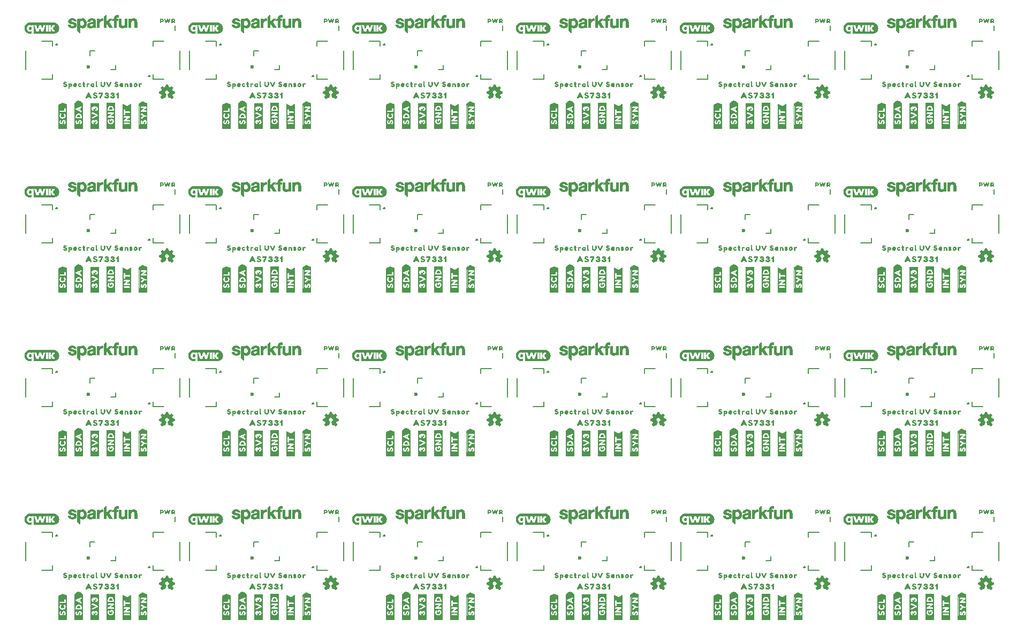
<source format=gto>
G04 EAGLE Gerber RS-274X export*
G75*
%MOMM*%
%FSLAX34Y34*%
%LPD*%
%INSilkscreen Top*%
%IPPOS*%
%AMOC8*
5,1,8,0,0,1.08239X$1,22.5*%
G01*
%ADD10C,0.203200*%
%ADD11C,0.200000*%
%ADD12C,0.600000*%
%ADD13C,0.152400*%

G36*
X791923Y946037D02*
X791923Y946037D01*
X791944Y946040D01*
X791953Y946057D01*
X791962Y946063D01*
X791960Y946072D01*
X791967Y946086D01*
X791983Y946473D01*
X791982Y946474D01*
X791983Y946475D01*
X791983Y950710D01*
X791983Y950711D01*
X791973Y951104D01*
X791966Y951115D01*
X791968Y951128D01*
X791948Y951141D01*
X791935Y951161D01*
X791922Y951158D01*
X791911Y951166D01*
X791877Y951151D01*
X791868Y951149D01*
X791867Y951146D01*
X791864Y951145D01*
X791433Y950659D01*
X791030Y950332D01*
X790583Y950069D01*
X790098Y949884D01*
X789591Y949767D01*
X789073Y949714D01*
X788552Y949735D01*
X788031Y949784D01*
X787524Y949903D01*
X787025Y950055D01*
X786562Y950293D01*
X786112Y950554D01*
X785724Y950902D01*
X785359Y951272D01*
X785054Y951695D01*
X784793Y952145D01*
X784577Y952621D01*
X784417Y953117D01*
X784291Y953626D01*
X784218Y954143D01*
X784178Y954666D01*
X784173Y955190D01*
X784213Y955713D01*
X784280Y956231D01*
X784406Y956740D01*
X784563Y957237D01*
X784780Y957712D01*
X785042Y958161D01*
X785349Y958582D01*
X785717Y958950D01*
X786106Y959296D01*
X786561Y959549D01*
X787029Y959776D01*
X787528Y959928D01*
X788038Y960033D01*
X788559Y960081D01*
X789080Y960090D01*
X789598Y960031D01*
X790103Y959907D01*
X790586Y959716D01*
X791033Y959452D01*
X791437Y959130D01*
X791867Y958582D01*
X791882Y958577D01*
X791890Y958564D01*
X791912Y958567D01*
X791932Y958560D01*
X791942Y958571D01*
X791958Y958573D01*
X791970Y958601D01*
X791978Y958609D01*
X791977Y958615D01*
X791980Y958620D01*
X791983Y959120D01*
X791983Y959649D01*
X791986Y959991D01*
X795221Y959991D01*
X795222Y959991D01*
X795239Y959991D01*
X795239Y946373D01*
X795240Y946371D01*
X795240Y946369D01*
X795256Y946085D01*
X795269Y946068D01*
X795272Y946047D01*
X795290Y946039D01*
X795297Y946030D01*
X795306Y946032D01*
X795319Y946026D01*
X826247Y946026D01*
X826250Y946028D01*
X826253Y946026D01*
X827834Y946177D01*
X827836Y946179D01*
X827839Y946178D01*
X828357Y946275D01*
X828360Y946278D01*
X828364Y946277D01*
X829876Y946759D01*
X829880Y946763D01*
X829887Y946764D01*
X831283Y947521D01*
X831285Y947526D01*
X831292Y947528D01*
X832525Y948527D01*
X832526Y948530D01*
X832531Y948532D01*
X832894Y948914D01*
X832895Y948916D01*
X832897Y948917D01*
X833571Y949734D01*
X833571Y949736D01*
X833574Y949738D01*
X833877Y950169D01*
X833877Y950172D01*
X833881Y950175D01*
X834625Y951577D01*
X834625Y951582D01*
X834626Y951583D01*
X834628Y951585D01*
X834628Y951586D01*
X834630Y951587D01*
X835100Y953104D01*
X835099Y953109D01*
X835103Y953114D01*
X835173Y953637D01*
X835173Y953638D01*
X835173Y953639D01*
X835279Y954693D01*
X835278Y954695D01*
X835280Y954698D01*
X835288Y955225D01*
X835286Y955227D01*
X835288Y955232D01*
X835128Y956812D01*
X835124Y956816D01*
X835125Y956824D01*
X834654Y958340D01*
X834651Y958343D01*
X834651Y958348D01*
X834428Y958826D01*
X834426Y958827D01*
X834426Y958829D01*
X833921Y959760D01*
X833919Y959761D01*
X833918Y959764D01*
X833628Y960204D01*
X833626Y960205D01*
X833624Y960210D01*
X832951Y961026D01*
X832949Y961026D01*
X832949Y961028D01*
X832916Y961064D01*
X832860Y961127D01*
X832804Y961190D01*
X832748Y961253D01*
X832692Y961315D01*
X832636Y961378D01*
X832597Y961421D01*
X832593Y961422D01*
X832590Y961428D01*
X831365Y962438D01*
X831360Y962439D01*
X831355Y962445D01*
X829961Y963204D01*
X829957Y963204D01*
X829953Y963208D01*
X829458Y963391D01*
X829457Y963391D01*
X829455Y963392D01*
X828444Y963706D01*
X828442Y963706D01*
X828439Y963708D01*
X827925Y963822D01*
X827922Y963820D01*
X827918Y963823D01*
X826864Y963929D01*
X826339Y963982D01*
X826336Y963981D01*
X826332Y963982D01*
X789281Y963982D01*
X789279Y963981D01*
X789275Y963982D01*
X787695Y963834D01*
X787693Y963833D01*
X787690Y963834D01*
X787171Y963743D01*
X787168Y963740D01*
X787163Y963741D01*
X785648Y963265D01*
X785645Y963261D01*
X785637Y963260D01*
X784242Y962503D01*
X784240Y962499D01*
X784234Y962497D01*
X783814Y962177D01*
X783814Y962176D01*
X783812Y962176D01*
X782996Y961502D01*
X782995Y961499D01*
X782991Y961498D01*
X782623Y961120D01*
X782622Y961118D01*
X782619Y961116D01*
X781946Y960300D01*
X781945Y960298D01*
X781943Y960296D01*
X781635Y959869D01*
X781634Y959865D01*
X781630Y959862D01*
X780880Y958463D01*
X780881Y958458D01*
X780876Y958452D01*
X780405Y956936D01*
X780406Y956931D01*
X780403Y956926D01*
X780326Y956404D01*
X780327Y956403D01*
X780326Y956401D01*
X780219Y955348D01*
X780220Y955346D01*
X780219Y955344D01*
X780204Y954817D01*
X780206Y954814D01*
X780204Y954809D01*
X780364Y953229D01*
X780367Y953225D01*
X780366Y953217D01*
X780831Y951699D01*
X780834Y951697D01*
X780834Y951692D01*
X781052Y951212D01*
X781054Y951211D01*
X781054Y951208D01*
X781559Y950278D01*
X781561Y950276D01*
X781561Y950274D01*
X781846Y949830D01*
X781849Y949828D01*
X781851Y949824D01*
X781860Y949812D01*
X781913Y949750D01*
X781966Y949687D01*
X782124Y949499D01*
X782177Y949436D01*
X782230Y949373D01*
X782282Y949310D01*
X782335Y949248D01*
X782388Y949185D01*
X782546Y948997D01*
X782599Y948934D01*
X782652Y948871D01*
X782705Y948808D01*
X782757Y948746D01*
X782872Y948609D01*
X782877Y948608D01*
X782880Y948601D01*
X784105Y947591D01*
X784110Y947590D01*
X784115Y947584D01*
X785505Y946820D01*
X785509Y946820D01*
X785513Y946816D01*
X786005Y946627D01*
X786007Y946627D01*
X786009Y946625D01*
X787020Y946312D01*
X787022Y946312D01*
X787024Y946310D01*
X787537Y946190D01*
X787541Y946191D01*
X787545Y946189D01*
X789125Y946029D01*
X789128Y946031D01*
X789131Y946029D01*
X791905Y946026D01*
X791923Y946037D01*
G37*
G36*
X1051003Y946037D02*
X1051003Y946037D01*
X1051024Y946040D01*
X1051033Y946057D01*
X1051042Y946063D01*
X1051040Y946072D01*
X1051047Y946086D01*
X1051063Y946473D01*
X1051062Y946474D01*
X1051063Y946475D01*
X1051063Y950710D01*
X1051063Y950711D01*
X1051053Y951104D01*
X1051046Y951115D01*
X1051048Y951128D01*
X1051028Y951141D01*
X1051015Y951161D01*
X1051002Y951158D01*
X1050991Y951166D01*
X1050957Y951151D01*
X1050948Y951149D01*
X1050947Y951146D01*
X1050944Y951145D01*
X1050513Y950659D01*
X1050110Y950332D01*
X1049663Y950069D01*
X1049178Y949884D01*
X1048671Y949767D01*
X1048153Y949714D01*
X1047632Y949735D01*
X1047111Y949784D01*
X1046604Y949903D01*
X1046105Y950055D01*
X1045642Y950293D01*
X1045192Y950554D01*
X1044804Y950902D01*
X1044439Y951272D01*
X1044134Y951695D01*
X1043873Y952145D01*
X1043657Y952621D01*
X1043497Y953117D01*
X1043371Y953626D01*
X1043298Y954143D01*
X1043258Y954666D01*
X1043253Y955190D01*
X1043293Y955713D01*
X1043360Y956231D01*
X1043486Y956740D01*
X1043643Y957237D01*
X1043860Y957712D01*
X1044122Y958161D01*
X1044429Y958582D01*
X1044797Y958950D01*
X1045186Y959296D01*
X1045641Y959549D01*
X1046109Y959776D01*
X1046608Y959928D01*
X1047118Y960033D01*
X1047639Y960081D01*
X1048160Y960090D01*
X1048678Y960031D01*
X1049183Y959907D01*
X1049666Y959716D01*
X1050113Y959452D01*
X1050517Y959130D01*
X1050947Y958582D01*
X1050962Y958577D01*
X1050970Y958564D01*
X1050992Y958567D01*
X1051012Y958560D01*
X1051022Y958571D01*
X1051038Y958573D01*
X1051050Y958601D01*
X1051058Y958609D01*
X1051057Y958615D01*
X1051060Y958620D01*
X1051063Y959120D01*
X1051063Y959649D01*
X1051066Y959991D01*
X1054301Y959991D01*
X1054302Y959991D01*
X1054319Y959991D01*
X1054319Y946373D01*
X1054320Y946371D01*
X1054320Y946369D01*
X1054336Y946085D01*
X1054349Y946068D01*
X1054352Y946047D01*
X1054370Y946039D01*
X1054377Y946030D01*
X1054386Y946032D01*
X1054399Y946026D01*
X1085327Y946026D01*
X1085330Y946028D01*
X1085333Y946026D01*
X1086914Y946177D01*
X1086916Y946179D01*
X1086919Y946178D01*
X1087437Y946275D01*
X1087440Y946278D01*
X1087444Y946277D01*
X1088956Y946759D01*
X1088960Y946763D01*
X1088967Y946764D01*
X1090363Y947521D01*
X1090365Y947526D01*
X1090372Y947528D01*
X1091605Y948527D01*
X1091606Y948530D01*
X1091611Y948532D01*
X1091974Y948914D01*
X1091975Y948916D01*
X1091977Y948917D01*
X1092651Y949734D01*
X1092651Y949736D01*
X1092654Y949738D01*
X1092957Y950169D01*
X1092957Y950172D01*
X1092961Y950175D01*
X1093705Y951577D01*
X1093705Y951582D01*
X1093706Y951583D01*
X1093708Y951585D01*
X1093708Y951586D01*
X1093710Y951587D01*
X1094180Y953104D01*
X1094179Y953109D01*
X1094183Y953114D01*
X1094253Y953637D01*
X1094253Y953638D01*
X1094253Y953639D01*
X1094359Y954693D01*
X1094358Y954695D01*
X1094360Y954698D01*
X1094368Y955225D01*
X1094366Y955227D01*
X1094368Y955232D01*
X1094208Y956812D01*
X1094204Y956816D01*
X1094205Y956824D01*
X1093734Y958340D01*
X1093731Y958343D01*
X1093731Y958348D01*
X1093508Y958826D01*
X1093506Y958827D01*
X1093506Y958829D01*
X1093001Y959760D01*
X1092999Y959761D01*
X1092998Y959764D01*
X1092708Y960204D01*
X1092706Y960205D01*
X1092704Y960210D01*
X1092031Y961026D01*
X1092029Y961026D01*
X1092029Y961028D01*
X1091996Y961064D01*
X1091940Y961127D01*
X1091884Y961190D01*
X1091828Y961253D01*
X1091772Y961315D01*
X1091716Y961378D01*
X1091677Y961421D01*
X1091673Y961422D01*
X1091670Y961428D01*
X1090445Y962438D01*
X1090440Y962439D01*
X1090435Y962445D01*
X1089041Y963204D01*
X1089037Y963204D01*
X1089033Y963208D01*
X1088538Y963391D01*
X1088537Y963391D01*
X1088535Y963392D01*
X1087524Y963706D01*
X1087522Y963706D01*
X1087519Y963708D01*
X1087005Y963822D01*
X1087002Y963820D01*
X1086998Y963823D01*
X1085944Y963929D01*
X1085419Y963982D01*
X1085416Y963981D01*
X1085412Y963982D01*
X1048361Y963982D01*
X1048359Y963981D01*
X1048355Y963982D01*
X1046775Y963834D01*
X1046773Y963833D01*
X1046770Y963834D01*
X1046251Y963743D01*
X1046248Y963740D01*
X1046243Y963741D01*
X1044728Y963265D01*
X1044725Y963261D01*
X1044717Y963260D01*
X1043322Y962503D01*
X1043320Y962499D01*
X1043314Y962497D01*
X1042894Y962177D01*
X1042894Y962176D01*
X1042892Y962176D01*
X1042076Y961502D01*
X1042075Y961499D01*
X1042071Y961498D01*
X1041703Y961120D01*
X1041702Y961118D01*
X1041699Y961116D01*
X1041026Y960300D01*
X1041025Y960298D01*
X1041023Y960296D01*
X1040715Y959869D01*
X1040714Y959865D01*
X1040710Y959862D01*
X1039960Y958463D01*
X1039961Y958458D01*
X1039956Y958452D01*
X1039485Y956936D01*
X1039486Y956931D01*
X1039483Y956926D01*
X1039406Y956404D01*
X1039407Y956403D01*
X1039406Y956401D01*
X1039299Y955348D01*
X1039300Y955346D01*
X1039299Y955344D01*
X1039284Y954817D01*
X1039286Y954814D01*
X1039284Y954809D01*
X1039444Y953229D01*
X1039447Y953225D01*
X1039446Y953217D01*
X1039911Y951699D01*
X1039914Y951697D01*
X1039914Y951692D01*
X1040132Y951212D01*
X1040134Y951211D01*
X1040134Y951208D01*
X1040639Y950278D01*
X1040641Y950276D01*
X1040641Y950274D01*
X1040926Y949830D01*
X1040929Y949828D01*
X1040931Y949824D01*
X1040940Y949812D01*
X1040993Y949750D01*
X1041046Y949687D01*
X1041204Y949499D01*
X1041257Y949436D01*
X1041310Y949373D01*
X1041362Y949310D01*
X1041415Y949248D01*
X1041468Y949185D01*
X1041626Y948997D01*
X1041679Y948934D01*
X1041732Y948871D01*
X1041785Y948808D01*
X1041837Y948746D01*
X1041952Y948609D01*
X1041957Y948608D01*
X1041960Y948601D01*
X1043185Y947591D01*
X1043190Y947590D01*
X1043195Y947584D01*
X1044585Y946820D01*
X1044589Y946820D01*
X1044593Y946816D01*
X1045085Y946627D01*
X1045087Y946627D01*
X1045089Y946625D01*
X1046100Y946312D01*
X1046102Y946312D01*
X1046104Y946310D01*
X1046617Y946190D01*
X1046621Y946191D01*
X1046625Y946189D01*
X1048205Y946029D01*
X1048208Y946031D01*
X1048211Y946029D01*
X1050985Y946026D01*
X1051003Y946037D01*
G37*
G36*
X273763Y427877D02*
X273763Y427877D01*
X273784Y427880D01*
X273793Y427897D01*
X273802Y427903D01*
X273800Y427912D01*
X273807Y427926D01*
X273823Y428313D01*
X273822Y428314D01*
X273823Y428315D01*
X273823Y432550D01*
X273823Y432551D01*
X273813Y432944D01*
X273806Y432955D01*
X273808Y432968D01*
X273788Y432981D01*
X273775Y433001D01*
X273762Y432998D01*
X273751Y433006D01*
X273717Y432991D01*
X273708Y432989D01*
X273707Y432986D01*
X273704Y432985D01*
X273273Y432499D01*
X272870Y432172D01*
X272423Y431909D01*
X271938Y431724D01*
X271431Y431607D01*
X270913Y431554D01*
X270392Y431575D01*
X269871Y431624D01*
X269364Y431743D01*
X268865Y431895D01*
X268402Y432133D01*
X267952Y432394D01*
X267564Y432742D01*
X267199Y433112D01*
X266894Y433535D01*
X266633Y433985D01*
X266417Y434461D01*
X266257Y434957D01*
X266131Y435466D01*
X266058Y435983D01*
X266018Y436506D01*
X266013Y437030D01*
X266053Y437553D01*
X266120Y438071D01*
X266246Y438580D01*
X266403Y439077D01*
X266620Y439552D01*
X266882Y440001D01*
X267189Y440422D01*
X267557Y440790D01*
X267946Y441136D01*
X268401Y441389D01*
X268869Y441616D01*
X269368Y441768D01*
X269878Y441873D01*
X270399Y441921D01*
X270920Y441930D01*
X271438Y441871D01*
X271943Y441747D01*
X272426Y441556D01*
X272873Y441292D01*
X273277Y440970D01*
X273707Y440422D01*
X273722Y440417D01*
X273730Y440404D01*
X273752Y440407D01*
X273772Y440400D01*
X273782Y440411D01*
X273798Y440413D01*
X273810Y440441D01*
X273818Y440449D01*
X273817Y440455D01*
X273820Y440460D01*
X273823Y440960D01*
X273823Y441489D01*
X273826Y441831D01*
X277061Y441831D01*
X277062Y441831D01*
X277079Y441831D01*
X277079Y428213D01*
X277080Y428211D01*
X277080Y428209D01*
X277096Y427925D01*
X277109Y427908D01*
X277112Y427887D01*
X277130Y427879D01*
X277137Y427870D01*
X277146Y427872D01*
X277159Y427866D01*
X308087Y427866D01*
X308090Y427868D01*
X308093Y427866D01*
X309674Y428017D01*
X309676Y428019D01*
X309679Y428018D01*
X310197Y428115D01*
X310200Y428118D01*
X310204Y428117D01*
X311716Y428599D01*
X311720Y428603D01*
X311727Y428604D01*
X313123Y429361D01*
X313125Y429366D01*
X313132Y429368D01*
X314365Y430367D01*
X314366Y430370D01*
X314371Y430372D01*
X314734Y430754D01*
X314735Y430756D01*
X314737Y430757D01*
X315411Y431574D01*
X315411Y431576D01*
X315414Y431578D01*
X315717Y432009D01*
X315717Y432012D01*
X315721Y432015D01*
X316465Y433417D01*
X316465Y433422D01*
X316466Y433423D01*
X316468Y433425D01*
X316468Y433426D01*
X316470Y433427D01*
X316940Y434944D01*
X316939Y434949D01*
X316943Y434954D01*
X317013Y435477D01*
X317013Y435478D01*
X317013Y435479D01*
X317119Y436533D01*
X317118Y436535D01*
X317120Y436538D01*
X317128Y437065D01*
X317126Y437067D01*
X317128Y437072D01*
X316968Y438652D01*
X316964Y438656D01*
X316965Y438664D01*
X316494Y440180D01*
X316491Y440183D01*
X316491Y440188D01*
X316268Y440666D01*
X316266Y440667D01*
X316266Y440669D01*
X315761Y441600D01*
X315759Y441601D01*
X315758Y441604D01*
X315468Y442044D01*
X315466Y442045D01*
X315464Y442050D01*
X314791Y442866D01*
X314789Y442866D01*
X314789Y442868D01*
X314756Y442904D01*
X314700Y442967D01*
X314644Y443030D01*
X314588Y443093D01*
X314532Y443155D01*
X314476Y443218D01*
X314437Y443261D01*
X314433Y443262D01*
X314430Y443268D01*
X313205Y444278D01*
X313200Y444279D01*
X313195Y444285D01*
X311801Y445044D01*
X311797Y445044D01*
X311793Y445048D01*
X311298Y445231D01*
X311297Y445231D01*
X311295Y445232D01*
X310284Y445546D01*
X310282Y445546D01*
X310279Y445548D01*
X309765Y445662D01*
X309762Y445660D01*
X309758Y445663D01*
X308704Y445769D01*
X308179Y445822D01*
X308176Y445821D01*
X308172Y445822D01*
X271121Y445822D01*
X271119Y445821D01*
X271115Y445822D01*
X269535Y445674D01*
X269533Y445673D01*
X269530Y445674D01*
X269011Y445583D01*
X269008Y445580D01*
X269003Y445581D01*
X267488Y445105D01*
X267485Y445101D01*
X267477Y445100D01*
X266082Y444343D01*
X266080Y444339D01*
X266074Y444337D01*
X265654Y444017D01*
X265654Y444016D01*
X265652Y444016D01*
X264836Y443342D01*
X264835Y443339D01*
X264831Y443338D01*
X264463Y442960D01*
X264462Y442958D01*
X264459Y442956D01*
X263786Y442140D01*
X263785Y442138D01*
X263783Y442136D01*
X263475Y441709D01*
X263474Y441705D01*
X263470Y441702D01*
X262720Y440303D01*
X262721Y440298D01*
X262716Y440292D01*
X262245Y438776D01*
X262246Y438771D01*
X262243Y438766D01*
X262166Y438244D01*
X262167Y438243D01*
X262166Y438241D01*
X262059Y437188D01*
X262060Y437186D01*
X262059Y437184D01*
X262044Y436657D01*
X262046Y436654D01*
X262044Y436649D01*
X262204Y435069D01*
X262207Y435065D01*
X262206Y435057D01*
X262671Y433539D01*
X262674Y433537D01*
X262674Y433532D01*
X262892Y433052D01*
X262894Y433051D01*
X262894Y433048D01*
X263399Y432118D01*
X263401Y432116D01*
X263401Y432114D01*
X263686Y431670D01*
X263689Y431668D01*
X263691Y431664D01*
X263700Y431652D01*
X263753Y431590D01*
X263806Y431527D01*
X263964Y431339D01*
X264017Y431276D01*
X264070Y431213D01*
X264122Y431150D01*
X264175Y431088D01*
X264228Y431025D01*
X264386Y430837D01*
X264439Y430774D01*
X264492Y430711D01*
X264545Y430648D01*
X264597Y430586D01*
X264712Y430449D01*
X264717Y430448D01*
X264720Y430441D01*
X265945Y429431D01*
X265950Y429430D01*
X265955Y429424D01*
X267345Y428660D01*
X267349Y428660D01*
X267353Y428656D01*
X267845Y428467D01*
X267847Y428467D01*
X267849Y428465D01*
X268860Y428152D01*
X268862Y428152D01*
X268864Y428150D01*
X269377Y428030D01*
X269381Y428031D01*
X269385Y428029D01*
X270965Y427869D01*
X270968Y427871D01*
X270971Y427869D01*
X273745Y427866D01*
X273763Y427877D01*
G37*
G36*
X14683Y686957D02*
X14683Y686957D01*
X14704Y686960D01*
X14713Y686977D01*
X14722Y686983D01*
X14720Y686992D01*
X14727Y687006D01*
X14743Y687393D01*
X14742Y687394D01*
X14743Y687395D01*
X14743Y691630D01*
X14743Y691631D01*
X14733Y692024D01*
X14726Y692035D01*
X14728Y692048D01*
X14708Y692061D01*
X14695Y692081D01*
X14682Y692078D01*
X14671Y692086D01*
X14637Y692071D01*
X14628Y692069D01*
X14627Y692066D01*
X14624Y692065D01*
X14193Y691579D01*
X13790Y691252D01*
X13343Y690989D01*
X12858Y690804D01*
X12351Y690687D01*
X11833Y690634D01*
X11312Y690655D01*
X10791Y690704D01*
X10284Y690823D01*
X9785Y690975D01*
X9322Y691213D01*
X8872Y691474D01*
X8484Y691822D01*
X8119Y692192D01*
X7814Y692615D01*
X7553Y693065D01*
X7337Y693541D01*
X7177Y694037D01*
X7051Y694546D01*
X6978Y695063D01*
X6938Y695586D01*
X6933Y696110D01*
X6973Y696633D01*
X7040Y697151D01*
X7166Y697660D01*
X7323Y698157D01*
X7540Y698632D01*
X7802Y699081D01*
X8109Y699502D01*
X8477Y699870D01*
X8866Y700216D01*
X9321Y700469D01*
X9789Y700696D01*
X10288Y700848D01*
X10798Y700953D01*
X11319Y701001D01*
X11840Y701010D01*
X12358Y700951D01*
X12863Y700827D01*
X13346Y700636D01*
X13793Y700372D01*
X14197Y700050D01*
X14627Y699502D01*
X14642Y699497D01*
X14650Y699484D01*
X14672Y699487D01*
X14692Y699480D01*
X14702Y699491D01*
X14718Y699493D01*
X14730Y699521D01*
X14738Y699529D01*
X14737Y699535D01*
X14740Y699540D01*
X14743Y700040D01*
X14743Y700569D01*
X14746Y700911D01*
X17981Y700911D01*
X17982Y700911D01*
X17999Y700911D01*
X17999Y687293D01*
X18000Y687291D01*
X18000Y687289D01*
X18016Y687005D01*
X18029Y686988D01*
X18032Y686967D01*
X18050Y686959D01*
X18057Y686950D01*
X18066Y686952D01*
X18079Y686946D01*
X49007Y686946D01*
X49010Y686948D01*
X49013Y686946D01*
X50594Y687097D01*
X50596Y687099D01*
X50599Y687098D01*
X51117Y687195D01*
X51120Y687198D01*
X51124Y687197D01*
X52636Y687679D01*
X52640Y687683D01*
X52647Y687684D01*
X54043Y688441D01*
X54045Y688446D01*
X54052Y688448D01*
X55285Y689447D01*
X55286Y689450D01*
X55291Y689452D01*
X55654Y689834D01*
X55655Y689836D01*
X55657Y689837D01*
X56331Y690654D01*
X56331Y690656D01*
X56334Y690658D01*
X56637Y691089D01*
X56637Y691092D01*
X56641Y691095D01*
X57385Y692497D01*
X57385Y692502D01*
X57386Y692503D01*
X57388Y692505D01*
X57388Y692506D01*
X57390Y692507D01*
X57860Y694024D01*
X57859Y694029D01*
X57863Y694034D01*
X57933Y694557D01*
X57933Y694558D01*
X57933Y694559D01*
X58039Y695613D01*
X58038Y695615D01*
X58040Y695618D01*
X58048Y696145D01*
X58046Y696147D01*
X58048Y696152D01*
X57888Y697732D01*
X57884Y697736D01*
X57885Y697744D01*
X57414Y699260D01*
X57411Y699263D01*
X57411Y699268D01*
X57188Y699746D01*
X57186Y699747D01*
X57186Y699749D01*
X56681Y700680D01*
X56679Y700681D01*
X56678Y700684D01*
X56388Y701124D01*
X56386Y701125D01*
X56384Y701130D01*
X55711Y701946D01*
X55709Y701946D01*
X55709Y701948D01*
X55676Y701984D01*
X55620Y702047D01*
X55564Y702110D01*
X55508Y702173D01*
X55452Y702235D01*
X55396Y702298D01*
X55357Y702341D01*
X55353Y702342D01*
X55350Y702348D01*
X54125Y703358D01*
X54120Y703359D01*
X54115Y703365D01*
X52721Y704124D01*
X52717Y704124D01*
X52713Y704128D01*
X52218Y704311D01*
X52217Y704311D01*
X52215Y704312D01*
X51204Y704626D01*
X51202Y704626D01*
X51199Y704628D01*
X50685Y704742D01*
X50682Y704740D01*
X50678Y704743D01*
X49624Y704849D01*
X49099Y704902D01*
X49096Y704901D01*
X49092Y704902D01*
X12041Y704902D01*
X12039Y704901D01*
X12035Y704902D01*
X10455Y704754D01*
X10453Y704753D01*
X10450Y704754D01*
X9931Y704663D01*
X9928Y704660D01*
X9923Y704661D01*
X8408Y704185D01*
X8405Y704181D01*
X8397Y704180D01*
X7002Y703423D01*
X7000Y703419D01*
X6994Y703417D01*
X6574Y703097D01*
X6574Y703096D01*
X6572Y703096D01*
X5756Y702422D01*
X5755Y702419D01*
X5751Y702418D01*
X5383Y702040D01*
X5382Y702038D01*
X5379Y702036D01*
X4706Y701220D01*
X4705Y701218D01*
X4703Y701216D01*
X4395Y700789D01*
X4394Y700785D01*
X4390Y700782D01*
X3640Y699383D01*
X3641Y699378D01*
X3636Y699372D01*
X3165Y697856D01*
X3166Y697851D01*
X3163Y697846D01*
X3086Y697324D01*
X3087Y697323D01*
X3086Y697321D01*
X2979Y696268D01*
X2980Y696266D01*
X2979Y696264D01*
X2964Y695737D01*
X2966Y695734D01*
X2964Y695729D01*
X3124Y694149D01*
X3127Y694145D01*
X3126Y694137D01*
X3591Y692619D01*
X3594Y692617D01*
X3594Y692612D01*
X3812Y692132D01*
X3814Y692131D01*
X3814Y692128D01*
X4319Y691198D01*
X4321Y691196D01*
X4321Y691194D01*
X4606Y690750D01*
X4609Y690748D01*
X4611Y690744D01*
X4620Y690732D01*
X4673Y690670D01*
X4726Y690607D01*
X4884Y690419D01*
X4937Y690356D01*
X4990Y690293D01*
X5042Y690230D01*
X5095Y690168D01*
X5148Y690105D01*
X5306Y689917D01*
X5359Y689854D01*
X5412Y689791D01*
X5465Y689728D01*
X5517Y689666D01*
X5632Y689529D01*
X5637Y689528D01*
X5640Y689521D01*
X6865Y688511D01*
X6870Y688510D01*
X6875Y688504D01*
X8265Y687740D01*
X8269Y687740D01*
X8273Y687736D01*
X8765Y687547D01*
X8767Y687547D01*
X8769Y687545D01*
X9780Y687232D01*
X9782Y687232D01*
X9784Y687230D01*
X10297Y687110D01*
X10301Y687111D01*
X10305Y687109D01*
X11885Y686949D01*
X11888Y686951D01*
X11891Y686949D01*
X14665Y686946D01*
X14683Y686957D01*
G37*
G36*
X273763Y686957D02*
X273763Y686957D01*
X273784Y686960D01*
X273793Y686977D01*
X273802Y686983D01*
X273800Y686992D01*
X273807Y687006D01*
X273823Y687393D01*
X273822Y687394D01*
X273823Y687395D01*
X273823Y691630D01*
X273823Y691631D01*
X273813Y692024D01*
X273806Y692035D01*
X273808Y692048D01*
X273788Y692061D01*
X273775Y692081D01*
X273762Y692078D01*
X273751Y692086D01*
X273717Y692071D01*
X273708Y692069D01*
X273707Y692066D01*
X273704Y692065D01*
X273273Y691579D01*
X272870Y691252D01*
X272423Y690989D01*
X271938Y690804D01*
X271431Y690687D01*
X270913Y690634D01*
X270392Y690655D01*
X269871Y690704D01*
X269364Y690823D01*
X268865Y690975D01*
X268402Y691213D01*
X267952Y691474D01*
X267564Y691822D01*
X267199Y692192D01*
X266894Y692615D01*
X266633Y693065D01*
X266417Y693541D01*
X266257Y694037D01*
X266131Y694546D01*
X266058Y695063D01*
X266018Y695586D01*
X266013Y696110D01*
X266053Y696633D01*
X266120Y697151D01*
X266246Y697660D01*
X266403Y698157D01*
X266620Y698632D01*
X266882Y699081D01*
X267189Y699502D01*
X267557Y699870D01*
X267946Y700216D01*
X268401Y700469D01*
X268869Y700696D01*
X269368Y700848D01*
X269878Y700953D01*
X270399Y701001D01*
X270920Y701010D01*
X271438Y700951D01*
X271943Y700827D01*
X272426Y700636D01*
X272873Y700372D01*
X273277Y700050D01*
X273707Y699502D01*
X273722Y699497D01*
X273730Y699484D01*
X273752Y699487D01*
X273772Y699480D01*
X273782Y699491D01*
X273798Y699493D01*
X273810Y699521D01*
X273818Y699529D01*
X273817Y699535D01*
X273820Y699540D01*
X273823Y700040D01*
X273823Y700569D01*
X273826Y700911D01*
X277061Y700911D01*
X277062Y700911D01*
X277079Y700911D01*
X277079Y687293D01*
X277080Y687291D01*
X277080Y687289D01*
X277096Y687005D01*
X277109Y686988D01*
X277112Y686967D01*
X277130Y686959D01*
X277137Y686950D01*
X277146Y686952D01*
X277159Y686946D01*
X308087Y686946D01*
X308090Y686948D01*
X308093Y686946D01*
X309674Y687097D01*
X309676Y687099D01*
X309679Y687098D01*
X310197Y687195D01*
X310200Y687198D01*
X310204Y687197D01*
X311716Y687679D01*
X311720Y687683D01*
X311727Y687684D01*
X313123Y688441D01*
X313125Y688446D01*
X313132Y688448D01*
X314365Y689447D01*
X314366Y689450D01*
X314371Y689452D01*
X314734Y689834D01*
X314735Y689836D01*
X314737Y689837D01*
X315411Y690654D01*
X315411Y690656D01*
X315414Y690658D01*
X315717Y691089D01*
X315717Y691092D01*
X315721Y691095D01*
X316465Y692497D01*
X316465Y692502D01*
X316466Y692503D01*
X316468Y692505D01*
X316468Y692506D01*
X316470Y692507D01*
X316940Y694024D01*
X316939Y694029D01*
X316943Y694034D01*
X317013Y694557D01*
X317013Y694558D01*
X317013Y694559D01*
X317119Y695613D01*
X317118Y695615D01*
X317120Y695618D01*
X317128Y696145D01*
X317126Y696147D01*
X317128Y696152D01*
X316968Y697732D01*
X316964Y697736D01*
X316965Y697744D01*
X316494Y699260D01*
X316491Y699263D01*
X316491Y699268D01*
X316268Y699746D01*
X316266Y699747D01*
X316266Y699749D01*
X315761Y700680D01*
X315759Y700681D01*
X315758Y700684D01*
X315468Y701124D01*
X315466Y701125D01*
X315464Y701130D01*
X314791Y701946D01*
X314789Y701946D01*
X314789Y701948D01*
X314756Y701984D01*
X314700Y702047D01*
X314644Y702110D01*
X314588Y702173D01*
X314532Y702235D01*
X314476Y702298D01*
X314437Y702341D01*
X314433Y702342D01*
X314430Y702348D01*
X313205Y703358D01*
X313200Y703359D01*
X313195Y703365D01*
X311801Y704124D01*
X311797Y704124D01*
X311793Y704128D01*
X311298Y704311D01*
X311297Y704311D01*
X311295Y704312D01*
X310284Y704626D01*
X310282Y704626D01*
X310279Y704628D01*
X309765Y704742D01*
X309762Y704740D01*
X309758Y704743D01*
X308704Y704849D01*
X308179Y704902D01*
X308176Y704901D01*
X308172Y704902D01*
X271121Y704902D01*
X271119Y704901D01*
X271115Y704902D01*
X269535Y704754D01*
X269533Y704753D01*
X269530Y704754D01*
X269011Y704663D01*
X269008Y704660D01*
X269003Y704661D01*
X267488Y704185D01*
X267485Y704181D01*
X267477Y704180D01*
X266082Y703423D01*
X266080Y703419D01*
X266074Y703417D01*
X265654Y703097D01*
X265654Y703096D01*
X265652Y703096D01*
X264836Y702422D01*
X264835Y702419D01*
X264831Y702418D01*
X264463Y702040D01*
X264462Y702038D01*
X264459Y702036D01*
X263786Y701220D01*
X263785Y701218D01*
X263783Y701216D01*
X263475Y700789D01*
X263474Y700785D01*
X263470Y700782D01*
X262720Y699383D01*
X262721Y699378D01*
X262716Y699372D01*
X262245Y697856D01*
X262246Y697851D01*
X262243Y697846D01*
X262166Y697324D01*
X262167Y697323D01*
X262166Y697321D01*
X262059Y696268D01*
X262060Y696266D01*
X262059Y696264D01*
X262044Y695737D01*
X262046Y695734D01*
X262044Y695729D01*
X262204Y694149D01*
X262207Y694145D01*
X262206Y694137D01*
X262671Y692619D01*
X262674Y692617D01*
X262674Y692612D01*
X262892Y692132D01*
X262894Y692131D01*
X262894Y692128D01*
X263399Y691198D01*
X263401Y691196D01*
X263401Y691194D01*
X263686Y690750D01*
X263689Y690748D01*
X263691Y690744D01*
X263700Y690732D01*
X263753Y690670D01*
X263806Y690607D01*
X263964Y690419D01*
X264017Y690356D01*
X264070Y690293D01*
X264122Y690230D01*
X264175Y690168D01*
X264228Y690105D01*
X264386Y689917D01*
X264439Y689854D01*
X264492Y689791D01*
X264545Y689728D01*
X264597Y689666D01*
X264712Y689529D01*
X264717Y689528D01*
X264720Y689521D01*
X265945Y688511D01*
X265950Y688510D01*
X265955Y688504D01*
X267345Y687740D01*
X267349Y687740D01*
X267353Y687736D01*
X267845Y687547D01*
X267847Y687547D01*
X267849Y687545D01*
X268860Y687232D01*
X268862Y687232D01*
X268864Y687230D01*
X269377Y687110D01*
X269381Y687111D01*
X269385Y687109D01*
X270965Y686949D01*
X270968Y686951D01*
X270971Y686949D01*
X273745Y686946D01*
X273763Y686957D01*
G37*
G36*
X532843Y686957D02*
X532843Y686957D01*
X532864Y686960D01*
X532873Y686977D01*
X532882Y686983D01*
X532880Y686992D01*
X532887Y687006D01*
X532903Y687393D01*
X532902Y687394D01*
X532903Y687395D01*
X532903Y691630D01*
X532903Y691631D01*
X532893Y692024D01*
X532886Y692035D01*
X532888Y692048D01*
X532868Y692061D01*
X532855Y692081D01*
X532842Y692078D01*
X532831Y692086D01*
X532797Y692071D01*
X532788Y692069D01*
X532787Y692066D01*
X532784Y692065D01*
X532353Y691579D01*
X531950Y691252D01*
X531503Y690989D01*
X531018Y690804D01*
X530511Y690687D01*
X529993Y690634D01*
X529472Y690655D01*
X528951Y690704D01*
X528444Y690823D01*
X527945Y690975D01*
X527482Y691213D01*
X527032Y691474D01*
X526644Y691822D01*
X526279Y692192D01*
X525974Y692615D01*
X525713Y693065D01*
X525497Y693541D01*
X525337Y694037D01*
X525211Y694546D01*
X525138Y695063D01*
X525098Y695586D01*
X525093Y696110D01*
X525133Y696633D01*
X525200Y697151D01*
X525326Y697660D01*
X525483Y698157D01*
X525700Y698632D01*
X525962Y699081D01*
X526269Y699502D01*
X526637Y699870D01*
X527026Y700216D01*
X527481Y700469D01*
X527949Y700696D01*
X528448Y700848D01*
X528958Y700953D01*
X529479Y701001D01*
X530000Y701010D01*
X530518Y700951D01*
X531023Y700827D01*
X531506Y700636D01*
X531953Y700372D01*
X532357Y700050D01*
X532787Y699502D01*
X532802Y699497D01*
X532810Y699484D01*
X532832Y699487D01*
X532852Y699480D01*
X532862Y699491D01*
X532878Y699493D01*
X532890Y699521D01*
X532898Y699529D01*
X532897Y699535D01*
X532900Y699540D01*
X532903Y700040D01*
X532903Y700569D01*
X532906Y700911D01*
X536141Y700911D01*
X536142Y700911D01*
X536159Y700911D01*
X536159Y687293D01*
X536160Y687291D01*
X536160Y687289D01*
X536176Y687005D01*
X536189Y686988D01*
X536192Y686967D01*
X536210Y686959D01*
X536217Y686950D01*
X536226Y686952D01*
X536239Y686946D01*
X567167Y686946D01*
X567170Y686948D01*
X567173Y686946D01*
X568754Y687097D01*
X568756Y687099D01*
X568759Y687098D01*
X569277Y687195D01*
X569280Y687198D01*
X569284Y687197D01*
X570796Y687679D01*
X570800Y687683D01*
X570807Y687684D01*
X572203Y688441D01*
X572205Y688446D01*
X572212Y688448D01*
X573445Y689447D01*
X573446Y689450D01*
X573451Y689452D01*
X573814Y689834D01*
X573815Y689836D01*
X573817Y689837D01*
X574491Y690654D01*
X574491Y690656D01*
X574494Y690658D01*
X574797Y691089D01*
X574797Y691092D01*
X574801Y691095D01*
X575545Y692497D01*
X575545Y692502D01*
X575546Y692503D01*
X575548Y692505D01*
X575548Y692506D01*
X575550Y692507D01*
X576020Y694024D01*
X576019Y694029D01*
X576023Y694034D01*
X576093Y694557D01*
X576093Y694558D01*
X576093Y694559D01*
X576199Y695613D01*
X576198Y695615D01*
X576200Y695618D01*
X576208Y696145D01*
X576206Y696147D01*
X576208Y696152D01*
X576048Y697732D01*
X576044Y697736D01*
X576045Y697744D01*
X575574Y699260D01*
X575571Y699263D01*
X575571Y699268D01*
X575348Y699746D01*
X575346Y699747D01*
X575346Y699749D01*
X574841Y700680D01*
X574839Y700681D01*
X574838Y700684D01*
X574548Y701124D01*
X574546Y701125D01*
X574544Y701130D01*
X573871Y701946D01*
X573869Y701946D01*
X573869Y701948D01*
X573836Y701984D01*
X573780Y702047D01*
X573724Y702110D01*
X573668Y702173D01*
X573612Y702235D01*
X573556Y702298D01*
X573517Y702341D01*
X573513Y702342D01*
X573510Y702348D01*
X572285Y703358D01*
X572280Y703359D01*
X572275Y703365D01*
X570881Y704124D01*
X570877Y704124D01*
X570873Y704128D01*
X570378Y704311D01*
X570377Y704311D01*
X570375Y704312D01*
X569364Y704626D01*
X569362Y704626D01*
X569359Y704628D01*
X568845Y704742D01*
X568842Y704740D01*
X568838Y704743D01*
X567784Y704849D01*
X567259Y704902D01*
X567256Y704901D01*
X567252Y704902D01*
X530201Y704902D01*
X530199Y704901D01*
X530195Y704902D01*
X528615Y704754D01*
X528613Y704753D01*
X528610Y704754D01*
X528091Y704663D01*
X528088Y704660D01*
X528083Y704661D01*
X526568Y704185D01*
X526565Y704181D01*
X526557Y704180D01*
X525162Y703423D01*
X525160Y703419D01*
X525154Y703417D01*
X524734Y703097D01*
X524734Y703096D01*
X524732Y703096D01*
X523916Y702422D01*
X523915Y702419D01*
X523911Y702418D01*
X523543Y702040D01*
X523542Y702038D01*
X523539Y702036D01*
X522866Y701220D01*
X522865Y701218D01*
X522863Y701216D01*
X522555Y700789D01*
X522554Y700785D01*
X522550Y700782D01*
X521800Y699383D01*
X521801Y699378D01*
X521796Y699372D01*
X521325Y697856D01*
X521326Y697851D01*
X521323Y697846D01*
X521246Y697324D01*
X521247Y697323D01*
X521246Y697321D01*
X521139Y696268D01*
X521140Y696266D01*
X521139Y696264D01*
X521124Y695737D01*
X521126Y695734D01*
X521124Y695729D01*
X521284Y694149D01*
X521287Y694145D01*
X521286Y694137D01*
X521751Y692619D01*
X521754Y692617D01*
X521754Y692612D01*
X521972Y692132D01*
X521974Y692131D01*
X521974Y692128D01*
X522479Y691198D01*
X522481Y691196D01*
X522481Y691194D01*
X522766Y690750D01*
X522769Y690748D01*
X522771Y690744D01*
X522780Y690732D01*
X522833Y690670D01*
X522886Y690607D01*
X523044Y690419D01*
X523097Y690356D01*
X523150Y690293D01*
X523202Y690230D01*
X523255Y690168D01*
X523308Y690105D01*
X523466Y689917D01*
X523519Y689854D01*
X523572Y689791D01*
X523625Y689728D01*
X523677Y689666D01*
X523792Y689529D01*
X523797Y689528D01*
X523800Y689521D01*
X525025Y688511D01*
X525030Y688510D01*
X525035Y688504D01*
X526425Y687740D01*
X526429Y687740D01*
X526433Y687736D01*
X526925Y687547D01*
X526927Y687547D01*
X526929Y687545D01*
X527940Y687232D01*
X527942Y687232D01*
X527944Y687230D01*
X528457Y687110D01*
X528461Y687111D01*
X528465Y687109D01*
X530045Y686949D01*
X530048Y686951D01*
X530051Y686949D01*
X532825Y686946D01*
X532843Y686957D01*
G37*
G36*
X1310083Y686957D02*
X1310083Y686957D01*
X1310104Y686960D01*
X1310113Y686977D01*
X1310122Y686983D01*
X1310120Y686992D01*
X1310127Y687006D01*
X1310143Y687393D01*
X1310142Y687394D01*
X1310143Y687395D01*
X1310143Y691630D01*
X1310143Y691631D01*
X1310133Y692024D01*
X1310126Y692035D01*
X1310128Y692048D01*
X1310108Y692061D01*
X1310095Y692081D01*
X1310082Y692078D01*
X1310071Y692086D01*
X1310037Y692071D01*
X1310028Y692069D01*
X1310027Y692066D01*
X1310024Y692065D01*
X1309593Y691579D01*
X1309190Y691252D01*
X1308743Y690989D01*
X1308258Y690804D01*
X1307751Y690687D01*
X1307233Y690634D01*
X1306712Y690655D01*
X1306191Y690704D01*
X1305684Y690823D01*
X1305185Y690975D01*
X1304722Y691213D01*
X1304272Y691474D01*
X1303884Y691822D01*
X1303519Y692192D01*
X1303214Y692615D01*
X1302953Y693065D01*
X1302737Y693541D01*
X1302577Y694037D01*
X1302451Y694546D01*
X1302378Y695063D01*
X1302338Y695586D01*
X1302333Y696110D01*
X1302373Y696633D01*
X1302440Y697151D01*
X1302566Y697660D01*
X1302723Y698157D01*
X1302940Y698632D01*
X1303202Y699081D01*
X1303509Y699502D01*
X1303877Y699870D01*
X1304266Y700216D01*
X1304721Y700469D01*
X1305189Y700696D01*
X1305688Y700848D01*
X1306198Y700953D01*
X1306719Y701001D01*
X1307240Y701010D01*
X1307758Y700951D01*
X1308263Y700827D01*
X1308746Y700636D01*
X1309193Y700372D01*
X1309597Y700050D01*
X1310027Y699502D01*
X1310042Y699497D01*
X1310050Y699484D01*
X1310072Y699487D01*
X1310092Y699480D01*
X1310102Y699491D01*
X1310118Y699493D01*
X1310130Y699521D01*
X1310138Y699529D01*
X1310137Y699535D01*
X1310140Y699540D01*
X1310143Y700040D01*
X1310143Y700569D01*
X1310146Y700911D01*
X1313381Y700911D01*
X1313382Y700911D01*
X1313399Y700911D01*
X1313399Y687293D01*
X1313400Y687291D01*
X1313400Y687289D01*
X1313416Y687005D01*
X1313429Y686988D01*
X1313432Y686967D01*
X1313450Y686959D01*
X1313457Y686950D01*
X1313466Y686952D01*
X1313479Y686946D01*
X1344407Y686946D01*
X1344410Y686948D01*
X1344413Y686946D01*
X1345994Y687097D01*
X1345996Y687099D01*
X1345999Y687098D01*
X1346517Y687195D01*
X1346520Y687198D01*
X1346524Y687197D01*
X1348036Y687679D01*
X1348040Y687683D01*
X1348047Y687684D01*
X1349443Y688441D01*
X1349445Y688446D01*
X1349452Y688448D01*
X1350685Y689447D01*
X1350686Y689450D01*
X1350691Y689452D01*
X1351054Y689834D01*
X1351055Y689836D01*
X1351057Y689837D01*
X1351731Y690654D01*
X1351731Y690656D01*
X1351734Y690658D01*
X1352037Y691089D01*
X1352037Y691092D01*
X1352041Y691095D01*
X1352785Y692497D01*
X1352785Y692502D01*
X1352786Y692503D01*
X1352788Y692505D01*
X1352788Y692506D01*
X1352790Y692507D01*
X1353260Y694024D01*
X1353259Y694029D01*
X1353263Y694034D01*
X1353333Y694557D01*
X1353333Y694558D01*
X1353333Y694559D01*
X1353439Y695613D01*
X1353438Y695615D01*
X1353440Y695618D01*
X1353448Y696145D01*
X1353446Y696147D01*
X1353448Y696152D01*
X1353288Y697732D01*
X1353284Y697736D01*
X1353285Y697744D01*
X1352814Y699260D01*
X1352811Y699263D01*
X1352811Y699268D01*
X1352588Y699746D01*
X1352586Y699747D01*
X1352586Y699749D01*
X1352081Y700680D01*
X1352079Y700681D01*
X1352078Y700684D01*
X1351788Y701124D01*
X1351786Y701125D01*
X1351784Y701130D01*
X1351111Y701946D01*
X1351109Y701946D01*
X1351109Y701948D01*
X1351076Y701984D01*
X1351020Y702047D01*
X1350964Y702110D01*
X1350908Y702173D01*
X1350852Y702235D01*
X1350796Y702298D01*
X1350757Y702341D01*
X1350753Y702342D01*
X1350750Y702348D01*
X1349525Y703358D01*
X1349520Y703359D01*
X1349515Y703365D01*
X1348121Y704124D01*
X1348117Y704124D01*
X1348113Y704128D01*
X1347618Y704311D01*
X1347617Y704311D01*
X1347615Y704312D01*
X1346604Y704626D01*
X1346602Y704626D01*
X1346599Y704628D01*
X1346085Y704742D01*
X1346082Y704740D01*
X1346078Y704743D01*
X1345024Y704849D01*
X1344499Y704902D01*
X1344496Y704901D01*
X1344492Y704902D01*
X1307441Y704902D01*
X1307439Y704901D01*
X1307435Y704902D01*
X1305855Y704754D01*
X1305853Y704753D01*
X1305850Y704754D01*
X1305331Y704663D01*
X1305328Y704660D01*
X1305323Y704661D01*
X1303808Y704185D01*
X1303805Y704181D01*
X1303797Y704180D01*
X1302402Y703423D01*
X1302400Y703419D01*
X1302394Y703417D01*
X1301974Y703097D01*
X1301974Y703096D01*
X1301972Y703096D01*
X1301156Y702422D01*
X1301155Y702419D01*
X1301151Y702418D01*
X1300783Y702040D01*
X1300782Y702038D01*
X1300779Y702036D01*
X1300106Y701220D01*
X1300105Y701218D01*
X1300103Y701216D01*
X1299795Y700789D01*
X1299794Y700785D01*
X1299790Y700782D01*
X1299040Y699383D01*
X1299041Y699378D01*
X1299036Y699372D01*
X1298565Y697856D01*
X1298566Y697851D01*
X1298563Y697846D01*
X1298486Y697324D01*
X1298487Y697323D01*
X1298486Y697321D01*
X1298379Y696268D01*
X1298380Y696266D01*
X1298379Y696264D01*
X1298364Y695737D01*
X1298366Y695734D01*
X1298364Y695729D01*
X1298524Y694149D01*
X1298527Y694145D01*
X1298526Y694137D01*
X1298991Y692619D01*
X1298994Y692617D01*
X1298994Y692612D01*
X1299212Y692132D01*
X1299214Y692131D01*
X1299214Y692128D01*
X1299719Y691198D01*
X1299721Y691196D01*
X1299721Y691194D01*
X1300006Y690750D01*
X1300009Y690748D01*
X1300011Y690744D01*
X1300020Y690732D01*
X1300073Y690670D01*
X1300126Y690607D01*
X1300284Y690419D01*
X1300337Y690356D01*
X1300390Y690293D01*
X1300442Y690230D01*
X1300495Y690168D01*
X1300548Y690105D01*
X1300706Y689917D01*
X1300759Y689854D01*
X1300812Y689791D01*
X1300865Y689728D01*
X1300917Y689666D01*
X1301032Y689529D01*
X1301037Y689528D01*
X1301040Y689521D01*
X1302265Y688511D01*
X1302270Y688510D01*
X1302275Y688504D01*
X1303665Y687740D01*
X1303669Y687740D01*
X1303673Y687736D01*
X1304165Y687547D01*
X1304167Y687547D01*
X1304169Y687545D01*
X1305180Y687232D01*
X1305182Y687232D01*
X1305184Y687230D01*
X1305697Y687110D01*
X1305701Y687111D01*
X1305705Y687109D01*
X1307285Y686949D01*
X1307288Y686951D01*
X1307291Y686949D01*
X1310065Y686946D01*
X1310083Y686957D01*
G37*
G36*
X14683Y427877D02*
X14683Y427877D01*
X14704Y427880D01*
X14713Y427897D01*
X14722Y427903D01*
X14720Y427912D01*
X14727Y427926D01*
X14743Y428313D01*
X14742Y428314D01*
X14743Y428315D01*
X14743Y432550D01*
X14743Y432551D01*
X14733Y432944D01*
X14726Y432955D01*
X14728Y432968D01*
X14708Y432981D01*
X14695Y433001D01*
X14682Y432998D01*
X14671Y433006D01*
X14637Y432991D01*
X14628Y432989D01*
X14627Y432986D01*
X14624Y432985D01*
X14193Y432499D01*
X13790Y432172D01*
X13343Y431909D01*
X12858Y431724D01*
X12351Y431607D01*
X11833Y431554D01*
X11312Y431575D01*
X10791Y431624D01*
X10284Y431743D01*
X9785Y431895D01*
X9322Y432133D01*
X8872Y432394D01*
X8484Y432742D01*
X8119Y433112D01*
X7814Y433535D01*
X7553Y433985D01*
X7337Y434461D01*
X7177Y434957D01*
X7051Y435466D01*
X6978Y435983D01*
X6938Y436506D01*
X6933Y437030D01*
X6973Y437553D01*
X7040Y438071D01*
X7166Y438580D01*
X7323Y439077D01*
X7540Y439552D01*
X7802Y440001D01*
X8109Y440422D01*
X8477Y440790D01*
X8866Y441136D01*
X9321Y441389D01*
X9789Y441616D01*
X10288Y441768D01*
X10798Y441873D01*
X11319Y441921D01*
X11840Y441930D01*
X12358Y441871D01*
X12863Y441747D01*
X13346Y441556D01*
X13793Y441292D01*
X14197Y440970D01*
X14627Y440422D01*
X14642Y440417D01*
X14650Y440404D01*
X14672Y440407D01*
X14692Y440400D01*
X14702Y440411D01*
X14718Y440413D01*
X14730Y440441D01*
X14738Y440449D01*
X14737Y440455D01*
X14740Y440460D01*
X14743Y440960D01*
X14743Y441489D01*
X14746Y441831D01*
X17981Y441831D01*
X17982Y441831D01*
X17999Y441831D01*
X17999Y428213D01*
X18000Y428211D01*
X18000Y428209D01*
X18016Y427925D01*
X18029Y427908D01*
X18032Y427887D01*
X18050Y427879D01*
X18057Y427870D01*
X18066Y427872D01*
X18079Y427866D01*
X49007Y427866D01*
X49010Y427868D01*
X49013Y427866D01*
X50594Y428017D01*
X50596Y428019D01*
X50599Y428018D01*
X51117Y428115D01*
X51120Y428118D01*
X51124Y428117D01*
X52636Y428599D01*
X52640Y428603D01*
X52647Y428604D01*
X54043Y429361D01*
X54045Y429366D01*
X54052Y429368D01*
X55285Y430367D01*
X55286Y430370D01*
X55291Y430372D01*
X55654Y430754D01*
X55655Y430756D01*
X55657Y430757D01*
X56331Y431574D01*
X56331Y431576D01*
X56334Y431578D01*
X56637Y432009D01*
X56637Y432012D01*
X56641Y432015D01*
X57385Y433417D01*
X57385Y433422D01*
X57386Y433423D01*
X57388Y433425D01*
X57388Y433426D01*
X57390Y433427D01*
X57860Y434944D01*
X57859Y434949D01*
X57863Y434954D01*
X57933Y435477D01*
X57933Y435478D01*
X57933Y435479D01*
X58039Y436533D01*
X58038Y436535D01*
X58040Y436538D01*
X58048Y437065D01*
X58046Y437067D01*
X58048Y437072D01*
X57888Y438652D01*
X57884Y438656D01*
X57885Y438664D01*
X57414Y440180D01*
X57411Y440183D01*
X57411Y440188D01*
X57188Y440666D01*
X57186Y440667D01*
X57186Y440669D01*
X56681Y441600D01*
X56679Y441601D01*
X56678Y441604D01*
X56388Y442044D01*
X56386Y442045D01*
X56384Y442050D01*
X55711Y442866D01*
X55709Y442866D01*
X55709Y442868D01*
X55676Y442904D01*
X55620Y442967D01*
X55564Y443030D01*
X55508Y443093D01*
X55452Y443155D01*
X55396Y443218D01*
X55357Y443261D01*
X55353Y443262D01*
X55350Y443268D01*
X54125Y444278D01*
X54120Y444279D01*
X54115Y444285D01*
X52721Y445044D01*
X52717Y445044D01*
X52713Y445048D01*
X52218Y445231D01*
X52217Y445231D01*
X52215Y445232D01*
X51204Y445546D01*
X51202Y445546D01*
X51199Y445548D01*
X50685Y445662D01*
X50682Y445660D01*
X50678Y445663D01*
X49624Y445769D01*
X49099Y445822D01*
X49096Y445821D01*
X49092Y445822D01*
X12041Y445822D01*
X12039Y445821D01*
X12035Y445822D01*
X10455Y445674D01*
X10453Y445673D01*
X10450Y445674D01*
X9931Y445583D01*
X9928Y445580D01*
X9923Y445581D01*
X8408Y445105D01*
X8405Y445101D01*
X8397Y445100D01*
X7002Y444343D01*
X7000Y444339D01*
X6994Y444337D01*
X6574Y444017D01*
X6574Y444016D01*
X6572Y444016D01*
X5756Y443342D01*
X5755Y443339D01*
X5751Y443338D01*
X5383Y442960D01*
X5382Y442958D01*
X5379Y442956D01*
X4706Y442140D01*
X4705Y442138D01*
X4703Y442136D01*
X4395Y441709D01*
X4394Y441705D01*
X4390Y441702D01*
X3640Y440303D01*
X3641Y440298D01*
X3636Y440292D01*
X3165Y438776D01*
X3166Y438771D01*
X3163Y438766D01*
X3086Y438244D01*
X3087Y438243D01*
X3086Y438241D01*
X2979Y437188D01*
X2980Y437186D01*
X2979Y437184D01*
X2964Y436657D01*
X2966Y436654D01*
X2964Y436649D01*
X3124Y435069D01*
X3127Y435065D01*
X3126Y435057D01*
X3591Y433539D01*
X3594Y433537D01*
X3594Y433532D01*
X3812Y433052D01*
X3814Y433051D01*
X3814Y433048D01*
X4319Y432118D01*
X4321Y432116D01*
X4321Y432114D01*
X4606Y431670D01*
X4609Y431668D01*
X4611Y431664D01*
X4620Y431652D01*
X4673Y431590D01*
X4726Y431527D01*
X4884Y431339D01*
X4937Y431276D01*
X4990Y431213D01*
X5042Y431150D01*
X5095Y431088D01*
X5148Y431025D01*
X5306Y430837D01*
X5359Y430774D01*
X5412Y430711D01*
X5465Y430648D01*
X5517Y430586D01*
X5632Y430449D01*
X5637Y430448D01*
X5640Y430441D01*
X6865Y429431D01*
X6870Y429430D01*
X6875Y429424D01*
X8265Y428660D01*
X8269Y428660D01*
X8273Y428656D01*
X8765Y428467D01*
X8767Y428467D01*
X8769Y428465D01*
X9780Y428152D01*
X9782Y428152D01*
X9784Y428150D01*
X10297Y428030D01*
X10301Y428031D01*
X10305Y428029D01*
X11885Y427869D01*
X11888Y427871D01*
X11891Y427869D01*
X14665Y427866D01*
X14683Y427877D01*
G37*
G36*
X1310083Y427877D02*
X1310083Y427877D01*
X1310104Y427880D01*
X1310113Y427897D01*
X1310122Y427903D01*
X1310120Y427912D01*
X1310127Y427926D01*
X1310143Y428313D01*
X1310142Y428314D01*
X1310143Y428315D01*
X1310143Y432550D01*
X1310143Y432551D01*
X1310133Y432944D01*
X1310126Y432955D01*
X1310128Y432968D01*
X1310108Y432981D01*
X1310095Y433001D01*
X1310082Y432998D01*
X1310071Y433006D01*
X1310037Y432991D01*
X1310028Y432989D01*
X1310027Y432986D01*
X1310024Y432985D01*
X1309593Y432499D01*
X1309190Y432172D01*
X1308743Y431909D01*
X1308258Y431724D01*
X1307751Y431607D01*
X1307233Y431554D01*
X1306712Y431575D01*
X1306191Y431624D01*
X1305684Y431743D01*
X1305185Y431895D01*
X1304722Y432133D01*
X1304272Y432394D01*
X1303884Y432742D01*
X1303519Y433112D01*
X1303214Y433535D01*
X1302953Y433985D01*
X1302737Y434461D01*
X1302577Y434957D01*
X1302451Y435466D01*
X1302378Y435983D01*
X1302338Y436506D01*
X1302333Y437030D01*
X1302373Y437553D01*
X1302440Y438071D01*
X1302566Y438580D01*
X1302723Y439077D01*
X1302940Y439552D01*
X1303202Y440001D01*
X1303509Y440422D01*
X1303877Y440790D01*
X1304266Y441136D01*
X1304721Y441389D01*
X1305189Y441616D01*
X1305688Y441768D01*
X1306198Y441873D01*
X1306719Y441921D01*
X1307240Y441930D01*
X1307758Y441871D01*
X1308263Y441747D01*
X1308746Y441556D01*
X1309193Y441292D01*
X1309597Y440970D01*
X1310027Y440422D01*
X1310042Y440417D01*
X1310050Y440404D01*
X1310072Y440407D01*
X1310092Y440400D01*
X1310102Y440411D01*
X1310118Y440413D01*
X1310130Y440441D01*
X1310138Y440449D01*
X1310137Y440455D01*
X1310140Y440460D01*
X1310143Y440960D01*
X1310143Y441489D01*
X1310146Y441831D01*
X1313381Y441831D01*
X1313382Y441831D01*
X1313399Y441831D01*
X1313399Y428213D01*
X1313400Y428211D01*
X1313400Y428209D01*
X1313416Y427925D01*
X1313429Y427908D01*
X1313432Y427887D01*
X1313450Y427879D01*
X1313457Y427870D01*
X1313466Y427872D01*
X1313479Y427866D01*
X1344407Y427866D01*
X1344410Y427868D01*
X1344413Y427866D01*
X1345994Y428017D01*
X1345996Y428019D01*
X1345999Y428018D01*
X1346517Y428115D01*
X1346520Y428118D01*
X1346524Y428117D01*
X1348036Y428599D01*
X1348040Y428603D01*
X1348047Y428604D01*
X1349443Y429361D01*
X1349445Y429366D01*
X1349452Y429368D01*
X1350685Y430367D01*
X1350686Y430370D01*
X1350691Y430372D01*
X1351054Y430754D01*
X1351055Y430756D01*
X1351057Y430757D01*
X1351731Y431574D01*
X1351731Y431576D01*
X1351734Y431578D01*
X1352037Y432009D01*
X1352037Y432012D01*
X1352041Y432015D01*
X1352785Y433417D01*
X1352785Y433422D01*
X1352786Y433423D01*
X1352788Y433425D01*
X1352788Y433426D01*
X1352790Y433427D01*
X1353260Y434944D01*
X1353259Y434949D01*
X1353263Y434954D01*
X1353333Y435477D01*
X1353333Y435478D01*
X1353333Y435479D01*
X1353439Y436533D01*
X1353438Y436535D01*
X1353440Y436538D01*
X1353448Y437065D01*
X1353446Y437067D01*
X1353448Y437072D01*
X1353288Y438652D01*
X1353284Y438656D01*
X1353285Y438664D01*
X1352814Y440180D01*
X1352811Y440183D01*
X1352811Y440188D01*
X1352588Y440666D01*
X1352586Y440667D01*
X1352586Y440669D01*
X1352081Y441600D01*
X1352079Y441601D01*
X1352078Y441604D01*
X1351788Y442044D01*
X1351786Y442045D01*
X1351784Y442050D01*
X1351111Y442866D01*
X1351109Y442866D01*
X1351109Y442868D01*
X1351076Y442904D01*
X1351020Y442967D01*
X1350964Y443030D01*
X1350908Y443093D01*
X1350852Y443155D01*
X1350796Y443218D01*
X1350757Y443261D01*
X1350753Y443262D01*
X1350750Y443268D01*
X1349525Y444278D01*
X1349520Y444279D01*
X1349515Y444285D01*
X1348121Y445044D01*
X1348117Y445044D01*
X1348113Y445048D01*
X1347618Y445231D01*
X1347617Y445231D01*
X1347615Y445232D01*
X1346604Y445546D01*
X1346602Y445546D01*
X1346599Y445548D01*
X1346085Y445662D01*
X1346082Y445660D01*
X1346078Y445663D01*
X1345024Y445769D01*
X1344499Y445822D01*
X1344496Y445821D01*
X1344492Y445822D01*
X1307441Y445822D01*
X1307439Y445821D01*
X1307435Y445822D01*
X1305855Y445674D01*
X1305853Y445673D01*
X1305850Y445674D01*
X1305331Y445583D01*
X1305328Y445580D01*
X1305323Y445581D01*
X1303808Y445105D01*
X1303805Y445101D01*
X1303797Y445100D01*
X1302402Y444343D01*
X1302400Y444339D01*
X1302394Y444337D01*
X1301974Y444017D01*
X1301974Y444016D01*
X1301972Y444016D01*
X1301156Y443342D01*
X1301155Y443339D01*
X1301151Y443338D01*
X1300783Y442960D01*
X1300782Y442958D01*
X1300779Y442956D01*
X1300106Y442140D01*
X1300105Y442138D01*
X1300103Y442136D01*
X1299795Y441709D01*
X1299794Y441705D01*
X1299790Y441702D01*
X1299040Y440303D01*
X1299041Y440298D01*
X1299036Y440292D01*
X1298565Y438776D01*
X1298566Y438771D01*
X1298563Y438766D01*
X1298486Y438244D01*
X1298487Y438243D01*
X1298486Y438241D01*
X1298379Y437188D01*
X1298380Y437186D01*
X1298379Y437184D01*
X1298364Y436657D01*
X1298366Y436654D01*
X1298364Y436649D01*
X1298524Y435069D01*
X1298527Y435065D01*
X1298526Y435057D01*
X1298991Y433539D01*
X1298994Y433537D01*
X1298994Y433532D01*
X1299212Y433052D01*
X1299214Y433051D01*
X1299214Y433048D01*
X1299719Y432118D01*
X1299721Y432116D01*
X1299721Y432114D01*
X1300006Y431670D01*
X1300009Y431668D01*
X1300011Y431664D01*
X1300020Y431652D01*
X1300073Y431590D01*
X1300126Y431527D01*
X1300284Y431339D01*
X1300337Y431276D01*
X1300390Y431213D01*
X1300442Y431150D01*
X1300495Y431088D01*
X1300548Y431025D01*
X1300706Y430837D01*
X1300759Y430774D01*
X1300812Y430711D01*
X1300865Y430648D01*
X1300917Y430586D01*
X1301032Y430449D01*
X1301037Y430448D01*
X1301040Y430441D01*
X1302265Y429431D01*
X1302270Y429430D01*
X1302275Y429424D01*
X1303665Y428660D01*
X1303669Y428660D01*
X1303673Y428656D01*
X1304165Y428467D01*
X1304167Y428467D01*
X1304169Y428465D01*
X1305180Y428152D01*
X1305182Y428152D01*
X1305184Y428150D01*
X1305697Y428030D01*
X1305701Y428031D01*
X1305705Y428029D01*
X1307285Y427869D01*
X1307288Y427871D01*
X1307291Y427869D01*
X1310065Y427866D01*
X1310083Y427877D01*
G37*
G36*
X1051003Y427877D02*
X1051003Y427877D01*
X1051024Y427880D01*
X1051033Y427897D01*
X1051042Y427903D01*
X1051040Y427912D01*
X1051047Y427926D01*
X1051063Y428313D01*
X1051062Y428314D01*
X1051063Y428315D01*
X1051063Y432550D01*
X1051063Y432551D01*
X1051053Y432944D01*
X1051046Y432955D01*
X1051048Y432968D01*
X1051028Y432981D01*
X1051015Y433001D01*
X1051002Y432998D01*
X1050991Y433006D01*
X1050957Y432991D01*
X1050948Y432989D01*
X1050947Y432986D01*
X1050944Y432985D01*
X1050513Y432499D01*
X1050110Y432172D01*
X1049663Y431909D01*
X1049178Y431724D01*
X1048671Y431607D01*
X1048153Y431554D01*
X1047632Y431575D01*
X1047111Y431624D01*
X1046604Y431743D01*
X1046105Y431895D01*
X1045642Y432133D01*
X1045192Y432394D01*
X1044804Y432742D01*
X1044439Y433112D01*
X1044134Y433535D01*
X1043873Y433985D01*
X1043657Y434461D01*
X1043497Y434957D01*
X1043371Y435466D01*
X1043298Y435983D01*
X1043258Y436506D01*
X1043253Y437030D01*
X1043293Y437553D01*
X1043360Y438071D01*
X1043486Y438580D01*
X1043643Y439077D01*
X1043860Y439552D01*
X1044122Y440001D01*
X1044429Y440422D01*
X1044797Y440790D01*
X1045186Y441136D01*
X1045641Y441389D01*
X1046109Y441616D01*
X1046608Y441768D01*
X1047118Y441873D01*
X1047639Y441921D01*
X1048160Y441930D01*
X1048678Y441871D01*
X1049183Y441747D01*
X1049666Y441556D01*
X1050113Y441292D01*
X1050517Y440970D01*
X1050947Y440422D01*
X1050962Y440417D01*
X1050970Y440404D01*
X1050992Y440407D01*
X1051012Y440400D01*
X1051022Y440411D01*
X1051038Y440413D01*
X1051050Y440441D01*
X1051058Y440449D01*
X1051057Y440455D01*
X1051060Y440460D01*
X1051063Y440960D01*
X1051063Y441489D01*
X1051066Y441831D01*
X1054301Y441831D01*
X1054302Y441831D01*
X1054319Y441831D01*
X1054319Y428213D01*
X1054320Y428211D01*
X1054320Y428209D01*
X1054336Y427925D01*
X1054349Y427908D01*
X1054352Y427887D01*
X1054370Y427879D01*
X1054377Y427870D01*
X1054386Y427872D01*
X1054399Y427866D01*
X1085327Y427866D01*
X1085330Y427868D01*
X1085333Y427866D01*
X1086914Y428017D01*
X1086916Y428019D01*
X1086919Y428018D01*
X1087437Y428115D01*
X1087440Y428118D01*
X1087444Y428117D01*
X1088956Y428599D01*
X1088960Y428603D01*
X1088967Y428604D01*
X1090363Y429361D01*
X1090365Y429366D01*
X1090372Y429368D01*
X1091605Y430367D01*
X1091606Y430370D01*
X1091611Y430372D01*
X1091974Y430754D01*
X1091975Y430756D01*
X1091977Y430757D01*
X1092651Y431574D01*
X1092651Y431576D01*
X1092654Y431578D01*
X1092957Y432009D01*
X1092957Y432012D01*
X1092961Y432015D01*
X1093705Y433417D01*
X1093705Y433422D01*
X1093706Y433423D01*
X1093708Y433425D01*
X1093708Y433426D01*
X1093710Y433427D01*
X1094180Y434944D01*
X1094179Y434949D01*
X1094183Y434954D01*
X1094253Y435477D01*
X1094253Y435478D01*
X1094253Y435479D01*
X1094359Y436533D01*
X1094358Y436535D01*
X1094360Y436538D01*
X1094368Y437065D01*
X1094366Y437067D01*
X1094368Y437072D01*
X1094208Y438652D01*
X1094204Y438656D01*
X1094205Y438664D01*
X1093734Y440180D01*
X1093731Y440183D01*
X1093731Y440188D01*
X1093508Y440666D01*
X1093506Y440667D01*
X1093506Y440669D01*
X1093001Y441600D01*
X1092999Y441601D01*
X1092998Y441604D01*
X1092708Y442044D01*
X1092706Y442045D01*
X1092704Y442050D01*
X1092031Y442866D01*
X1092029Y442866D01*
X1092029Y442868D01*
X1091996Y442904D01*
X1091940Y442967D01*
X1091884Y443030D01*
X1091828Y443093D01*
X1091772Y443155D01*
X1091716Y443218D01*
X1091677Y443261D01*
X1091673Y443262D01*
X1091670Y443268D01*
X1090445Y444278D01*
X1090440Y444279D01*
X1090435Y444285D01*
X1089041Y445044D01*
X1089037Y445044D01*
X1089033Y445048D01*
X1088538Y445231D01*
X1088537Y445231D01*
X1088535Y445232D01*
X1087524Y445546D01*
X1087522Y445546D01*
X1087519Y445548D01*
X1087005Y445662D01*
X1087002Y445660D01*
X1086998Y445663D01*
X1085944Y445769D01*
X1085419Y445822D01*
X1085416Y445821D01*
X1085412Y445822D01*
X1048361Y445822D01*
X1048359Y445821D01*
X1048355Y445822D01*
X1046775Y445674D01*
X1046773Y445673D01*
X1046770Y445674D01*
X1046251Y445583D01*
X1046248Y445580D01*
X1046243Y445581D01*
X1044728Y445105D01*
X1044725Y445101D01*
X1044717Y445100D01*
X1043322Y444343D01*
X1043320Y444339D01*
X1043314Y444337D01*
X1042894Y444017D01*
X1042894Y444016D01*
X1042892Y444016D01*
X1042076Y443342D01*
X1042075Y443339D01*
X1042071Y443338D01*
X1041703Y442960D01*
X1041702Y442958D01*
X1041699Y442956D01*
X1041026Y442140D01*
X1041025Y442138D01*
X1041023Y442136D01*
X1040715Y441709D01*
X1040714Y441705D01*
X1040710Y441702D01*
X1039960Y440303D01*
X1039961Y440298D01*
X1039956Y440292D01*
X1039485Y438776D01*
X1039486Y438771D01*
X1039483Y438766D01*
X1039406Y438244D01*
X1039407Y438243D01*
X1039406Y438241D01*
X1039299Y437188D01*
X1039300Y437186D01*
X1039299Y437184D01*
X1039284Y436657D01*
X1039286Y436654D01*
X1039284Y436649D01*
X1039444Y435069D01*
X1039447Y435065D01*
X1039446Y435057D01*
X1039911Y433539D01*
X1039914Y433537D01*
X1039914Y433532D01*
X1040132Y433052D01*
X1040134Y433051D01*
X1040134Y433048D01*
X1040639Y432118D01*
X1040641Y432116D01*
X1040641Y432114D01*
X1040926Y431670D01*
X1040929Y431668D01*
X1040931Y431664D01*
X1040940Y431652D01*
X1040993Y431590D01*
X1041046Y431527D01*
X1041204Y431339D01*
X1041257Y431276D01*
X1041310Y431213D01*
X1041362Y431150D01*
X1041415Y431088D01*
X1041468Y431025D01*
X1041626Y430837D01*
X1041679Y430774D01*
X1041732Y430711D01*
X1041785Y430648D01*
X1041837Y430586D01*
X1041952Y430449D01*
X1041957Y430448D01*
X1041960Y430441D01*
X1043185Y429431D01*
X1043190Y429430D01*
X1043195Y429424D01*
X1044585Y428660D01*
X1044589Y428660D01*
X1044593Y428656D01*
X1045085Y428467D01*
X1045087Y428467D01*
X1045089Y428465D01*
X1046100Y428152D01*
X1046102Y428152D01*
X1046104Y428150D01*
X1046617Y428030D01*
X1046621Y428031D01*
X1046625Y428029D01*
X1048205Y427869D01*
X1048208Y427871D01*
X1048211Y427869D01*
X1050985Y427866D01*
X1051003Y427877D01*
G37*
G36*
X791923Y427877D02*
X791923Y427877D01*
X791944Y427880D01*
X791953Y427897D01*
X791962Y427903D01*
X791960Y427912D01*
X791967Y427926D01*
X791983Y428313D01*
X791982Y428314D01*
X791983Y428315D01*
X791983Y432550D01*
X791983Y432551D01*
X791973Y432944D01*
X791966Y432955D01*
X791968Y432968D01*
X791948Y432981D01*
X791935Y433001D01*
X791922Y432998D01*
X791911Y433006D01*
X791877Y432991D01*
X791868Y432989D01*
X791867Y432986D01*
X791864Y432985D01*
X791433Y432499D01*
X791030Y432172D01*
X790583Y431909D01*
X790098Y431724D01*
X789591Y431607D01*
X789073Y431554D01*
X788552Y431575D01*
X788031Y431624D01*
X787524Y431743D01*
X787025Y431895D01*
X786562Y432133D01*
X786112Y432394D01*
X785724Y432742D01*
X785359Y433112D01*
X785054Y433535D01*
X784793Y433985D01*
X784577Y434461D01*
X784417Y434957D01*
X784291Y435466D01*
X784218Y435983D01*
X784178Y436506D01*
X784173Y437030D01*
X784213Y437553D01*
X784280Y438071D01*
X784406Y438580D01*
X784563Y439077D01*
X784780Y439552D01*
X785042Y440001D01*
X785349Y440422D01*
X785717Y440790D01*
X786106Y441136D01*
X786561Y441389D01*
X787029Y441616D01*
X787528Y441768D01*
X788038Y441873D01*
X788559Y441921D01*
X789080Y441930D01*
X789598Y441871D01*
X790103Y441747D01*
X790586Y441556D01*
X791033Y441292D01*
X791437Y440970D01*
X791867Y440422D01*
X791882Y440417D01*
X791890Y440404D01*
X791912Y440407D01*
X791932Y440400D01*
X791942Y440411D01*
X791958Y440413D01*
X791970Y440441D01*
X791978Y440449D01*
X791977Y440455D01*
X791980Y440460D01*
X791983Y440960D01*
X791983Y441489D01*
X791986Y441831D01*
X795221Y441831D01*
X795222Y441831D01*
X795239Y441831D01*
X795239Y428213D01*
X795240Y428211D01*
X795240Y428209D01*
X795256Y427925D01*
X795269Y427908D01*
X795272Y427887D01*
X795290Y427879D01*
X795297Y427870D01*
X795306Y427872D01*
X795319Y427866D01*
X826247Y427866D01*
X826250Y427868D01*
X826253Y427866D01*
X827834Y428017D01*
X827836Y428019D01*
X827839Y428018D01*
X828357Y428115D01*
X828360Y428118D01*
X828364Y428117D01*
X829876Y428599D01*
X829880Y428603D01*
X829887Y428604D01*
X831283Y429361D01*
X831285Y429366D01*
X831292Y429368D01*
X832525Y430367D01*
X832526Y430370D01*
X832531Y430372D01*
X832894Y430754D01*
X832895Y430756D01*
X832897Y430757D01*
X833571Y431574D01*
X833571Y431576D01*
X833574Y431578D01*
X833877Y432009D01*
X833877Y432012D01*
X833881Y432015D01*
X834625Y433417D01*
X834625Y433422D01*
X834626Y433423D01*
X834628Y433425D01*
X834628Y433426D01*
X834630Y433427D01*
X835100Y434944D01*
X835099Y434949D01*
X835103Y434954D01*
X835173Y435477D01*
X835173Y435478D01*
X835173Y435479D01*
X835279Y436533D01*
X835278Y436535D01*
X835280Y436538D01*
X835288Y437065D01*
X835286Y437067D01*
X835288Y437072D01*
X835128Y438652D01*
X835124Y438656D01*
X835125Y438664D01*
X834654Y440180D01*
X834651Y440183D01*
X834651Y440188D01*
X834428Y440666D01*
X834426Y440667D01*
X834426Y440669D01*
X833921Y441600D01*
X833919Y441601D01*
X833918Y441604D01*
X833628Y442044D01*
X833626Y442045D01*
X833624Y442050D01*
X832951Y442866D01*
X832949Y442866D01*
X832949Y442868D01*
X832916Y442904D01*
X832860Y442967D01*
X832804Y443030D01*
X832748Y443093D01*
X832692Y443155D01*
X832636Y443218D01*
X832597Y443261D01*
X832593Y443262D01*
X832590Y443268D01*
X831365Y444278D01*
X831360Y444279D01*
X831355Y444285D01*
X829961Y445044D01*
X829957Y445044D01*
X829953Y445048D01*
X829458Y445231D01*
X829457Y445231D01*
X829455Y445232D01*
X828444Y445546D01*
X828442Y445546D01*
X828439Y445548D01*
X827925Y445662D01*
X827922Y445660D01*
X827918Y445663D01*
X826864Y445769D01*
X826339Y445822D01*
X826336Y445821D01*
X826332Y445822D01*
X789281Y445822D01*
X789279Y445821D01*
X789275Y445822D01*
X787695Y445674D01*
X787693Y445673D01*
X787690Y445674D01*
X787171Y445583D01*
X787168Y445580D01*
X787163Y445581D01*
X785648Y445105D01*
X785645Y445101D01*
X785637Y445100D01*
X784242Y444343D01*
X784240Y444339D01*
X784234Y444337D01*
X783814Y444017D01*
X783814Y444016D01*
X783812Y444016D01*
X782996Y443342D01*
X782995Y443339D01*
X782991Y443338D01*
X782623Y442960D01*
X782622Y442958D01*
X782619Y442956D01*
X781946Y442140D01*
X781945Y442138D01*
X781943Y442136D01*
X781635Y441709D01*
X781634Y441705D01*
X781630Y441702D01*
X780880Y440303D01*
X780881Y440298D01*
X780876Y440292D01*
X780405Y438776D01*
X780406Y438771D01*
X780403Y438766D01*
X780326Y438244D01*
X780327Y438243D01*
X780326Y438241D01*
X780219Y437188D01*
X780220Y437186D01*
X780219Y437184D01*
X780204Y436657D01*
X780206Y436654D01*
X780204Y436649D01*
X780364Y435069D01*
X780367Y435065D01*
X780366Y435057D01*
X780831Y433539D01*
X780834Y433537D01*
X780834Y433532D01*
X781052Y433052D01*
X781054Y433051D01*
X781054Y433048D01*
X781559Y432118D01*
X781561Y432116D01*
X781561Y432114D01*
X781846Y431670D01*
X781849Y431668D01*
X781851Y431664D01*
X781860Y431652D01*
X781913Y431590D01*
X781966Y431527D01*
X782124Y431339D01*
X782177Y431276D01*
X782230Y431213D01*
X782282Y431150D01*
X782335Y431088D01*
X782388Y431025D01*
X782546Y430837D01*
X782599Y430774D01*
X782652Y430711D01*
X782705Y430648D01*
X782757Y430586D01*
X782872Y430449D01*
X782877Y430448D01*
X782880Y430441D01*
X784105Y429431D01*
X784110Y429430D01*
X784115Y429424D01*
X785505Y428660D01*
X785509Y428660D01*
X785513Y428656D01*
X786005Y428467D01*
X786007Y428467D01*
X786009Y428465D01*
X787020Y428152D01*
X787022Y428152D01*
X787024Y428150D01*
X787537Y428030D01*
X787541Y428031D01*
X787545Y428029D01*
X789125Y427869D01*
X789128Y427871D01*
X789131Y427869D01*
X791905Y427866D01*
X791923Y427877D01*
G37*
G36*
X532843Y427877D02*
X532843Y427877D01*
X532864Y427880D01*
X532873Y427897D01*
X532882Y427903D01*
X532880Y427912D01*
X532887Y427926D01*
X532903Y428313D01*
X532902Y428314D01*
X532903Y428315D01*
X532903Y432550D01*
X532903Y432551D01*
X532893Y432944D01*
X532886Y432955D01*
X532888Y432968D01*
X532868Y432981D01*
X532855Y433001D01*
X532842Y432998D01*
X532831Y433006D01*
X532797Y432991D01*
X532788Y432989D01*
X532787Y432986D01*
X532784Y432985D01*
X532353Y432499D01*
X531950Y432172D01*
X531503Y431909D01*
X531018Y431724D01*
X530511Y431607D01*
X529993Y431554D01*
X529472Y431575D01*
X528951Y431624D01*
X528444Y431743D01*
X527945Y431895D01*
X527482Y432133D01*
X527032Y432394D01*
X526644Y432742D01*
X526279Y433112D01*
X525974Y433535D01*
X525713Y433985D01*
X525497Y434461D01*
X525337Y434957D01*
X525211Y435466D01*
X525138Y435983D01*
X525098Y436506D01*
X525093Y437030D01*
X525133Y437553D01*
X525200Y438071D01*
X525326Y438580D01*
X525483Y439077D01*
X525700Y439552D01*
X525962Y440001D01*
X526269Y440422D01*
X526637Y440790D01*
X527026Y441136D01*
X527481Y441389D01*
X527949Y441616D01*
X528448Y441768D01*
X528958Y441873D01*
X529479Y441921D01*
X530000Y441930D01*
X530518Y441871D01*
X531023Y441747D01*
X531506Y441556D01*
X531953Y441292D01*
X532357Y440970D01*
X532787Y440422D01*
X532802Y440417D01*
X532810Y440404D01*
X532832Y440407D01*
X532852Y440400D01*
X532862Y440411D01*
X532878Y440413D01*
X532890Y440441D01*
X532898Y440449D01*
X532897Y440455D01*
X532900Y440460D01*
X532903Y440960D01*
X532903Y441489D01*
X532906Y441831D01*
X536141Y441831D01*
X536142Y441831D01*
X536159Y441831D01*
X536159Y428213D01*
X536160Y428211D01*
X536160Y428209D01*
X536176Y427925D01*
X536189Y427908D01*
X536192Y427887D01*
X536210Y427879D01*
X536217Y427870D01*
X536226Y427872D01*
X536239Y427866D01*
X567167Y427866D01*
X567170Y427868D01*
X567173Y427866D01*
X568754Y428017D01*
X568756Y428019D01*
X568759Y428018D01*
X569277Y428115D01*
X569280Y428118D01*
X569284Y428117D01*
X570796Y428599D01*
X570800Y428603D01*
X570807Y428604D01*
X572203Y429361D01*
X572205Y429366D01*
X572212Y429368D01*
X573445Y430367D01*
X573446Y430370D01*
X573451Y430372D01*
X573814Y430754D01*
X573815Y430756D01*
X573817Y430757D01*
X574491Y431574D01*
X574491Y431576D01*
X574494Y431578D01*
X574797Y432009D01*
X574797Y432012D01*
X574801Y432015D01*
X575545Y433417D01*
X575545Y433422D01*
X575546Y433423D01*
X575548Y433425D01*
X575548Y433426D01*
X575550Y433427D01*
X576020Y434944D01*
X576019Y434949D01*
X576023Y434954D01*
X576093Y435477D01*
X576093Y435478D01*
X576093Y435479D01*
X576199Y436533D01*
X576198Y436535D01*
X576200Y436538D01*
X576208Y437065D01*
X576206Y437067D01*
X576208Y437072D01*
X576048Y438652D01*
X576044Y438656D01*
X576045Y438664D01*
X575574Y440180D01*
X575571Y440183D01*
X575571Y440188D01*
X575348Y440666D01*
X575346Y440667D01*
X575346Y440669D01*
X574841Y441600D01*
X574839Y441601D01*
X574838Y441604D01*
X574548Y442044D01*
X574546Y442045D01*
X574544Y442050D01*
X573871Y442866D01*
X573869Y442866D01*
X573869Y442868D01*
X573836Y442904D01*
X573780Y442967D01*
X573724Y443030D01*
X573668Y443093D01*
X573612Y443155D01*
X573556Y443218D01*
X573517Y443261D01*
X573513Y443262D01*
X573510Y443268D01*
X572285Y444278D01*
X572280Y444279D01*
X572275Y444285D01*
X570881Y445044D01*
X570877Y445044D01*
X570873Y445048D01*
X570378Y445231D01*
X570377Y445231D01*
X570375Y445232D01*
X569364Y445546D01*
X569362Y445546D01*
X569359Y445548D01*
X568845Y445662D01*
X568842Y445660D01*
X568838Y445663D01*
X567784Y445769D01*
X567259Y445822D01*
X567256Y445821D01*
X567252Y445822D01*
X530201Y445822D01*
X530199Y445821D01*
X530195Y445822D01*
X528615Y445674D01*
X528613Y445673D01*
X528610Y445674D01*
X528091Y445583D01*
X528088Y445580D01*
X528083Y445581D01*
X526568Y445105D01*
X526565Y445101D01*
X526557Y445100D01*
X525162Y444343D01*
X525160Y444339D01*
X525154Y444337D01*
X524734Y444017D01*
X524734Y444016D01*
X524732Y444016D01*
X523916Y443342D01*
X523915Y443339D01*
X523911Y443338D01*
X523543Y442960D01*
X523542Y442958D01*
X523539Y442956D01*
X522866Y442140D01*
X522865Y442138D01*
X522863Y442136D01*
X522555Y441709D01*
X522554Y441705D01*
X522550Y441702D01*
X521800Y440303D01*
X521801Y440298D01*
X521796Y440292D01*
X521325Y438776D01*
X521326Y438771D01*
X521323Y438766D01*
X521246Y438244D01*
X521247Y438243D01*
X521246Y438241D01*
X521139Y437188D01*
X521140Y437186D01*
X521139Y437184D01*
X521124Y436657D01*
X521126Y436654D01*
X521124Y436649D01*
X521284Y435069D01*
X521287Y435065D01*
X521286Y435057D01*
X521751Y433539D01*
X521754Y433537D01*
X521754Y433532D01*
X521972Y433052D01*
X521974Y433051D01*
X521974Y433048D01*
X522479Y432118D01*
X522481Y432116D01*
X522481Y432114D01*
X522766Y431670D01*
X522769Y431668D01*
X522771Y431664D01*
X522780Y431652D01*
X522833Y431590D01*
X522886Y431527D01*
X523044Y431339D01*
X523097Y431276D01*
X523150Y431213D01*
X523202Y431150D01*
X523255Y431088D01*
X523308Y431025D01*
X523466Y430837D01*
X523519Y430774D01*
X523572Y430711D01*
X523625Y430648D01*
X523677Y430586D01*
X523792Y430449D01*
X523797Y430448D01*
X523800Y430441D01*
X525025Y429431D01*
X525030Y429430D01*
X525035Y429424D01*
X526425Y428660D01*
X526429Y428660D01*
X526433Y428656D01*
X526925Y428467D01*
X526927Y428467D01*
X526929Y428465D01*
X527940Y428152D01*
X527942Y428152D01*
X527944Y428150D01*
X528457Y428030D01*
X528461Y428031D01*
X528465Y428029D01*
X530045Y427869D01*
X530048Y427871D01*
X530051Y427869D01*
X532825Y427866D01*
X532843Y427877D01*
G37*
G36*
X532843Y168797D02*
X532843Y168797D01*
X532864Y168800D01*
X532873Y168817D01*
X532882Y168823D01*
X532880Y168832D01*
X532887Y168846D01*
X532903Y169233D01*
X532902Y169234D01*
X532903Y169235D01*
X532903Y173470D01*
X532903Y173471D01*
X532893Y173864D01*
X532886Y173875D01*
X532888Y173888D01*
X532868Y173901D01*
X532855Y173921D01*
X532842Y173918D01*
X532831Y173926D01*
X532797Y173911D01*
X532788Y173909D01*
X532787Y173906D01*
X532784Y173905D01*
X532353Y173419D01*
X531950Y173092D01*
X531503Y172829D01*
X531018Y172644D01*
X530511Y172527D01*
X529993Y172474D01*
X529472Y172495D01*
X528951Y172544D01*
X528444Y172663D01*
X527945Y172815D01*
X527482Y173053D01*
X527032Y173314D01*
X526644Y173662D01*
X526279Y174032D01*
X525974Y174455D01*
X525713Y174905D01*
X525497Y175381D01*
X525337Y175877D01*
X525211Y176386D01*
X525138Y176903D01*
X525098Y177426D01*
X525093Y177950D01*
X525133Y178473D01*
X525200Y178991D01*
X525326Y179500D01*
X525483Y179997D01*
X525700Y180472D01*
X525962Y180921D01*
X526269Y181342D01*
X526637Y181710D01*
X527026Y182056D01*
X527481Y182309D01*
X527949Y182536D01*
X528448Y182688D01*
X528958Y182793D01*
X529479Y182841D01*
X530000Y182850D01*
X530518Y182791D01*
X531023Y182667D01*
X531506Y182476D01*
X531953Y182212D01*
X532357Y181890D01*
X532787Y181342D01*
X532802Y181337D01*
X532810Y181324D01*
X532832Y181327D01*
X532852Y181320D01*
X532862Y181331D01*
X532878Y181333D01*
X532890Y181361D01*
X532898Y181369D01*
X532897Y181375D01*
X532900Y181380D01*
X532903Y181880D01*
X532903Y182409D01*
X532906Y182751D01*
X536141Y182751D01*
X536142Y182751D01*
X536159Y182751D01*
X536159Y169133D01*
X536160Y169131D01*
X536160Y169129D01*
X536176Y168845D01*
X536189Y168828D01*
X536192Y168807D01*
X536210Y168799D01*
X536217Y168790D01*
X536226Y168792D01*
X536239Y168786D01*
X567167Y168786D01*
X567170Y168788D01*
X567173Y168786D01*
X568754Y168937D01*
X568756Y168939D01*
X568759Y168938D01*
X569277Y169035D01*
X569280Y169038D01*
X569284Y169037D01*
X570796Y169519D01*
X570800Y169523D01*
X570807Y169524D01*
X572203Y170281D01*
X572205Y170286D01*
X572212Y170288D01*
X573445Y171287D01*
X573446Y171290D01*
X573451Y171292D01*
X573814Y171674D01*
X573815Y171676D01*
X573817Y171677D01*
X574491Y172494D01*
X574491Y172496D01*
X574494Y172498D01*
X574797Y172929D01*
X574797Y172932D01*
X574801Y172935D01*
X575545Y174337D01*
X575545Y174342D01*
X575546Y174343D01*
X575548Y174345D01*
X575548Y174346D01*
X575550Y174347D01*
X576020Y175864D01*
X576019Y175869D01*
X576023Y175874D01*
X576093Y176397D01*
X576093Y176398D01*
X576093Y176399D01*
X576199Y177453D01*
X576198Y177455D01*
X576200Y177458D01*
X576208Y177985D01*
X576206Y177987D01*
X576208Y177992D01*
X576048Y179572D01*
X576044Y179576D01*
X576045Y179584D01*
X575574Y181100D01*
X575571Y181103D01*
X575571Y181108D01*
X575348Y181586D01*
X575346Y181587D01*
X575346Y181589D01*
X574841Y182520D01*
X574839Y182521D01*
X574838Y182524D01*
X574548Y182964D01*
X574546Y182965D01*
X574544Y182970D01*
X573871Y183786D01*
X573869Y183786D01*
X573869Y183788D01*
X573836Y183824D01*
X573780Y183887D01*
X573724Y183950D01*
X573668Y184013D01*
X573612Y184075D01*
X573556Y184138D01*
X573517Y184181D01*
X573513Y184182D01*
X573510Y184188D01*
X572285Y185198D01*
X572280Y185199D01*
X572275Y185205D01*
X570881Y185964D01*
X570877Y185964D01*
X570873Y185968D01*
X570378Y186151D01*
X570377Y186151D01*
X570375Y186152D01*
X569364Y186466D01*
X569362Y186466D01*
X569359Y186468D01*
X568845Y186582D01*
X568842Y186580D01*
X568838Y186583D01*
X567784Y186689D01*
X567259Y186742D01*
X567256Y186741D01*
X567252Y186742D01*
X530201Y186742D01*
X530199Y186741D01*
X530195Y186742D01*
X528615Y186594D01*
X528613Y186593D01*
X528610Y186594D01*
X528091Y186503D01*
X528088Y186500D01*
X528083Y186501D01*
X526568Y186025D01*
X526565Y186021D01*
X526557Y186020D01*
X525162Y185263D01*
X525160Y185259D01*
X525154Y185257D01*
X524734Y184937D01*
X524734Y184936D01*
X524732Y184936D01*
X523916Y184262D01*
X523915Y184259D01*
X523911Y184258D01*
X523543Y183880D01*
X523542Y183878D01*
X523539Y183876D01*
X522866Y183060D01*
X522865Y183058D01*
X522863Y183056D01*
X522555Y182629D01*
X522554Y182625D01*
X522550Y182622D01*
X521800Y181223D01*
X521801Y181218D01*
X521796Y181212D01*
X521325Y179696D01*
X521326Y179691D01*
X521323Y179686D01*
X521246Y179164D01*
X521247Y179163D01*
X521246Y179161D01*
X521139Y178108D01*
X521140Y178106D01*
X521139Y178104D01*
X521124Y177577D01*
X521126Y177574D01*
X521124Y177569D01*
X521284Y175989D01*
X521287Y175985D01*
X521286Y175977D01*
X521751Y174459D01*
X521754Y174457D01*
X521754Y174452D01*
X521972Y173972D01*
X521974Y173971D01*
X521974Y173968D01*
X522479Y173038D01*
X522481Y173036D01*
X522481Y173034D01*
X522766Y172590D01*
X522769Y172588D01*
X522771Y172584D01*
X522780Y172572D01*
X522833Y172510D01*
X522886Y172447D01*
X523044Y172259D01*
X523097Y172196D01*
X523150Y172133D01*
X523202Y172070D01*
X523255Y172008D01*
X523308Y171945D01*
X523466Y171757D01*
X523519Y171694D01*
X523572Y171631D01*
X523625Y171568D01*
X523677Y171506D01*
X523792Y171369D01*
X523797Y171368D01*
X523800Y171361D01*
X525025Y170351D01*
X525030Y170350D01*
X525035Y170344D01*
X526425Y169580D01*
X526429Y169580D01*
X526433Y169576D01*
X526925Y169387D01*
X526927Y169387D01*
X526929Y169385D01*
X527940Y169072D01*
X527942Y169072D01*
X527944Y169070D01*
X528457Y168950D01*
X528461Y168951D01*
X528465Y168949D01*
X530045Y168789D01*
X530048Y168791D01*
X530051Y168789D01*
X532825Y168786D01*
X532843Y168797D01*
G37*
G36*
X14683Y168797D02*
X14683Y168797D01*
X14704Y168800D01*
X14713Y168817D01*
X14722Y168823D01*
X14720Y168832D01*
X14727Y168846D01*
X14743Y169233D01*
X14742Y169234D01*
X14743Y169235D01*
X14743Y173470D01*
X14743Y173471D01*
X14733Y173864D01*
X14726Y173875D01*
X14728Y173888D01*
X14708Y173901D01*
X14695Y173921D01*
X14682Y173918D01*
X14671Y173926D01*
X14637Y173911D01*
X14628Y173909D01*
X14627Y173906D01*
X14624Y173905D01*
X14193Y173419D01*
X13790Y173092D01*
X13343Y172829D01*
X12858Y172644D01*
X12351Y172527D01*
X11833Y172474D01*
X11312Y172495D01*
X10791Y172544D01*
X10284Y172663D01*
X9785Y172815D01*
X9322Y173053D01*
X8872Y173314D01*
X8484Y173662D01*
X8119Y174032D01*
X7814Y174455D01*
X7553Y174905D01*
X7337Y175381D01*
X7177Y175877D01*
X7051Y176386D01*
X6978Y176903D01*
X6938Y177426D01*
X6933Y177950D01*
X6973Y178473D01*
X7040Y178991D01*
X7166Y179500D01*
X7323Y179997D01*
X7540Y180472D01*
X7802Y180921D01*
X8109Y181342D01*
X8477Y181710D01*
X8866Y182056D01*
X9321Y182309D01*
X9789Y182536D01*
X10288Y182688D01*
X10798Y182793D01*
X11319Y182841D01*
X11840Y182850D01*
X12358Y182791D01*
X12863Y182667D01*
X13346Y182476D01*
X13793Y182212D01*
X14197Y181890D01*
X14627Y181342D01*
X14642Y181337D01*
X14650Y181324D01*
X14672Y181327D01*
X14692Y181320D01*
X14702Y181331D01*
X14718Y181333D01*
X14730Y181361D01*
X14738Y181369D01*
X14737Y181375D01*
X14740Y181380D01*
X14743Y181880D01*
X14743Y182409D01*
X14746Y182751D01*
X17981Y182751D01*
X17982Y182751D01*
X17999Y182751D01*
X17999Y169133D01*
X18000Y169131D01*
X18000Y169129D01*
X18016Y168845D01*
X18029Y168828D01*
X18032Y168807D01*
X18050Y168799D01*
X18057Y168790D01*
X18066Y168792D01*
X18079Y168786D01*
X49007Y168786D01*
X49010Y168788D01*
X49013Y168786D01*
X50594Y168937D01*
X50596Y168939D01*
X50599Y168938D01*
X51117Y169035D01*
X51120Y169038D01*
X51124Y169037D01*
X52636Y169519D01*
X52640Y169523D01*
X52647Y169524D01*
X54043Y170281D01*
X54045Y170286D01*
X54052Y170288D01*
X55285Y171287D01*
X55286Y171290D01*
X55291Y171292D01*
X55654Y171674D01*
X55655Y171676D01*
X55657Y171677D01*
X56331Y172494D01*
X56331Y172496D01*
X56334Y172498D01*
X56637Y172929D01*
X56637Y172932D01*
X56641Y172935D01*
X57385Y174337D01*
X57385Y174342D01*
X57386Y174343D01*
X57388Y174345D01*
X57388Y174346D01*
X57390Y174347D01*
X57860Y175864D01*
X57859Y175869D01*
X57863Y175874D01*
X57933Y176397D01*
X57933Y176398D01*
X57933Y176399D01*
X58039Y177453D01*
X58038Y177455D01*
X58040Y177458D01*
X58048Y177985D01*
X58046Y177987D01*
X58048Y177992D01*
X57888Y179572D01*
X57884Y179576D01*
X57885Y179584D01*
X57414Y181100D01*
X57411Y181103D01*
X57411Y181108D01*
X57188Y181586D01*
X57186Y181587D01*
X57186Y181589D01*
X56681Y182520D01*
X56679Y182521D01*
X56678Y182524D01*
X56388Y182964D01*
X56386Y182965D01*
X56384Y182970D01*
X55711Y183786D01*
X55709Y183786D01*
X55709Y183788D01*
X55676Y183824D01*
X55620Y183887D01*
X55564Y183950D01*
X55508Y184013D01*
X55452Y184075D01*
X55396Y184138D01*
X55357Y184181D01*
X55353Y184182D01*
X55350Y184188D01*
X54125Y185198D01*
X54120Y185199D01*
X54115Y185205D01*
X52721Y185964D01*
X52717Y185964D01*
X52713Y185968D01*
X52218Y186151D01*
X52217Y186151D01*
X52215Y186152D01*
X51204Y186466D01*
X51202Y186466D01*
X51199Y186468D01*
X50685Y186582D01*
X50682Y186580D01*
X50678Y186583D01*
X49624Y186689D01*
X49099Y186742D01*
X49096Y186741D01*
X49092Y186742D01*
X12041Y186742D01*
X12039Y186741D01*
X12035Y186742D01*
X10455Y186594D01*
X10453Y186593D01*
X10450Y186594D01*
X9931Y186503D01*
X9928Y186500D01*
X9923Y186501D01*
X8408Y186025D01*
X8405Y186021D01*
X8397Y186020D01*
X7002Y185263D01*
X7000Y185259D01*
X6994Y185257D01*
X6574Y184937D01*
X6574Y184936D01*
X6572Y184936D01*
X5756Y184262D01*
X5755Y184259D01*
X5751Y184258D01*
X5383Y183880D01*
X5382Y183878D01*
X5379Y183876D01*
X4706Y183060D01*
X4705Y183058D01*
X4703Y183056D01*
X4395Y182629D01*
X4394Y182625D01*
X4390Y182622D01*
X3640Y181223D01*
X3641Y181218D01*
X3636Y181212D01*
X3165Y179696D01*
X3166Y179691D01*
X3163Y179686D01*
X3086Y179164D01*
X3087Y179163D01*
X3086Y179161D01*
X2979Y178108D01*
X2980Y178106D01*
X2979Y178104D01*
X2964Y177577D01*
X2966Y177574D01*
X2964Y177569D01*
X3124Y175989D01*
X3127Y175985D01*
X3126Y175977D01*
X3591Y174459D01*
X3594Y174457D01*
X3594Y174452D01*
X3812Y173972D01*
X3814Y173971D01*
X3814Y173968D01*
X4319Y173038D01*
X4321Y173036D01*
X4321Y173034D01*
X4606Y172590D01*
X4609Y172588D01*
X4611Y172584D01*
X4620Y172572D01*
X4673Y172510D01*
X4726Y172447D01*
X4884Y172259D01*
X4937Y172196D01*
X4990Y172133D01*
X5042Y172070D01*
X5095Y172008D01*
X5148Y171945D01*
X5306Y171757D01*
X5359Y171694D01*
X5412Y171631D01*
X5465Y171568D01*
X5517Y171506D01*
X5632Y171369D01*
X5637Y171368D01*
X5640Y171361D01*
X6865Y170351D01*
X6870Y170350D01*
X6875Y170344D01*
X8265Y169580D01*
X8269Y169580D01*
X8273Y169576D01*
X8765Y169387D01*
X8767Y169387D01*
X8769Y169385D01*
X9780Y169072D01*
X9782Y169072D01*
X9784Y169070D01*
X10297Y168950D01*
X10301Y168951D01*
X10305Y168949D01*
X11885Y168789D01*
X11888Y168791D01*
X11891Y168789D01*
X14665Y168786D01*
X14683Y168797D01*
G37*
G36*
X273763Y168797D02*
X273763Y168797D01*
X273784Y168800D01*
X273793Y168817D01*
X273802Y168823D01*
X273800Y168832D01*
X273807Y168846D01*
X273823Y169233D01*
X273822Y169234D01*
X273823Y169235D01*
X273823Y173470D01*
X273823Y173471D01*
X273813Y173864D01*
X273806Y173875D01*
X273808Y173888D01*
X273788Y173901D01*
X273775Y173921D01*
X273762Y173918D01*
X273751Y173926D01*
X273717Y173911D01*
X273708Y173909D01*
X273707Y173906D01*
X273704Y173905D01*
X273273Y173419D01*
X272870Y173092D01*
X272423Y172829D01*
X271938Y172644D01*
X271431Y172527D01*
X270913Y172474D01*
X270392Y172495D01*
X269871Y172544D01*
X269364Y172663D01*
X268865Y172815D01*
X268402Y173053D01*
X267952Y173314D01*
X267564Y173662D01*
X267199Y174032D01*
X266894Y174455D01*
X266633Y174905D01*
X266417Y175381D01*
X266257Y175877D01*
X266131Y176386D01*
X266058Y176903D01*
X266018Y177426D01*
X266013Y177950D01*
X266053Y178473D01*
X266120Y178991D01*
X266246Y179500D01*
X266403Y179997D01*
X266620Y180472D01*
X266882Y180921D01*
X267189Y181342D01*
X267557Y181710D01*
X267946Y182056D01*
X268401Y182309D01*
X268869Y182536D01*
X269368Y182688D01*
X269878Y182793D01*
X270399Y182841D01*
X270920Y182850D01*
X271438Y182791D01*
X271943Y182667D01*
X272426Y182476D01*
X272873Y182212D01*
X273277Y181890D01*
X273707Y181342D01*
X273722Y181337D01*
X273730Y181324D01*
X273752Y181327D01*
X273772Y181320D01*
X273782Y181331D01*
X273798Y181333D01*
X273810Y181361D01*
X273818Y181369D01*
X273817Y181375D01*
X273820Y181380D01*
X273823Y181880D01*
X273823Y182409D01*
X273826Y182751D01*
X277061Y182751D01*
X277062Y182751D01*
X277079Y182751D01*
X277079Y169133D01*
X277080Y169131D01*
X277080Y169129D01*
X277096Y168845D01*
X277109Y168828D01*
X277112Y168807D01*
X277130Y168799D01*
X277137Y168790D01*
X277146Y168792D01*
X277159Y168786D01*
X308087Y168786D01*
X308090Y168788D01*
X308093Y168786D01*
X309674Y168937D01*
X309676Y168939D01*
X309679Y168938D01*
X310197Y169035D01*
X310200Y169038D01*
X310204Y169037D01*
X311716Y169519D01*
X311720Y169523D01*
X311727Y169524D01*
X313123Y170281D01*
X313125Y170286D01*
X313132Y170288D01*
X314365Y171287D01*
X314366Y171290D01*
X314371Y171292D01*
X314734Y171674D01*
X314735Y171676D01*
X314737Y171677D01*
X315411Y172494D01*
X315411Y172496D01*
X315414Y172498D01*
X315717Y172929D01*
X315717Y172932D01*
X315721Y172935D01*
X316465Y174337D01*
X316465Y174342D01*
X316466Y174343D01*
X316468Y174345D01*
X316468Y174346D01*
X316470Y174347D01*
X316940Y175864D01*
X316939Y175869D01*
X316943Y175874D01*
X317013Y176397D01*
X317013Y176398D01*
X317013Y176399D01*
X317119Y177453D01*
X317118Y177455D01*
X317120Y177458D01*
X317128Y177985D01*
X317126Y177987D01*
X317128Y177992D01*
X316968Y179572D01*
X316964Y179576D01*
X316965Y179584D01*
X316494Y181100D01*
X316491Y181103D01*
X316491Y181108D01*
X316268Y181586D01*
X316266Y181587D01*
X316266Y181589D01*
X315761Y182520D01*
X315759Y182521D01*
X315758Y182524D01*
X315468Y182964D01*
X315466Y182965D01*
X315464Y182970D01*
X314791Y183786D01*
X314789Y183786D01*
X314789Y183788D01*
X314756Y183824D01*
X314700Y183887D01*
X314644Y183950D01*
X314588Y184013D01*
X314532Y184075D01*
X314476Y184138D01*
X314437Y184181D01*
X314433Y184182D01*
X314430Y184188D01*
X313205Y185198D01*
X313200Y185199D01*
X313195Y185205D01*
X311801Y185964D01*
X311797Y185964D01*
X311793Y185968D01*
X311298Y186151D01*
X311297Y186151D01*
X311295Y186152D01*
X310284Y186466D01*
X310282Y186466D01*
X310279Y186468D01*
X309765Y186582D01*
X309762Y186580D01*
X309758Y186583D01*
X308704Y186689D01*
X308179Y186742D01*
X308176Y186741D01*
X308172Y186742D01*
X271121Y186742D01*
X271119Y186741D01*
X271115Y186742D01*
X269535Y186594D01*
X269533Y186593D01*
X269530Y186594D01*
X269011Y186503D01*
X269008Y186500D01*
X269003Y186501D01*
X267488Y186025D01*
X267485Y186021D01*
X267477Y186020D01*
X266082Y185263D01*
X266080Y185259D01*
X266074Y185257D01*
X265654Y184937D01*
X265654Y184936D01*
X265652Y184936D01*
X264836Y184262D01*
X264835Y184259D01*
X264831Y184258D01*
X264463Y183880D01*
X264462Y183878D01*
X264459Y183876D01*
X263786Y183060D01*
X263785Y183058D01*
X263783Y183056D01*
X263475Y182629D01*
X263474Y182625D01*
X263470Y182622D01*
X262720Y181223D01*
X262721Y181218D01*
X262716Y181212D01*
X262245Y179696D01*
X262246Y179691D01*
X262243Y179686D01*
X262166Y179164D01*
X262167Y179163D01*
X262166Y179161D01*
X262059Y178108D01*
X262060Y178106D01*
X262059Y178104D01*
X262044Y177577D01*
X262046Y177574D01*
X262044Y177569D01*
X262204Y175989D01*
X262207Y175985D01*
X262206Y175977D01*
X262671Y174459D01*
X262674Y174457D01*
X262674Y174452D01*
X262892Y173972D01*
X262894Y173971D01*
X262894Y173968D01*
X263399Y173038D01*
X263401Y173036D01*
X263401Y173034D01*
X263686Y172590D01*
X263689Y172588D01*
X263691Y172584D01*
X263700Y172572D01*
X263753Y172510D01*
X263806Y172447D01*
X263964Y172259D01*
X264017Y172196D01*
X264070Y172133D01*
X264122Y172070D01*
X264175Y172008D01*
X264228Y171945D01*
X264386Y171757D01*
X264439Y171694D01*
X264492Y171631D01*
X264545Y171568D01*
X264597Y171506D01*
X264712Y171369D01*
X264717Y171368D01*
X264720Y171361D01*
X265945Y170351D01*
X265950Y170350D01*
X265955Y170344D01*
X267345Y169580D01*
X267349Y169580D01*
X267353Y169576D01*
X267845Y169387D01*
X267847Y169387D01*
X267849Y169385D01*
X268860Y169072D01*
X268862Y169072D01*
X268864Y169070D01*
X269377Y168950D01*
X269381Y168951D01*
X269385Y168949D01*
X270965Y168789D01*
X270968Y168791D01*
X270971Y168789D01*
X273745Y168786D01*
X273763Y168797D01*
G37*
G36*
X791923Y168797D02*
X791923Y168797D01*
X791944Y168800D01*
X791953Y168817D01*
X791962Y168823D01*
X791960Y168832D01*
X791967Y168846D01*
X791983Y169233D01*
X791982Y169234D01*
X791983Y169235D01*
X791983Y173470D01*
X791983Y173471D01*
X791973Y173864D01*
X791966Y173875D01*
X791968Y173888D01*
X791948Y173901D01*
X791935Y173921D01*
X791922Y173918D01*
X791911Y173926D01*
X791877Y173911D01*
X791868Y173909D01*
X791867Y173906D01*
X791864Y173905D01*
X791433Y173419D01*
X791030Y173092D01*
X790583Y172829D01*
X790098Y172644D01*
X789591Y172527D01*
X789073Y172474D01*
X788552Y172495D01*
X788031Y172544D01*
X787524Y172663D01*
X787025Y172815D01*
X786562Y173053D01*
X786112Y173314D01*
X785724Y173662D01*
X785359Y174032D01*
X785054Y174455D01*
X784793Y174905D01*
X784577Y175381D01*
X784417Y175877D01*
X784291Y176386D01*
X784218Y176903D01*
X784178Y177426D01*
X784173Y177950D01*
X784213Y178473D01*
X784280Y178991D01*
X784406Y179500D01*
X784563Y179997D01*
X784780Y180472D01*
X785042Y180921D01*
X785349Y181342D01*
X785717Y181710D01*
X786106Y182056D01*
X786561Y182309D01*
X787029Y182536D01*
X787528Y182688D01*
X788038Y182793D01*
X788559Y182841D01*
X789080Y182850D01*
X789598Y182791D01*
X790103Y182667D01*
X790586Y182476D01*
X791033Y182212D01*
X791437Y181890D01*
X791867Y181342D01*
X791882Y181337D01*
X791890Y181324D01*
X791912Y181327D01*
X791932Y181320D01*
X791942Y181331D01*
X791958Y181333D01*
X791970Y181361D01*
X791978Y181369D01*
X791977Y181375D01*
X791980Y181380D01*
X791983Y181880D01*
X791983Y182409D01*
X791986Y182751D01*
X795221Y182751D01*
X795222Y182751D01*
X795239Y182751D01*
X795239Y169133D01*
X795240Y169131D01*
X795240Y169129D01*
X795256Y168845D01*
X795269Y168828D01*
X795272Y168807D01*
X795290Y168799D01*
X795297Y168790D01*
X795306Y168792D01*
X795319Y168786D01*
X826247Y168786D01*
X826250Y168788D01*
X826253Y168786D01*
X827834Y168937D01*
X827836Y168939D01*
X827839Y168938D01*
X828357Y169035D01*
X828360Y169038D01*
X828364Y169037D01*
X829876Y169519D01*
X829880Y169523D01*
X829887Y169524D01*
X831283Y170281D01*
X831285Y170286D01*
X831292Y170288D01*
X832525Y171287D01*
X832526Y171290D01*
X832531Y171292D01*
X832894Y171674D01*
X832895Y171676D01*
X832897Y171677D01*
X833571Y172494D01*
X833571Y172496D01*
X833574Y172498D01*
X833877Y172929D01*
X833877Y172932D01*
X833881Y172935D01*
X834625Y174337D01*
X834625Y174342D01*
X834626Y174343D01*
X834628Y174345D01*
X834628Y174346D01*
X834630Y174347D01*
X835100Y175864D01*
X835099Y175869D01*
X835103Y175874D01*
X835173Y176397D01*
X835173Y176398D01*
X835173Y176399D01*
X835279Y177453D01*
X835278Y177455D01*
X835280Y177458D01*
X835288Y177985D01*
X835286Y177987D01*
X835288Y177992D01*
X835128Y179572D01*
X835124Y179576D01*
X835125Y179584D01*
X834654Y181100D01*
X834651Y181103D01*
X834651Y181108D01*
X834428Y181586D01*
X834426Y181587D01*
X834426Y181589D01*
X833921Y182520D01*
X833919Y182521D01*
X833918Y182524D01*
X833628Y182964D01*
X833626Y182965D01*
X833624Y182970D01*
X832951Y183786D01*
X832949Y183786D01*
X832949Y183788D01*
X832916Y183824D01*
X832860Y183887D01*
X832804Y183950D01*
X832748Y184013D01*
X832692Y184075D01*
X832636Y184138D01*
X832597Y184181D01*
X832593Y184182D01*
X832590Y184188D01*
X831365Y185198D01*
X831360Y185199D01*
X831355Y185205D01*
X829961Y185964D01*
X829957Y185964D01*
X829953Y185968D01*
X829458Y186151D01*
X829457Y186151D01*
X829455Y186152D01*
X828444Y186466D01*
X828442Y186466D01*
X828439Y186468D01*
X827925Y186582D01*
X827922Y186580D01*
X827918Y186583D01*
X826864Y186689D01*
X826339Y186742D01*
X826336Y186741D01*
X826332Y186742D01*
X789281Y186742D01*
X789279Y186741D01*
X789275Y186742D01*
X787695Y186594D01*
X787693Y186593D01*
X787690Y186594D01*
X787171Y186503D01*
X787168Y186500D01*
X787163Y186501D01*
X785648Y186025D01*
X785645Y186021D01*
X785637Y186020D01*
X784242Y185263D01*
X784240Y185259D01*
X784234Y185257D01*
X783814Y184937D01*
X783814Y184936D01*
X783812Y184936D01*
X782996Y184262D01*
X782995Y184259D01*
X782991Y184258D01*
X782623Y183880D01*
X782622Y183878D01*
X782619Y183876D01*
X781946Y183060D01*
X781945Y183058D01*
X781943Y183056D01*
X781635Y182629D01*
X781634Y182625D01*
X781630Y182622D01*
X780880Y181223D01*
X780881Y181218D01*
X780876Y181212D01*
X780405Y179696D01*
X780406Y179691D01*
X780403Y179686D01*
X780326Y179164D01*
X780327Y179163D01*
X780326Y179161D01*
X780219Y178108D01*
X780220Y178106D01*
X780219Y178104D01*
X780204Y177577D01*
X780206Y177574D01*
X780204Y177569D01*
X780364Y175989D01*
X780367Y175985D01*
X780366Y175977D01*
X780831Y174459D01*
X780834Y174457D01*
X780834Y174452D01*
X781052Y173972D01*
X781054Y173971D01*
X781054Y173968D01*
X781559Y173038D01*
X781561Y173036D01*
X781561Y173034D01*
X781846Y172590D01*
X781849Y172588D01*
X781851Y172584D01*
X781860Y172572D01*
X781913Y172510D01*
X781966Y172447D01*
X782124Y172259D01*
X782177Y172196D01*
X782230Y172133D01*
X782282Y172070D01*
X782335Y172008D01*
X782388Y171945D01*
X782546Y171757D01*
X782599Y171694D01*
X782652Y171631D01*
X782705Y171568D01*
X782757Y171506D01*
X782872Y171369D01*
X782877Y171368D01*
X782880Y171361D01*
X784105Y170351D01*
X784110Y170350D01*
X784115Y170344D01*
X785505Y169580D01*
X785509Y169580D01*
X785513Y169576D01*
X786005Y169387D01*
X786007Y169387D01*
X786009Y169385D01*
X787020Y169072D01*
X787022Y169072D01*
X787024Y169070D01*
X787537Y168950D01*
X787541Y168951D01*
X787545Y168949D01*
X789125Y168789D01*
X789128Y168791D01*
X789131Y168789D01*
X791905Y168786D01*
X791923Y168797D01*
G37*
G36*
X1310083Y168797D02*
X1310083Y168797D01*
X1310104Y168800D01*
X1310113Y168817D01*
X1310122Y168823D01*
X1310120Y168832D01*
X1310127Y168846D01*
X1310143Y169233D01*
X1310142Y169234D01*
X1310143Y169235D01*
X1310143Y173470D01*
X1310143Y173471D01*
X1310133Y173864D01*
X1310126Y173875D01*
X1310128Y173888D01*
X1310108Y173901D01*
X1310095Y173921D01*
X1310082Y173918D01*
X1310071Y173926D01*
X1310037Y173911D01*
X1310028Y173909D01*
X1310027Y173906D01*
X1310024Y173905D01*
X1309593Y173419D01*
X1309190Y173092D01*
X1308743Y172829D01*
X1308258Y172644D01*
X1307751Y172527D01*
X1307233Y172474D01*
X1306712Y172495D01*
X1306191Y172544D01*
X1305684Y172663D01*
X1305185Y172815D01*
X1304722Y173053D01*
X1304272Y173314D01*
X1303884Y173662D01*
X1303519Y174032D01*
X1303214Y174455D01*
X1302953Y174905D01*
X1302737Y175381D01*
X1302577Y175877D01*
X1302451Y176386D01*
X1302378Y176903D01*
X1302338Y177426D01*
X1302333Y177950D01*
X1302373Y178473D01*
X1302440Y178991D01*
X1302566Y179500D01*
X1302723Y179997D01*
X1302940Y180472D01*
X1303202Y180921D01*
X1303509Y181342D01*
X1303877Y181710D01*
X1304266Y182056D01*
X1304721Y182309D01*
X1305189Y182536D01*
X1305688Y182688D01*
X1306198Y182793D01*
X1306719Y182841D01*
X1307240Y182850D01*
X1307758Y182791D01*
X1308263Y182667D01*
X1308746Y182476D01*
X1309193Y182212D01*
X1309597Y181890D01*
X1310027Y181342D01*
X1310042Y181337D01*
X1310050Y181324D01*
X1310072Y181327D01*
X1310092Y181320D01*
X1310102Y181331D01*
X1310118Y181333D01*
X1310130Y181361D01*
X1310138Y181369D01*
X1310137Y181375D01*
X1310140Y181380D01*
X1310143Y181880D01*
X1310143Y182409D01*
X1310146Y182751D01*
X1313381Y182751D01*
X1313382Y182751D01*
X1313399Y182751D01*
X1313399Y169133D01*
X1313400Y169131D01*
X1313400Y169129D01*
X1313416Y168845D01*
X1313429Y168828D01*
X1313432Y168807D01*
X1313450Y168799D01*
X1313457Y168790D01*
X1313466Y168792D01*
X1313479Y168786D01*
X1344407Y168786D01*
X1344410Y168788D01*
X1344413Y168786D01*
X1345994Y168937D01*
X1345996Y168939D01*
X1345999Y168938D01*
X1346517Y169035D01*
X1346520Y169038D01*
X1346524Y169037D01*
X1348036Y169519D01*
X1348040Y169523D01*
X1348047Y169524D01*
X1349443Y170281D01*
X1349445Y170286D01*
X1349452Y170288D01*
X1350685Y171287D01*
X1350686Y171290D01*
X1350691Y171292D01*
X1351054Y171674D01*
X1351055Y171676D01*
X1351057Y171677D01*
X1351731Y172494D01*
X1351731Y172496D01*
X1351734Y172498D01*
X1352037Y172929D01*
X1352037Y172932D01*
X1352041Y172935D01*
X1352785Y174337D01*
X1352785Y174342D01*
X1352786Y174343D01*
X1352788Y174345D01*
X1352788Y174346D01*
X1352790Y174347D01*
X1353260Y175864D01*
X1353259Y175869D01*
X1353263Y175874D01*
X1353333Y176397D01*
X1353333Y176398D01*
X1353333Y176399D01*
X1353439Y177453D01*
X1353438Y177455D01*
X1353440Y177458D01*
X1353448Y177985D01*
X1353446Y177987D01*
X1353448Y177992D01*
X1353288Y179572D01*
X1353284Y179576D01*
X1353285Y179584D01*
X1352814Y181100D01*
X1352811Y181103D01*
X1352811Y181108D01*
X1352588Y181586D01*
X1352586Y181587D01*
X1352586Y181589D01*
X1352081Y182520D01*
X1352079Y182521D01*
X1352078Y182524D01*
X1351788Y182964D01*
X1351786Y182965D01*
X1351784Y182970D01*
X1351111Y183786D01*
X1351109Y183786D01*
X1351109Y183788D01*
X1351076Y183824D01*
X1351020Y183887D01*
X1350964Y183950D01*
X1350908Y184013D01*
X1350852Y184075D01*
X1350796Y184138D01*
X1350757Y184181D01*
X1350753Y184182D01*
X1350750Y184188D01*
X1349525Y185198D01*
X1349520Y185199D01*
X1349515Y185205D01*
X1348121Y185964D01*
X1348117Y185964D01*
X1348113Y185968D01*
X1347618Y186151D01*
X1347617Y186151D01*
X1347615Y186152D01*
X1346604Y186466D01*
X1346602Y186466D01*
X1346599Y186468D01*
X1346085Y186582D01*
X1346082Y186580D01*
X1346078Y186583D01*
X1345024Y186689D01*
X1344499Y186742D01*
X1344496Y186741D01*
X1344492Y186742D01*
X1307441Y186742D01*
X1307439Y186741D01*
X1307435Y186742D01*
X1305855Y186594D01*
X1305853Y186593D01*
X1305850Y186594D01*
X1305331Y186503D01*
X1305328Y186500D01*
X1305323Y186501D01*
X1303808Y186025D01*
X1303805Y186021D01*
X1303797Y186020D01*
X1302402Y185263D01*
X1302400Y185259D01*
X1302394Y185257D01*
X1301974Y184937D01*
X1301974Y184936D01*
X1301972Y184936D01*
X1301156Y184262D01*
X1301155Y184259D01*
X1301151Y184258D01*
X1300783Y183880D01*
X1300782Y183878D01*
X1300779Y183876D01*
X1300106Y183060D01*
X1300105Y183058D01*
X1300103Y183056D01*
X1299795Y182629D01*
X1299794Y182625D01*
X1299790Y182622D01*
X1299040Y181223D01*
X1299041Y181218D01*
X1299036Y181212D01*
X1298565Y179696D01*
X1298566Y179691D01*
X1298563Y179686D01*
X1298486Y179164D01*
X1298487Y179163D01*
X1298486Y179161D01*
X1298379Y178108D01*
X1298380Y178106D01*
X1298379Y178104D01*
X1298364Y177577D01*
X1298366Y177574D01*
X1298364Y177569D01*
X1298524Y175989D01*
X1298527Y175985D01*
X1298526Y175977D01*
X1298991Y174459D01*
X1298994Y174457D01*
X1298994Y174452D01*
X1299212Y173972D01*
X1299214Y173971D01*
X1299214Y173968D01*
X1299719Y173038D01*
X1299721Y173036D01*
X1299721Y173034D01*
X1300006Y172590D01*
X1300009Y172588D01*
X1300011Y172584D01*
X1300020Y172572D01*
X1300073Y172510D01*
X1300126Y172447D01*
X1300284Y172259D01*
X1300337Y172196D01*
X1300390Y172133D01*
X1300442Y172070D01*
X1300495Y172008D01*
X1300548Y171945D01*
X1300706Y171757D01*
X1300759Y171694D01*
X1300812Y171631D01*
X1300865Y171568D01*
X1300917Y171506D01*
X1301032Y171369D01*
X1301037Y171368D01*
X1301040Y171361D01*
X1302265Y170351D01*
X1302270Y170350D01*
X1302275Y170344D01*
X1303665Y169580D01*
X1303669Y169580D01*
X1303673Y169576D01*
X1304165Y169387D01*
X1304167Y169387D01*
X1304169Y169385D01*
X1305180Y169072D01*
X1305182Y169072D01*
X1305184Y169070D01*
X1305697Y168950D01*
X1305701Y168951D01*
X1305705Y168949D01*
X1307285Y168789D01*
X1307288Y168791D01*
X1307291Y168789D01*
X1310065Y168786D01*
X1310083Y168797D01*
G37*
G36*
X1051003Y168797D02*
X1051003Y168797D01*
X1051024Y168800D01*
X1051033Y168817D01*
X1051042Y168823D01*
X1051040Y168832D01*
X1051047Y168846D01*
X1051063Y169233D01*
X1051062Y169234D01*
X1051063Y169235D01*
X1051063Y173470D01*
X1051063Y173471D01*
X1051053Y173864D01*
X1051046Y173875D01*
X1051048Y173888D01*
X1051028Y173901D01*
X1051015Y173921D01*
X1051002Y173918D01*
X1050991Y173926D01*
X1050957Y173911D01*
X1050948Y173909D01*
X1050947Y173906D01*
X1050944Y173905D01*
X1050513Y173419D01*
X1050110Y173092D01*
X1049663Y172829D01*
X1049178Y172644D01*
X1048671Y172527D01*
X1048153Y172474D01*
X1047632Y172495D01*
X1047111Y172544D01*
X1046604Y172663D01*
X1046105Y172815D01*
X1045642Y173053D01*
X1045192Y173314D01*
X1044804Y173662D01*
X1044439Y174032D01*
X1044134Y174455D01*
X1043873Y174905D01*
X1043657Y175381D01*
X1043497Y175877D01*
X1043371Y176386D01*
X1043298Y176903D01*
X1043258Y177426D01*
X1043253Y177950D01*
X1043293Y178473D01*
X1043360Y178991D01*
X1043486Y179500D01*
X1043643Y179997D01*
X1043860Y180472D01*
X1044122Y180921D01*
X1044429Y181342D01*
X1044797Y181710D01*
X1045186Y182056D01*
X1045641Y182309D01*
X1046109Y182536D01*
X1046608Y182688D01*
X1047118Y182793D01*
X1047639Y182841D01*
X1048160Y182850D01*
X1048678Y182791D01*
X1049183Y182667D01*
X1049666Y182476D01*
X1050113Y182212D01*
X1050517Y181890D01*
X1050947Y181342D01*
X1050962Y181337D01*
X1050970Y181324D01*
X1050992Y181327D01*
X1051012Y181320D01*
X1051022Y181331D01*
X1051038Y181333D01*
X1051050Y181361D01*
X1051058Y181369D01*
X1051057Y181375D01*
X1051060Y181380D01*
X1051063Y181880D01*
X1051063Y182409D01*
X1051066Y182751D01*
X1054301Y182751D01*
X1054302Y182751D01*
X1054319Y182751D01*
X1054319Y169133D01*
X1054320Y169131D01*
X1054320Y169129D01*
X1054336Y168845D01*
X1054349Y168828D01*
X1054352Y168807D01*
X1054370Y168799D01*
X1054377Y168790D01*
X1054386Y168792D01*
X1054399Y168786D01*
X1085327Y168786D01*
X1085330Y168788D01*
X1085333Y168786D01*
X1086914Y168937D01*
X1086916Y168939D01*
X1086919Y168938D01*
X1087437Y169035D01*
X1087440Y169038D01*
X1087444Y169037D01*
X1088956Y169519D01*
X1088960Y169523D01*
X1088967Y169524D01*
X1090363Y170281D01*
X1090365Y170286D01*
X1090372Y170288D01*
X1091605Y171287D01*
X1091606Y171290D01*
X1091611Y171292D01*
X1091974Y171674D01*
X1091975Y171676D01*
X1091977Y171677D01*
X1092651Y172494D01*
X1092651Y172496D01*
X1092654Y172498D01*
X1092957Y172929D01*
X1092957Y172932D01*
X1092961Y172935D01*
X1093705Y174337D01*
X1093705Y174342D01*
X1093706Y174343D01*
X1093708Y174345D01*
X1093708Y174346D01*
X1093710Y174347D01*
X1094180Y175864D01*
X1094179Y175869D01*
X1094183Y175874D01*
X1094253Y176397D01*
X1094253Y176398D01*
X1094253Y176399D01*
X1094359Y177453D01*
X1094358Y177455D01*
X1094360Y177458D01*
X1094368Y177985D01*
X1094366Y177987D01*
X1094368Y177992D01*
X1094208Y179572D01*
X1094204Y179576D01*
X1094205Y179584D01*
X1093734Y181100D01*
X1093731Y181103D01*
X1093731Y181108D01*
X1093508Y181586D01*
X1093506Y181587D01*
X1093506Y181589D01*
X1093001Y182520D01*
X1092999Y182521D01*
X1092998Y182524D01*
X1092708Y182964D01*
X1092706Y182965D01*
X1092704Y182970D01*
X1092031Y183786D01*
X1092029Y183786D01*
X1092029Y183788D01*
X1091996Y183824D01*
X1091940Y183887D01*
X1091884Y183950D01*
X1091828Y184013D01*
X1091772Y184075D01*
X1091716Y184138D01*
X1091677Y184181D01*
X1091673Y184182D01*
X1091670Y184188D01*
X1090445Y185198D01*
X1090440Y185199D01*
X1090435Y185205D01*
X1089041Y185964D01*
X1089037Y185964D01*
X1089033Y185968D01*
X1088538Y186151D01*
X1088537Y186151D01*
X1088535Y186152D01*
X1087524Y186466D01*
X1087522Y186466D01*
X1087519Y186468D01*
X1087005Y186582D01*
X1087002Y186580D01*
X1086998Y186583D01*
X1085944Y186689D01*
X1085419Y186742D01*
X1085416Y186741D01*
X1085412Y186742D01*
X1048361Y186742D01*
X1048359Y186741D01*
X1048355Y186742D01*
X1046775Y186594D01*
X1046773Y186593D01*
X1046770Y186594D01*
X1046251Y186503D01*
X1046248Y186500D01*
X1046243Y186501D01*
X1044728Y186025D01*
X1044725Y186021D01*
X1044717Y186020D01*
X1043322Y185263D01*
X1043320Y185259D01*
X1043314Y185257D01*
X1042894Y184937D01*
X1042894Y184936D01*
X1042892Y184936D01*
X1042076Y184262D01*
X1042075Y184259D01*
X1042071Y184258D01*
X1041703Y183880D01*
X1041702Y183878D01*
X1041699Y183876D01*
X1041026Y183060D01*
X1041025Y183058D01*
X1041023Y183056D01*
X1040715Y182629D01*
X1040714Y182625D01*
X1040710Y182622D01*
X1039960Y181223D01*
X1039961Y181218D01*
X1039956Y181212D01*
X1039485Y179696D01*
X1039486Y179691D01*
X1039483Y179686D01*
X1039406Y179164D01*
X1039407Y179163D01*
X1039406Y179161D01*
X1039299Y178108D01*
X1039300Y178106D01*
X1039299Y178104D01*
X1039284Y177577D01*
X1039286Y177574D01*
X1039284Y177569D01*
X1039444Y175989D01*
X1039447Y175985D01*
X1039446Y175977D01*
X1039911Y174459D01*
X1039914Y174457D01*
X1039914Y174452D01*
X1040132Y173972D01*
X1040134Y173971D01*
X1040134Y173968D01*
X1040639Y173038D01*
X1040641Y173036D01*
X1040641Y173034D01*
X1040926Y172590D01*
X1040929Y172588D01*
X1040931Y172584D01*
X1040940Y172572D01*
X1040993Y172510D01*
X1041046Y172447D01*
X1041204Y172259D01*
X1041257Y172196D01*
X1041310Y172133D01*
X1041362Y172070D01*
X1041415Y172008D01*
X1041468Y171945D01*
X1041626Y171757D01*
X1041679Y171694D01*
X1041732Y171631D01*
X1041785Y171568D01*
X1041837Y171506D01*
X1041952Y171369D01*
X1041957Y171368D01*
X1041960Y171361D01*
X1043185Y170351D01*
X1043190Y170350D01*
X1043195Y170344D01*
X1044585Y169580D01*
X1044589Y169580D01*
X1044593Y169576D01*
X1045085Y169387D01*
X1045087Y169387D01*
X1045089Y169385D01*
X1046100Y169072D01*
X1046102Y169072D01*
X1046104Y169070D01*
X1046617Y168950D01*
X1046621Y168951D01*
X1046625Y168949D01*
X1048205Y168789D01*
X1048208Y168791D01*
X1048211Y168789D01*
X1050985Y168786D01*
X1051003Y168797D01*
G37*
G36*
X791923Y686957D02*
X791923Y686957D01*
X791944Y686960D01*
X791953Y686977D01*
X791962Y686983D01*
X791960Y686992D01*
X791967Y687006D01*
X791983Y687393D01*
X791982Y687394D01*
X791983Y687395D01*
X791983Y691630D01*
X791983Y691631D01*
X791973Y692024D01*
X791966Y692035D01*
X791968Y692048D01*
X791948Y692061D01*
X791935Y692081D01*
X791922Y692078D01*
X791911Y692086D01*
X791877Y692071D01*
X791868Y692069D01*
X791867Y692066D01*
X791864Y692065D01*
X791433Y691579D01*
X791030Y691252D01*
X790583Y690989D01*
X790098Y690804D01*
X789591Y690687D01*
X789073Y690634D01*
X788552Y690655D01*
X788031Y690704D01*
X787524Y690823D01*
X787025Y690975D01*
X786562Y691213D01*
X786112Y691474D01*
X785724Y691822D01*
X785359Y692192D01*
X785054Y692615D01*
X784793Y693065D01*
X784577Y693541D01*
X784417Y694037D01*
X784291Y694546D01*
X784218Y695063D01*
X784178Y695586D01*
X784173Y696110D01*
X784213Y696633D01*
X784280Y697151D01*
X784406Y697660D01*
X784563Y698157D01*
X784780Y698632D01*
X785042Y699081D01*
X785349Y699502D01*
X785717Y699870D01*
X786106Y700216D01*
X786561Y700469D01*
X787029Y700696D01*
X787528Y700848D01*
X788038Y700953D01*
X788559Y701001D01*
X789080Y701010D01*
X789598Y700951D01*
X790103Y700827D01*
X790586Y700636D01*
X791033Y700372D01*
X791437Y700050D01*
X791867Y699502D01*
X791882Y699497D01*
X791890Y699484D01*
X791912Y699487D01*
X791932Y699480D01*
X791942Y699491D01*
X791958Y699493D01*
X791970Y699521D01*
X791978Y699529D01*
X791977Y699535D01*
X791980Y699540D01*
X791983Y700040D01*
X791983Y700569D01*
X791986Y700911D01*
X795221Y700911D01*
X795222Y700911D01*
X795239Y700911D01*
X795239Y687293D01*
X795240Y687291D01*
X795240Y687289D01*
X795256Y687005D01*
X795269Y686988D01*
X795272Y686967D01*
X795290Y686959D01*
X795297Y686950D01*
X795306Y686952D01*
X795319Y686946D01*
X826247Y686946D01*
X826250Y686948D01*
X826253Y686946D01*
X827834Y687097D01*
X827836Y687099D01*
X827839Y687098D01*
X828357Y687195D01*
X828360Y687198D01*
X828364Y687197D01*
X829876Y687679D01*
X829880Y687683D01*
X829887Y687684D01*
X831283Y688441D01*
X831285Y688446D01*
X831292Y688448D01*
X832525Y689447D01*
X832526Y689450D01*
X832531Y689452D01*
X832894Y689834D01*
X832895Y689836D01*
X832897Y689837D01*
X833571Y690654D01*
X833571Y690656D01*
X833574Y690658D01*
X833877Y691089D01*
X833877Y691092D01*
X833881Y691095D01*
X834625Y692497D01*
X834625Y692502D01*
X834626Y692503D01*
X834628Y692505D01*
X834628Y692506D01*
X834630Y692507D01*
X835100Y694024D01*
X835099Y694029D01*
X835103Y694034D01*
X835173Y694557D01*
X835173Y694558D01*
X835173Y694559D01*
X835279Y695613D01*
X835278Y695615D01*
X835280Y695618D01*
X835288Y696145D01*
X835286Y696147D01*
X835288Y696152D01*
X835128Y697732D01*
X835124Y697736D01*
X835125Y697744D01*
X834654Y699260D01*
X834651Y699263D01*
X834651Y699268D01*
X834428Y699746D01*
X834426Y699747D01*
X834426Y699749D01*
X833921Y700680D01*
X833919Y700681D01*
X833918Y700684D01*
X833628Y701124D01*
X833626Y701125D01*
X833624Y701130D01*
X832951Y701946D01*
X832949Y701946D01*
X832949Y701948D01*
X832916Y701984D01*
X832860Y702047D01*
X832804Y702110D01*
X832748Y702173D01*
X832692Y702235D01*
X832636Y702298D01*
X832597Y702341D01*
X832593Y702342D01*
X832590Y702348D01*
X831365Y703358D01*
X831360Y703359D01*
X831355Y703365D01*
X829961Y704124D01*
X829957Y704124D01*
X829953Y704128D01*
X829458Y704311D01*
X829457Y704311D01*
X829455Y704312D01*
X828444Y704626D01*
X828442Y704626D01*
X828439Y704628D01*
X827925Y704742D01*
X827922Y704740D01*
X827918Y704743D01*
X826864Y704849D01*
X826339Y704902D01*
X826336Y704901D01*
X826332Y704902D01*
X789281Y704902D01*
X789279Y704901D01*
X789275Y704902D01*
X787695Y704754D01*
X787693Y704753D01*
X787690Y704754D01*
X787171Y704663D01*
X787168Y704660D01*
X787163Y704661D01*
X785648Y704185D01*
X785645Y704181D01*
X785637Y704180D01*
X784242Y703423D01*
X784240Y703419D01*
X784234Y703417D01*
X783814Y703097D01*
X783814Y703096D01*
X783812Y703096D01*
X782996Y702422D01*
X782995Y702419D01*
X782991Y702418D01*
X782623Y702040D01*
X782622Y702038D01*
X782619Y702036D01*
X781946Y701220D01*
X781945Y701218D01*
X781943Y701216D01*
X781635Y700789D01*
X781634Y700785D01*
X781630Y700782D01*
X780880Y699383D01*
X780881Y699378D01*
X780876Y699372D01*
X780405Y697856D01*
X780406Y697851D01*
X780403Y697846D01*
X780326Y697324D01*
X780327Y697323D01*
X780326Y697321D01*
X780219Y696268D01*
X780220Y696266D01*
X780219Y696264D01*
X780204Y695737D01*
X780206Y695734D01*
X780204Y695729D01*
X780364Y694149D01*
X780367Y694145D01*
X780366Y694137D01*
X780831Y692619D01*
X780834Y692617D01*
X780834Y692612D01*
X781052Y692132D01*
X781054Y692131D01*
X781054Y692128D01*
X781559Y691198D01*
X781561Y691196D01*
X781561Y691194D01*
X781846Y690750D01*
X781849Y690748D01*
X781851Y690744D01*
X781860Y690732D01*
X781913Y690670D01*
X781966Y690607D01*
X782124Y690419D01*
X782177Y690356D01*
X782230Y690293D01*
X782282Y690230D01*
X782335Y690168D01*
X782388Y690105D01*
X782546Y689917D01*
X782599Y689854D01*
X782652Y689791D01*
X782705Y689728D01*
X782757Y689666D01*
X782872Y689529D01*
X782877Y689528D01*
X782880Y689521D01*
X784105Y688511D01*
X784110Y688510D01*
X784115Y688504D01*
X785505Y687740D01*
X785509Y687740D01*
X785513Y687736D01*
X786005Y687547D01*
X786007Y687547D01*
X786009Y687545D01*
X787020Y687232D01*
X787022Y687232D01*
X787024Y687230D01*
X787537Y687110D01*
X787541Y687111D01*
X787545Y687109D01*
X789125Y686949D01*
X789128Y686951D01*
X789131Y686949D01*
X791905Y686946D01*
X791923Y686957D01*
G37*
G36*
X1310083Y946037D02*
X1310083Y946037D01*
X1310104Y946040D01*
X1310113Y946057D01*
X1310122Y946063D01*
X1310120Y946072D01*
X1310127Y946086D01*
X1310143Y946473D01*
X1310142Y946474D01*
X1310143Y946475D01*
X1310143Y950710D01*
X1310143Y950711D01*
X1310133Y951104D01*
X1310126Y951115D01*
X1310128Y951128D01*
X1310108Y951141D01*
X1310095Y951161D01*
X1310082Y951158D01*
X1310071Y951166D01*
X1310037Y951151D01*
X1310028Y951149D01*
X1310027Y951146D01*
X1310024Y951145D01*
X1309593Y950659D01*
X1309190Y950332D01*
X1308743Y950069D01*
X1308258Y949884D01*
X1307751Y949767D01*
X1307233Y949714D01*
X1306712Y949735D01*
X1306191Y949784D01*
X1305684Y949903D01*
X1305185Y950055D01*
X1304722Y950293D01*
X1304272Y950554D01*
X1303884Y950902D01*
X1303519Y951272D01*
X1303214Y951695D01*
X1302953Y952145D01*
X1302737Y952621D01*
X1302577Y953117D01*
X1302451Y953626D01*
X1302378Y954143D01*
X1302338Y954666D01*
X1302333Y955190D01*
X1302373Y955713D01*
X1302440Y956231D01*
X1302566Y956740D01*
X1302723Y957237D01*
X1302940Y957712D01*
X1303202Y958161D01*
X1303509Y958582D01*
X1303877Y958950D01*
X1304266Y959296D01*
X1304721Y959549D01*
X1305189Y959776D01*
X1305688Y959928D01*
X1306198Y960033D01*
X1306719Y960081D01*
X1307240Y960090D01*
X1307758Y960031D01*
X1308263Y959907D01*
X1308746Y959716D01*
X1309193Y959452D01*
X1309597Y959130D01*
X1310027Y958582D01*
X1310042Y958577D01*
X1310050Y958564D01*
X1310072Y958567D01*
X1310092Y958560D01*
X1310102Y958571D01*
X1310118Y958573D01*
X1310130Y958601D01*
X1310138Y958609D01*
X1310137Y958615D01*
X1310140Y958620D01*
X1310143Y959120D01*
X1310143Y959649D01*
X1310146Y959991D01*
X1313381Y959991D01*
X1313382Y959991D01*
X1313399Y959991D01*
X1313399Y946373D01*
X1313400Y946371D01*
X1313400Y946369D01*
X1313416Y946085D01*
X1313429Y946068D01*
X1313432Y946047D01*
X1313450Y946039D01*
X1313457Y946030D01*
X1313466Y946032D01*
X1313479Y946026D01*
X1344407Y946026D01*
X1344410Y946028D01*
X1344413Y946026D01*
X1345994Y946177D01*
X1345996Y946179D01*
X1345999Y946178D01*
X1346517Y946275D01*
X1346520Y946278D01*
X1346524Y946277D01*
X1348036Y946759D01*
X1348040Y946763D01*
X1348047Y946764D01*
X1349443Y947521D01*
X1349445Y947526D01*
X1349452Y947528D01*
X1350685Y948527D01*
X1350686Y948530D01*
X1350691Y948532D01*
X1351054Y948914D01*
X1351055Y948916D01*
X1351057Y948917D01*
X1351731Y949734D01*
X1351731Y949736D01*
X1351734Y949738D01*
X1352037Y950169D01*
X1352037Y950172D01*
X1352041Y950175D01*
X1352785Y951577D01*
X1352785Y951582D01*
X1352786Y951583D01*
X1352788Y951585D01*
X1352788Y951586D01*
X1352790Y951587D01*
X1353260Y953104D01*
X1353259Y953109D01*
X1353263Y953114D01*
X1353333Y953637D01*
X1353333Y953638D01*
X1353333Y953639D01*
X1353439Y954693D01*
X1353438Y954695D01*
X1353440Y954698D01*
X1353448Y955225D01*
X1353446Y955227D01*
X1353448Y955232D01*
X1353288Y956812D01*
X1353284Y956816D01*
X1353285Y956824D01*
X1352814Y958340D01*
X1352811Y958343D01*
X1352811Y958348D01*
X1352588Y958826D01*
X1352586Y958827D01*
X1352586Y958829D01*
X1352081Y959760D01*
X1352079Y959761D01*
X1352078Y959764D01*
X1351788Y960204D01*
X1351786Y960205D01*
X1351784Y960210D01*
X1351111Y961026D01*
X1351109Y961026D01*
X1351109Y961028D01*
X1351076Y961064D01*
X1351020Y961127D01*
X1350964Y961190D01*
X1350908Y961253D01*
X1350852Y961315D01*
X1350796Y961378D01*
X1350757Y961421D01*
X1350753Y961422D01*
X1350750Y961428D01*
X1349525Y962438D01*
X1349520Y962439D01*
X1349515Y962445D01*
X1348121Y963204D01*
X1348117Y963204D01*
X1348113Y963208D01*
X1347618Y963391D01*
X1347617Y963391D01*
X1347615Y963392D01*
X1346604Y963706D01*
X1346602Y963706D01*
X1346599Y963708D01*
X1346085Y963822D01*
X1346082Y963820D01*
X1346078Y963823D01*
X1345024Y963929D01*
X1344499Y963982D01*
X1344496Y963981D01*
X1344492Y963982D01*
X1307441Y963982D01*
X1307439Y963981D01*
X1307435Y963982D01*
X1305855Y963834D01*
X1305853Y963833D01*
X1305850Y963834D01*
X1305331Y963743D01*
X1305328Y963740D01*
X1305323Y963741D01*
X1303808Y963265D01*
X1303805Y963261D01*
X1303797Y963260D01*
X1302402Y962503D01*
X1302400Y962499D01*
X1302394Y962497D01*
X1301974Y962177D01*
X1301974Y962176D01*
X1301972Y962176D01*
X1301156Y961502D01*
X1301155Y961499D01*
X1301151Y961498D01*
X1300783Y961120D01*
X1300782Y961118D01*
X1300779Y961116D01*
X1300106Y960300D01*
X1300105Y960298D01*
X1300103Y960296D01*
X1299795Y959869D01*
X1299794Y959865D01*
X1299790Y959862D01*
X1299040Y958463D01*
X1299041Y958458D01*
X1299036Y958452D01*
X1298565Y956936D01*
X1298566Y956931D01*
X1298563Y956926D01*
X1298486Y956404D01*
X1298487Y956403D01*
X1298486Y956401D01*
X1298379Y955348D01*
X1298380Y955346D01*
X1298379Y955344D01*
X1298364Y954817D01*
X1298366Y954814D01*
X1298364Y954809D01*
X1298524Y953229D01*
X1298527Y953225D01*
X1298526Y953217D01*
X1298991Y951699D01*
X1298994Y951697D01*
X1298994Y951692D01*
X1299212Y951212D01*
X1299214Y951211D01*
X1299214Y951208D01*
X1299719Y950278D01*
X1299721Y950276D01*
X1299721Y950274D01*
X1300006Y949830D01*
X1300009Y949828D01*
X1300011Y949824D01*
X1300020Y949812D01*
X1300073Y949750D01*
X1300126Y949687D01*
X1300284Y949499D01*
X1300337Y949436D01*
X1300390Y949373D01*
X1300442Y949310D01*
X1300495Y949248D01*
X1300548Y949185D01*
X1300706Y948997D01*
X1300759Y948934D01*
X1300812Y948871D01*
X1300865Y948808D01*
X1300917Y948746D01*
X1301032Y948609D01*
X1301037Y948608D01*
X1301040Y948601D01*
X1302265Y947591D01*
X1302270Y947590D01*
X1302275Y947584D01*
X1303665Y946820D01*
X1303669Y946820D01*
X1303673Y946816D01*
X1304165Y946627D01*
X1304167Y946627D01*
X1304169Y946625D01*
X1305180Y946312D01*
X1305182Y946312D01*
X1305184Y946310D01*
X1305697Y946190D01*
X1305701Y946191D01*
X1305705Y946189D01*
X1307285Y946029D01*
X1307288Y946031D01*
X1307291Y946029D01*
X1310065Y946026D01*
X1310083Y946037D01*
G37*
G36*
X14683Y946037D02*
X14683Y946037D01*
X14704Y946040D01*
X14713Y946057D01*
X14722Y946063D01*
X14720Y946072D01*
X14727Y946086D01*
X14743Y946473D01*
X14742Y946474D01*
X14743Y946475D01*
X14743Y950710D01*
X14743Y950711D01*
X14733Y951104D01*
X14726Y951115D01*
X14728Y951128D01*
X14708Y951141D01*
X14695Y951161D01*
X14682Y951158D01*
X14671Y951166D01*
X14637Y951151D01*
X14628Y951149D01*
X14627Y951146D01*
X14624Y951145D01*
X14193Y950659D01*
X13790Y950332D01*
X13343Y950069D01*
X12858Y949884D01*
X12351Y949767D01*
X11833Y949714D01*
X11312Y949735D01*
X10791Y949784D01*
X10284Y949903D01*
X9785Y950055D01*
X9322Y950293D01*
X8872Y950554D01*
X8484Y950902D01*
X8119Y951272D01*
X7814Y951695D01*
X7553Y952145D01*
X7337Y952621D01*
X7177Y953117D01*
X7051Y953626D01*
X6978Y954143D01*
X6938Y954666D01*
X6933Y955190D01*
X6973Y955713D01*
X7040Y956231D01*
X7166Y956740D01*
X7323Y957237D01*
X7540Y957712D01*
X7802Y958161D01*
X8109Y958582D01*
X8477Y958950D01*
X8866Y959296D01*
X9321Y959549D01*
X9789Y959776D01*
X10288Y959928D01*
X10798Y960033D01*
X11319Y960081D01*
X11840Y960090D01*
X12358Y960031D01*
X12863Y959907D01*
X13346Y959716D01*
X13793Y959452D01*
X14197Y959130D01*
X14627Y958582D01*
X14642Y958577D01*
X14650Y958564D01*
X14672Y958567D01*
X14692Y958560D01*
X14702Y958571D01*
X14718Y958573D01*
X14730Y958601D01*
X14738Y958609D01*
X14737Y958615D01*
X14740Y958620D01*
X14743Y959120D01*
X14743Y959649D01*
X14746Y959991D01*
X17981Y959991D01*
X17982Y959991D01*
X17999Y959991D01*
X17999Y946373D01*
X18000Y946371D01*
X18000Y946369D01*
X18016Y946085D01*
X18029Y946068D01*
X18032Y946047D01*
X18050Y946039D01*
X18057Y946030D01*
X18066Y946032D01*
X18079Y946026D01*
X49007Y946026D01*
X49010Y946028D01*
X49013Y946026D01*
X50594Y946177D01*
X50596Y946179D01*
X50599Y946178D01*
X51117Y946275D01*
X51120Y946278D01*
X51124Y946277D01*
X52636Y946759D01*
X52640Y946763D01*
X52647Y946764D01*
X54043Y947521D01*
X54045Y947526D01*
X54052Y947528D01*
X55285Y948527D01*
X55286Y948530D01*
X55291Y948532D01*
X55654Y948914D01*
X55655Y948916D01*
X55657Y948917D01*
X56331Y949734D01*
X56331Y949736D01*
X56334Y949738D01*
X56637Y950169D01*
X56637Y950172D01*
X56641Y950175D01*
X57385Y951577D01*
X57385Y951582D01*
X57386Y951583D01*
X57388Y951585D01*
X57388Y951586D01*
X57390Y951587D01*
X57860Y953104D01*
X57859Y953109D01*
X57863Y953114D01*
X57933Y953637D01*
X57933Y953638D01*
X57933Y953639D01*
X58039Y954693D01*
X58038Y954695D01*
X58040Y954698D01*
X58048Y955225D01*
X58046Y955227D01*
X58048Y955232D01*
X57888Y956812D01*
X57884Y956816D01*
X57885Y956824D01*
X57414Y958340D01*
X57411Y958343D01*
X57411Y958348D01*
X57188Y958826D01*
X57186Y958827D01*
X57186Y958829D01*
X56681Y959760D01*
X56679Y959761D01*
X56678Y959764D01*
X56388Y960204D01*
X56386Y960205D01*
X56384Y960210D01*
X55711Y961026D01*
X55709Y961026D01*
X55709Y961028D01*
X55676Y961064D01*
X55620Y961127D01*
X55564Y961190D01*
X55508Y961253D01*
X55452Y961315D01*
X55396Y961378D01*
X55357Y961421D01*
X55353Y961422D01*
X55350Y961428D01*
X54125Y962438D01*
X54120Y962439D01*
X54115Y962445D01*
X52721Y963204D01*
X52717Y963204D01*
X52713Y963208D01*
X52218Y963391D01*
X52217Y963391D01*
X52215Y963392D01*
X51204Y963706D01*
X51202Y963706D01*
X51199Y963708D01*
X50685Y963822D01*
X50682Y963820D01*
X50678Y963823D01*
X49624Y963929D01*
X49099Y963982D01*
X49096Y963981D01*
X49092Y963982D01*
X12041Y963982D01*
X12039Y963981D01*
X12035Y963982D01*
X10455Y963834D01*
X10453Y963833D01*
X10450Y963834D01*
X9931Y963743D01*
X9928Y963740D01*
X9923Y963741D01*
X8408Y963265D01*
X8405Y963261D01*
X8397Y963260D01*
X7002Y962503D01*
X7000Y962499D01*
X6994Y962497D01*
X6574Y962177D01*
X6574Y962176D01*
X6572Y962176D01*
X5756Y961502D01*
X5755Y961499D01*
X5751Y961498D01*
X5383Y961120D01*
X5382Y961118D01*
X5379Y961116D01*
X4706Y960300D01*
X4705Y960298D01*
X4703Y960296D01*
X4395Y959869D01*
X4394Y959865D01*
X4390Y959862D01*
X3640Y958463D01*
X3641Y958458D01*
X3636Y958452D01*
X3165Y956936D01*
X3166Y956931D01*
X3163Y956926D01*
X3086Y956404D01*
X3087Y956403D01*
X3086Y956401D01*
X2979Y955348D01*
X2980Y955346D01*
X2979Y955344D01*
X2964Y954817D01*
X2966Y954814D01*
X2964Y954809D01*
X3124Y953229D01*
X3127Y953225D01*
X3126Y953217D01*
X3591Y951699D01*
X3594Y951697D01*
X3594Y951692D01*
X3812Y951212D01*
X3814Y951211D01*
X3814Y951208D01*
X4319Y950278D01*
X4321Y950276D01*
X4321Y950274D01*
X4606Y949830D01*
X4609Y949828D01*
X4611Y949824D01*
X4620Y949812D01*
X4673Y949750D01*
X4726Y949687D01*
X4884Y949499D01*
X4937Y949436D01*
X4990Y949373D01*
X5042Y949310D01*
X5095Y949248D01*
X5148Y949185D01*
X5306Y948997D01*
X5359Y948934D01*
X5412Y948871D01*
X5465Y948808D01*
X5517Y948746D01*
X5632Y948609D01*
X5637Y948608D01*
X5640Y948601D01*
X6865Y947591D01*
X6870Y947590D01*
X6875Y947584D01*
X8265Y946820D01*
X8269Y946820D01*
X8273Y946816D01*
X8765Y946627D01*
X8767Y946627D01*
X8769Y946625D01*
X9780Y946312D01*
X9782Y946312D01*
X9784Y946310D01*
X10297Y946190D01*
X10301Y946191D01*
X10305Y946189D01*
X11885Y946029D01*
X11888Y946031D01*
X11891Y946029D01*
X14665Y946026D01*
X14683Y946037D01*
G37*
G36*
X532843Y946037D02*
X532843Y946037D01*
X532864Y946040D01*
X532873Y946057D01*
X532882Y946063D01*
X532880Y946072D01*
X532887Y946086D01*
X532903Y946473D01*
X532902Y946474D01*
X532903Y946475D01*
X532903Y950710D01*
X532903Y950711D01*
X532893Y951104D01*
X532886Y951115D01*
X532888Y951128D01*
X532868Y951141D01*
X532855Y951161D01*
X532842Y951158D01*
X532831Y951166D01*
X532797Y951151D01*
X532788Y951149D01*
X532787Y951146D01*
X532784Y951145D01*
X532353Y950659D01*
X531950Y950332D01*
X531503Y950069D01*
X531018Y949884D01*
X530511Y949767D01*
X529993Y949714D01*
X529472Y949735D01*
X528951Y949784D01*
X528444Y949903D01*
X527945Y950055D01*
X527482Y950293D01*
X527032Y950554D01*
X526644Y950902D01*
X526279Y951272D01*
X525974Y951695D01*
X525713Y952145D01*
X525497Y952621D01*
X525337Y953117D01*
X525211Y953626D01*
X525138Y954143D01*
X525098Y954666D01*
X525093Y955190D01*
X525133Y955713D01*
X525200Y956231D01*
X525326Y956740D01*
X525483Y957237D01*
X525700Y957712D01*
X525962Y958161D01*
X526269Y958582D01*
X526637Y958950D01*
X527026Y959296D01*
X527481Y959549D01*
X527949Y959776D01*
X528448Y959928D01*
X528958Y960033D01*
X529479Y960081D01*
X530000Y960090D01*
X530518Y960031D01*
X531023Y959907D01*
X531506Y959716D01*
X531953Y959452D01*
X532357Y959130D01*
X532787Y958582D01*
X532802Y958577D01*
X532810Y958564D01*
X532832Y958567D01*
X532852Y958560D01*
X532862Y958571D01*
X532878Y958573D01*
X532890Y958601D01*
X532898Y958609D01*
X532897Y958615D01*
X532900Y958620D01*
X532903Y959120D01*
X532903Y959649D01*
X532906Y959991D01*
X536141Y959991D01*
X536142Y959991D01*
X536159Y959991D01*
X536159Y946373D01*
X536160Y946371D01*
X536160Y946369D01*
X536176Y946085D01*
X536189Y946068D01*
X536192Y946047D01*
X536210Y946039D01*
X536217Y946030D01*
X536226Y946032D01*
X536239Y946026D01*
X567167Y946026D01*
X567170Y946028D01*
X567173Y946026D01*
X568754Y946177D01*
X568756Y946179D01*
X568759Y946178D01*
X569277Y946275D01*
X569280Y946278D01*
X569284Y946277D01*
X570796Y946759D01*
X570800Y946763D01*
X570807Y946764D01*
X572203Y947521D01*
X572205Y947526D01*
X572212Y947528D01*
X573445Y948527D01*
X573446Y948530D01*
X573451Y948532D01*
X573814Y948914D01*
X573815Y948916D01*
X573817Y948917D01*
X574491Y949734D01*
X574491Y949736D01*
X574494Y949738D01*
X574797Y950169D01*
X574797Y950172D01*
X574801Y950175D01*
X575545Y951577D01*
X575545Y951582D01*
X575546Y951583D01*
X575548Y951585D01*
X575548Y951586D01*
X575550Y951587D01*
X576020Y953104D01*
X576019Y953109D01*
X576023Y953114D01*
X576093Y953637D01*
X576093Y953638D01*
X576093Y953639D01*
X576199Y954693D01*
X576198Y954695D01*
X576200Y954698D01*
X576208Y955225D01*
X576206Y955227D01*
X576208Y955232D01*
X576048Y956812D01*
X576044Y956816D01*
X576045Y956824D01*
X575574Y958340D01*
X575571Y958343D01*
X575571Y958348D01*
X575348Y958826D01*
X575346Y958827D01*
X575346Y958829D01*
X574841Y959760D01*
X574839Y959761D01*
X574838Y959764D01*
X574548Y960204D01*
X574546Y960205D01*
X574544Y960210D01*
X573871Y961026D01*
X573869Y961026D01*
X573869Y961028D01*
X573836Y961064D01*
X573780Y961127D01*
X573724Y961190D01*
X573668Y961253D01*
X573612Y961315D01*
X573556Y961378D01*
X573517Y961421D01*
X573513Y961422D01*
X573510Y961428D01*
X572285Y962438D01*
X572280Y962439D01*
X572275Y962445D01*
X570881Y963204D01*
X570877Y963204D01*
X570873Y963208D01*
X570378Y963391D01*
X570377Y963391D01*
X570375Y963392D01*
X569364Y963706D01*
X569362Y963706D01*
X569359Y963708D01*
X568845Y963822D01*
X568842Y963820D01*
X568838Y963823D01*
X567784Y963929D01*
X567259Y963982D01*
X567256Y963981D01*
X567252Y963982D01*
X530201Y963982D01*
X530199Y963981D01*
X530195Y963982D01*
X528615Y963834D01*
X528613Y963833D01*
X528610Y963834D01*
X528091Y963743D01*
X528088Y963740D01*
X528083Y963741D01*
X526568Y963265D01*
X526565Y963261D01*
X526557Y963260D01*
X525162Y962503D01*
X525160Y962499D01*
X525154Y962497D01*
X524734Y962177D01*
X524734Y962176D01*
X524732Y962176D01*
X523916Y961502D01*
X523915Y961499D01*
X523911Y961498D01*
X523543Y961120D01*
X523542Y961118D01*
X523539Y961116D01*
X522866Y960300D01*
X522865Y960298D01*
X522863Y960296D01*
X522555Y959869D01*
X522554Y959865D01*
X522550Y959862D01*
X521800Y958463D01*
X521801Y958458D01*
X521796Y958452D01*
X521325Y956936D01*
X521326Y956931D01*
X521323Y956926D01*
X521246Y956404D01*
X521247Y956403D01*
X521246Y956401D01*
X521139Y955348D01*
X521140Y955346D01*
X521139Y955344D01*
X521124Y954817D01*
X521126Y954814D01*
X521124Y954809D01*
X521284Y953229D01*
X521287Y953225D01*
X521286Y953217D01*
X521751Y951699D01*
X521754Y951697D01*
X521754Y951692D01*
X521972Y951212D01*
X521974Y951211D01*
X521974Y951208D01*
X522479Y950278D01*
X522481Y950276D01*
X522481Y950274D01*
X522766Y949830D01*
X522769Y949828D01*
X522771Y949824D01*
X522780Y949812D01*
X522833Y949750D01*
X522886Y949687D01*
X523044Y949499D01*
X523097Y949436D01*
X523150Y949373D01*
X523202Y949310D01*
X523255Y949248D01*
X523308Y949185D01*
X523466Y948997D01*
X523519Y948934D01*
X523572Y948871D01*
X523625Y948808D01*
X523677Y948746D01*
X523792Y948609D01*
X523797Y948608D01*
X523800Y948601D01*
X525025Y947591D01*
X525030Y947590D01*
X525035Y947584D01*
X526425Y946820D01*
X526429Y946820D01*
X526433Y946816D01*
X526925Y946627D01*
X526927Y946627D01*
X526929Y946625D01*
X527940Y946312D01*
X527942Y946312D01*
X527944Y946310D01*
X528457Y946190D01*
X528461Y946191D01*
X528465Y946189D01*
X530045Y946029D01*
X530048Y946031D01*
X530051Y946029D01*
X532825Y946026D01*
X532843Y946037D01*
G37*
G36*
X1051003Y686957D02*
X1051003Y686957D01*
X1051024Y686960D01*
X1051033Y686977D01*
X1051042Y686983D01*
X1051040Y686992D01*
X1051047Y687006D01*
X1051063Y687393D01*
X1051062Y687394D01*
X1051063Y687395D01*
X1051063Y691630D01*
X1051063Y691631D01*
X1051053Y692024D01*
X1051046Y692035D01*
X1051048Y692048D01*
X1051028Y692061D01*
X1051015Y692081D01*
X1051002Y692078D01*
X1050991Y692086D01*
X1050957Y692071D01*
X1050948Y692069D01*
X1050947Y692066D01*
X1050944Y692065D01*
X1050513Y691579D01*
X1050110Y691252D01*
X1049663Y690989D01*
X1049178Y690804D01*
X1048671Y690687D01*
X1048153Y690634D01*
X1047632Y690655D01*
X1047111Y690704D01*
X1046604Y690823D01*
X1046105Y690975D01*
X1045642Y691213D01*
X1045192Y691474D01*
X1044804Y691822D01*
X1044439Y692192D01*
X1044134Y692615D01*
X1043873Y693065D01*
X1043657Y693541D01*
X1043497Y694037D01*
X1043371Y694546D01*
X1043298Y695063D01*
X1043258Y695586D01*
X1043253Y696110D01*
X1043293Y696633D01*
X1043360Y697151D01*
X1043486Y697660D01*
X1043643Y698157D01*
X1043860Y698632D01*
X1044122Y699081D01*
X1044429Y699502D01*
X1044797Y699870D01*
X1045186Y700216D01*
X1045641Y700469D01*
X1046109Y700696D01*
X1046608Y700848D01*
X1047118Y700953D01*
X1047639Y701001D01*
X1048160Y701010D01*
X1048678Y700951D01*
X1049183Y700827D01*
X1049666Y700636D01*
X1050113Y700372D01*
X1050517Y700050D01*
X1050947Y699502D01*
X1050962Y699497D01*
X1050970Y699484D01*
X1050992Y699487D01*
X1051012Y699480D01*
X1051022Y699491D01*
X1051038Y699493D01*
X1051050Y699521D01*
X1051058Y699529D01*
X1051057Y699535D01*
X1051060Y699540D01*
X1051063Y700040D01*
X1051063Y700569D01*
X1051066Y700911D01*
X1054301Y700911D01*
X1054302Y700911D01*
X1054319Y700911D01*
X1054319Y687293D01*
X1054320Y687291D01*
X1054320Y687289D01*
X1054336Y687005D01*
X1054349Y686988D01*
X1054352Y686967D01*
X1054370Y686959D01*
X1054377Y686950D01*
X1054386Y686952D01*
X1054399Y686946D01*
X1085327Y686946D01*
X1085330Y686948D01*
X1085333Y686946D01*
X1086914Y687097D01*
X1086916Y687099D01*
X1086919Y687098D01*
X1087437Y687195D01*
X1087440Y687198D01*
X1087444Y687197D01*
X1088956Y687679D01*
X1088960Y687683D01*
X1088967Y687684D01*
X1090363Y688441D01*
X1090365Y688446D01*
X1090372Y688448D01*
X1091605Y689447D01*
X1091606Y689450D01*
X1091611Y689452D01*
X1091974Y689834D01*
X1091975Y689836D01*
X1091977Y689837D01*
X1092651Y690654D01*
X1092651Y690656D01*
X1092654Y690658D01*
X1092957Y691089D01*
X1092957Y691092D01*
X1092961Y691095D01*
X1093705Y692497D01*
X1093705Y692502D01*
X1093706Y692503D01*
X1093708Y692505D01*
X1093708Y692506D01*
X1093710Y692507D01*
X1094180Y694024D01*
X1094179Y694029D01*
X1094183Y694034D01*
X1094253Y694557D01*
X1094253Y694558D01*
X1094253Y694559D01*
X1094359Y695613D01*
X1094358Y695615D01*
X1094360Y695618D01*
X1094368Y696145D01*
X1094366Y696147D01*
X1094368Y696152D01*
X1094208Y697732D01*
X1094204Y697736D01*
X1094205Y697744D01*
X1093734Y699260D01*
X1093731Y699263D01*
X1093731Y699268D01*
X1093508Y699746D01*
X1093506Y699747D01*
X1093506Y699749D01*
X1093001Y700680D01*
X1092999Y700681D01*
X1092998Y700684D01*
X1092708Y701124D01*
X1092706Y701125D01*
X1092704Y701130D01*
X1092031Y701946D01*
X1092029Y701946D01*
X1092029Y701948D01*
X1091996Y701984D01*
X1091940Y702047D01*
X1091884Y702110D01*
X1091828Y702173D01*
X1091772Y702235D01*
X1091716Y702298D01*
X1091677Y702341D01*
X1091673Y702342D01*
X1091670Y702348D01*
X1090445Y703358D01*
X1090440Y703359D01*
X1090435Y703365D01*
X1089041Y704124D01*
X1089037Y704124D01*
X1089033Y704128D01*
X1088538Y704311D01*
X1088537Y704311D01*
X1088535Y704312D01*
X1087524Y704626D01*
X1087522Y704626D01*
X1087519Y704628D01*
X1087005Y704742D01*
X1087002Y704740D01*
X1086998Y704743D01*
X1085944Y704849D01*
X1085419Y704902D01*
X1085416Y704901D01*
X1085412Y704902D01*
X1048361Y704902D01*
X1048359Y704901D01*
X1048355Y704902D01*
X1046775Y704754D01*
X1046773Y704753D01*
X1046770Y704754D01*
X1046251Y704663D01*
X1046248Y704660D01*
X1046243Y704661D01*
X1044728Y704185D01*
X1044725Y704181D01*
X1044717Y704180D01*
X1043322Y703423D01*
X1043320Y703419D01*
X1043314Y703417D01*
X1042894Y703097D01*
X1042894Y703096D01*
X1042892Y703096D01*
X1042076Y702422D01*
X1042075Y702419D01*
X1042071Y702418D01*
X1041703Y702040D01*
X1041702Y702038D01*
X1041699Y702036D01*
X1041026Y701220D01*
X1041025Y701218D01*
X1041023Y701216D01*
X1040715Y700789D01*
X1040714Y700785D01*
X1040710Y700782D01*
X1039960Y699383D01*
X1039961Y699378D01*
X1039956Y699372D01*
X1039485Y697856D01*
X1039486Y697851D01*
X1039483Y697846D01*
X1039406Y697324D01*
X1039407Y697323D01*
X1039406Y697321D01*
X1039299Y696268D01*
X1039300Y696266D01*
X1039299Y696264D01*
X1039284Y695737D01*
X1039286Y695734D01*
X1039284Y695729D01*
X1039444Y694149D01*
X1039447Y694145D01*
X1039446Y694137D01*
X1039911Y692619D01*
X1039914Y692617D01*
X1039914Y692612D01*
X1040132Y692132D01*
X1040134Y692131D01*
X1040134Y692128D01*
X1040639Y691198D01*
X1040641Y691196D01*
X1040641Y691194D01*
X1040926Y690750D01*
X1040929Y690748D01*
X1040931Y690744D01*
X1040940Y690732D01*
X1040993Y690670D01*
X1041046Y690607D01*
X1041204Y690419D01*
X1041257Y690356D01*
X1041310Y690293D01*
X1041362Y690230D01*
X1041415Y690168D01*
X1041468Y690105D01*
X1041626Y689917D01*
X1041679Y689854D01*
X1041732Y689791D01*
X1041785Y689728D01*
X1041837Y689666D01*
X1041952Y689529D01*
X1041957Y689528D01*
X1041960Y689521D01*
X1043185Y688511D01*
X1043190Y688510D01*
X1043195Y688504D01*
X1044585Y687740D01*
X1044589Y687740D01*
X1044593Y687736D01*
X1045085Y687547D01*
X1045087Y687547D01*
X1045089Y687545D01*
X1046100Y687232D01*
X1046102Y687232D01*
X1046104Y687230D01*
X1046617Y687110D01*
X1046621Y687111D01*
X1046625Y687109D01*
X1048205Y686949D01*
X1048208Y686951D01*
X1048211Y686949D01*
X1050985Y686946D01*
X1051003Y686957D01*
G37*
G36*
X273763Y946037D02*
X273763Y946037D01*
X273784Y946040D01*
X273793Y946057D01*
X273802Y946063D01*
X273800Y946072D01*
X273807Y946086D01*
X273823Y946473D01*
X273822Y946474D01*
X273823Y946475D01*
X273823Y950710D01*
X273823Y950711D01*
X273813Y951104D01*
X273806Y951115D01*
X273808Y951128D01*
X273788Y951141D01*
X273775Y951161D01*
X273762Y951158D01*
X273751Y951166D01*
X273717Y951151D01*
X273708Y951149D01*
X273707Y951146D01*
X273704Y951145D01*
X273273Y950659D01*
X272870Y950332D01*
X272423Y950069D01*
X271938Y949884D01*
X271431Y949767D01*
X270913Y949714D01*
X270392Y949735D01*
X269871Y949784D01*
X269364Y949903D01*
X268865Y950055D01*
X268402Y950293D01*
X267952Y950554D01*
X267564Y950902D01*
X267199Y951272D01*
X266894Y951695D01*
X266633Y952145D01*
X266417Y952621D01*
X266257Y953117D01*
X266131Y953626D01*
X266058Y954143D01*
X266018Y954666D01*
X266013Y955190D01*
X266053Y955713D01*
X266120Y956231D01*
X266246Y956740D01*
X266403Y957237D01*
X266620Y957712D01*
X266882Y958161D01*
X267189Y958582D01*
X267557Y958950D01*
X267946Y959296D01*
X268401Y959549D01*
X268869Y959776D01*
X269368Y959928D01*
X269878Y960033D01*
X270399Y960081D01*
X270920Y960090D01*
X271438Y960031D01*
X271943Y959907D01*
X272426Y959716D01*
X272873Y959452D01*
X273277Y959130D01*
X273707Y958582D01*
X273722Y958577D01*
X273730Y958564D01*
X273752Y958567D01*
X273772Y958560D01*
X273782Y958571D01*
X273798Y958573D01*
X273810Y958601D01*
X273818Y958609D01*
X273817Y958615D01*
X273820Y958620D01*
X273823Y959120D01*
X273823Y959649D01*
X273826Y959991D01*
X277061Y959991D01*
X277062Y959991D01*
X277079Y959991D01*
X277079Y946373D01*
X277080Y946371D01*
X277080Y946369D01*
X277096Y946085D01*
X277109Y946068D01*
X277112Y946047D01*
X277130Y946039D01*
X277137Y946030D01*
X277146Y946032D01*
X277159Y946026D01*
X308087Y946026D01*
X308090Y946028D01*
X308093Y946026D01*
X309674Y946177D01*
X309676Y946179D01*
X309679Y946178D01*
X310197Y946275D01*
X310200Y946278D01*
X310204Y946277D01*
X311716Y946759D01*
X311720Y946763D01*
X311727Y946764D01*
X313123Y947521D01*
X313125Y947526D01*
X313132Y947528D01*
X314365Y948527D01*
X314366Y948530D01*
X314371Y948532D01*
X314734Y948914D01*
X314735Y948916D01*
X314737Y948917D01*
X315411Y949734D01*
X315411Y949736D01*
X315414Y949738D01*
X315717Y950169D01*
X315717Y950172D01*
X315721Y950175D01*
X316465Y951577D01*
X316465Y951582D01*
X316466Y951583D01*
X316468Y951585D01*
X316468Y951586D01*
X316470Y951587D01*
X316940Y953104D01*
X316939Y953109D01*
X316943Y953114D01*
X317013Y953637D01*
X317013Y953638D01*
X317013Y953639D01*
X317119Y954693D01*
X317118Y954695D01*
X317120Y954698D01*
X317128Y955225D01*
X317126Y955227D01*
X317128Y955232D01*
X316968Y956812D01*
X316964Y956816D01*
X316965Y956824D01*
X316494Y958340D01*
X316491Y958343D01*
X316491Y958348D01*
X316268Y958826D01*
X316266Y958827D01*
X316266Y958829D01*
X315761Y959760D01*
X315759Y959761D01*
X315758Y959764D01*
X315468Y960204D01*
X315466Y960205D01*
X315464Y960210D01*
X314791Y961026D01*
X314789Y961026D01*
X314789Y961028D01*
X314756Y961064D01*
X314700Y961127D01*
X314644Y961190D01*
X314588Y961253D01*
X314532Y961315D01*
X314476Y961378D01*
X314437Y961421D01*
X314433Y961422D01*
X314430Y961428D01*
X313205Y962438D01*
X313200Y962439D01*
X313195Y962445D01*
X311801Y963204D01*
X311797Y963204D01*
X311793Y963208D01*
X311298Y963391D01*
X311297Y963391D01*
X311295Y963392D01*
X310284Y963706D01*
X310282Y963706D01*
X310279Y963708D01*
X309765Y963822D01*
X309762Y963820D01*
X309758Y963823D01*
X308704Y963929D01*
X308179Y963982D01*
X308176Y963981D01*
X308172Y963982D01*
X271121Y963982D01*
X271119Y963981D01*
X271115Y963982D01*
X269535Y963834D01*
X269533Y963833D01*
X269530Y963834D01*
X269011Y963743D01*
X269008Y963740D01*
X269003Y963741D01*
X267488Y963265D01*
X267485Y963261D01*
X267477Y963260D01*
X266082Y962503D01*
X266080Y962499D01*
X266074Y962497D01*
X265654Y962177D01*
X265654Y962176D01*
X265652Y962176D01*
X264836Y961502D01*
X264835Y961499D01*
X264831Y961498D01*
X264463Y961120D01*
X264462Y961118D01*
X264459Y961116D01*
X263786Y960300D01*
X263785Y960298D01*
X263783Y960296D01*
X263475Y959869D01*
X263474Y959865D01*
X263470Y959862D01*
X262720Y958463D01*
X262721Y958458D01*
X262716Y958452D01*
X262245Y956936D01*
X262246Y956931D01*
X262243Y956926D01*
X262166Y956404D01*
X262167Y956403D01*
X262166Y956401D01*
X262059Y955348D01*
X262060Y955346D01*
X262059Y955344D01*
X262044Y954817D01*
X262046Y954814D01*
X262044Y954809D01*
X262204Y953229D01*
X262207Y953225D01*
X262206Y953217D01*
X262671Y951699D01*
X262674Y951697D01*
X262674Y951692D01*
X262892Y951212D01*
X262894Y951211D01*
X262894Y951208D01*
X263399Y950278D01*
X263401Y950276D01*
X263401Y950274D01*
X263686Y949830D01*
X263689Y949828D01*
X263691Y949824D01*
X263700Y949812D01*
X263753Y949750D01*
X263806Y949687D01*
X263964Y949499D01*
X264017Y949436D01*
X264070Y949373D01*
X264122Y949310D01*
X264175Y949248D01*
X264228Y949185D01*
X264386Y948997D01*
X264439Y948934D01*
X264492Y948871D01*
X264545Y948808D01*
X264597Y948746D01*
X264712Y948609D01*
X264717Y948608D01*
X264720Y948601D01*
X265945Y947591D01*
X265950Y947590D01*
X265955Y947584D01*
X267345Y946820D01*
X267349Y946820D01*
X267353Y946816D01*
X267845Y946627D01*
X267847Y946627D01*
X267849Y946625D01*
X268860Y946312D01*
X268862Y946312D01*
X268864Y946310D01*
X269377Y946190D01*
X269381Y946191D01*
X269385Y946189D01*
X270965Y946029D01*
X270968Y946031D01*
X270971Y946029D01*
X273745Y946026D01*
X273763Y946037D01*
G37*
G36*
X1390826Y536770D02*
X1390826Y536770D01*
X1390839Y536770D01*
X1391139Y537170D01*
X1391139Y537178D01*
X1391143Y537181D01*
X1391139Y537185D01*
X1391139Y537192D01*
X1391149Y537200D01*
X1391149Y574400D01*
X1391146Y574404D01*
X1391149Y574407D01*
X1391049Y575107D01*
X1391048Y575108D01*
X1391049Y575108D01*
X1390949Y575708D01*
X1390849Y576407D01*
X1390841Y576415D01*
X1390844Y576422D01*
X1389944Y578222D01*
X1389937Y578225D01*
X1389938Y578231D01*
X1389538Y578731D01*
X1389534Y578732D01*
X1389535Y578735D01*
X1388535Y579735D01*
X1388531Y579735D01*
X1388531Y579738D01*
X1388031Y580138D01*
X1388023Y580139D01*
X1388022Y580144D01*
X1386822Y580744D01*
X1386815Y580743D01*
X1386814Y580747D01*
X1386115Y580947D01*
X1385516Y581147D01*
X1385505Y581143D01*
X1385500Y581149D01*
X1383400Y581149D01*
X1383395Y581146D01*
X1383392Y581149D01*
X1382792Y581049D01*
X1382789Y581045D01*
X1382786Y581047D01*
X1382086Y580847D01*
X1382082Y580842D01*
X1382078Y580844D01*
X1380278Y579944D01*
X1380273Y579934D01*
X1380265Y579935D01*
X1379767Y579437D01*
X1379269Y579038D01*
X1379267Y579028D01*
X1379259Y579027D01*
X1378860Y578429D01*
X1378462Y577931D01*
X1378461Y577923D01*
X1378456Y577922D01*
X1377856Y576722D01*
X1377857Y576715D01*
X1377853Y576714D01*
X1377653Y576014D01*
X1377654Y576010D01*
X1377651Y576008D01*
X1377551Y575408D01*
X1377552Y575407D01*
X1377551Y575407D01*
X1377451Y574707D01*
X1377454Y574702D01*
X1377451Y574700D01*
X1377451Y537100D01*
X1377470Y537074D01*
X1377470Y537061D01*
X1377870Y536761D01*
X1377892Y536761D01*
X1377900Y536751D01*
X1390800Y536751D01*
X1390826Y536770D01*
G37*
G36*
X95426Y18610D02*
X95426Y18610D01*
X95439Y18610D01*
X95739Y19010D01*
X95739Y19018D01*
X95743Y19021D01*
X95739Y19025D01*
X95739Y19032D01*
X95749Y19040D01*
X95749Y56240D01*
X95746Y56244D01*
X95749Y56247D01*
X95649Y56947D01*
X95648Y56948D01*
X95649Y56948D01*
X95549Y57548D01*
X95449Y58247D01*
X95441Y58255D01*
X95444Y58262D01*
X94544Y60062D01*
X94537Y60065D01*
X94538Y60071D01*
X94138Y60571D01*
X94134Y60572D01*
X94135Y60575D01*
X93135Y61575D01*
X93131Y61575D01*
X93131Y61578D01*
X92631Y61978D01*
X92623Y61979D01*
X92622Y61984D01*
X91422Y62584D01*
X91415Y62583D01*
X91414Y62587D01*
X90715Y62787D01*
X90116Y62987D01*
X90105Y62983D01*
X90100Y62989D01*
X88000Y62989D01*
X87995Y62986D01*
X87992Y62989D01*
X87392Y62889D01*
X87389Y62885D01*
X87386Y62887D01*
X86686Y62687D01*
X86682Y62682D01*
X86678Y62684D01*
X84878Y61784D01*
X84873Y61774D01*
X84865Y61775D01*
X84367Y61277D01*
X83869Y60878D01*
X83867Y60868D01*
X83859Y60867D01*
X83460Y60269D01*
X83062Y59771D01*
X83061Y59763D01*
X83056Y59762D01*
X82456Y58562D01*
X82457Y58555D01*
X82453Y58554D01*
X82253Y57854D01*
X82254Y57850D01*
X82251Y57848D01*
X82151Y57248D01*
X82152Y57247D01*
X82151Y57247D01*
X82051Y56547D01*
X82054Y56542D01*
X82051Y56540D01*
X82051Y18940D01*
X82070Y18914D01*
X82070Y18901D01*
X82470Y18601D01*
X82492Y18601D01*
X82500Y18591D01*
X95400Y18591D01*
X95426Y18610D01*
G37*
G36*
X613586Y18610D02*
X613586Y18610D01*
X613599Y18610D01*
X613899Y19010D01*
X613899Y19018D01*
X613903Y19021D01*
X613899Y19025D01*
X613899Y19032D01*
X613909Y19040D01*
X613909Y56240D01*
X613906Y56244D01*
X613909Y56247D01*
X613809Y56947D01*
X613808Y56948D01*
X613809Y56948D01*
X613709Y57548D01*
X613609Y58247D01*
X613601Y58255D01*
X613604Y58262D01*
X612704Y60062D01*
X612697Y60065D01*
X612698Y60071D01*
X612298Y60571D01*
X612294Y60572D01*
X612295Y60575D01*
X611295Y61575D01*
X611291Y61575D01*
X611291Y61578D01*
X610791Y61978D01*
X610783Y61979D01*
X610782Y61984D01*
X609582Y62584D01*
X609575Y62583D01*
X609574Y62587D01*
X608875Y62787D01*
X608276Y62987D01*
X608265Y62983D01*
X608260Y62989D01*
X606160Y62989D01*
X606155Y62986D01*
X606152Y62989D01*
X605552Y62889D01*
X605549Y62885D01*
X605546Y62887D01*
X604846Y62687D01*
X604842Y62682D01*
X604838Y62684D01*
X603038Y61784D01*
X603033Y61774D01*
X603025Y61775D01*
X602527Y61277D01*
X602029Y60878D01*
X602027Y60868D01*
X602019Y60867D01*
X601620Y60269D01*
X601222Y59771D01*
X601221Y59763D01*
X601216Y59762D01*
X600616Y58562D01*
X600617Y58555D01*
X600613Y58554D01*
X600413Y57854D01*
X600414Y57850D01*
X600411Y57848D01*
X600311Y57248D01*
X600312Y57247D01*
X600311Y57247D01*
X600211Y56547D01*
X600214Y56542D01*
X600211Y56540D01*
X600211Y18940D01*
X600230Y18914D01*
X600230Y18901D01*
X600630Y18601D01*
X600652Y18601D01*
X600660Y18591D01*
X613560Y18591D01*
X613586Y18610D01*
G37*
G36*
X354506Y18610D02*
X354506Y18610D01*
X354519Y18610D01*
X354819Y19010D01*
X354819Y19018D01*
X354823Y19021D01*
X354819Y19025D01*
X354819Y19032D01*
X354829Y19040D01*
X354829Y56240D01*
X354826Y56244D01*
X354829Y56247D01*
X354729Y56947D01*
X354728Y56948D01*
X354729Y56948D01*
X354629Y57548D01*
X354529Y58247D01*
X354521Y58255D01*
X354524Y58262D01*
X353624Y60062D01*
X353617Y60065D01*
X353618Y60071D01*
X353218Y60571D01*
X353214Y60572D01*
X353215Y60575D01*
X352215Y61575D01*
X352211Y61575D01*
X352211Y61578D01*
X351711Y61978D01*
X351703Y61979D01*
X351702Y61984D01*
X350502Y62584D01*
X350495Y62583D01*
X350494Y62587D01*
X349795Y62787D01*
X349196Y62987D01*
X349185Y62983D01*
X349180Y62989D01*
X347080Y62989D01*
X347075Y62986D01*
X347072Y62989D01*
X346472Y62889D01*
X346469Y62885D01*
X346466Y62887D01*
X345766Y62687D01*
X345762Y62682D01*
X345758Y62684D01*
X343958Y61784D01*
X343953Y61774D01*
X343945Y61775D01*
X343447Y61277D01*
X342949Y60878D01*
X342947Y60868D01*
X342939Y60867D01*
X342540Y60269D01*
X342142Y59771D01*
X342141Y59763D01*
X342136Y59762D01*
X341536Y58562D01*
X341537Y58555D01*
X341533Y58554D01*
X341333Y57854D01*
X341334Y57850D01*
X341331Y57848D01*
X341231Y57248D01*
X341232Y57247D01*
X341231Y57247D01*
X341131Y56547D01*
X341134Y56542D01*
X341131Y56540D01*
X341131Y18940D01*
X341150Y18914D01*
X341150Y18901D01*
X341550Y18601D01*
X341572Y18601D01*
X341580Y18591D01*
X354480Y18591D01*
X354506Y18610D01*
G37*
G36*
X872666Y18610D02*
X872666Y18610D01*
X872679Y18610D01*
X872979Y19010D01*
X872979Y19018D01*
X872983Y19021D01*
X872979Y19025D01*
X872979Y19032D01*
X872989Y19040D01*
X872989Y56240D01*
X872986Y56244D01*
X872989Y56247D01*
X872889Y56947D01*
X872888Y56948D01*
X872889Y56948D01*
X872789Y57548D01*
X872689Y58247D01*
X872681Y58255D01*
X872684Y58262D01*
X871784Y60062D01*
X871777Y60065D01*
X871778Y60071D01*
X871378Y60571D01*
X871374Y60572D01*
X871375Y60575D01*
X870375Y61575D01*
X870371Y61575D01*
X870371Y61578D01*
X869871Y61978D01*
X869863Y61979D01*
X869862Y61984D01*
X868662Y62584D01*
X868655Y62583D01*
X868654Y62587D01*
X867955Y62787D01*
X867356Y62987D01*
X867345Y62983D01*
X867340Y62989D01*
X865240Y62989D01*
X865235Y62986D01*
X865232Y62989D01*
X864632Y62889D01*
X864629Y62885D01*
X864626Y62887D01*
X863926Y62687D01*
X863922Y62682D01*
X863918Y62684D01*
X862118Y61784D01*
X862113Y61774D01*
X862105Y61775D01*
X861607Y61277D01*
X861109Y60878D01*
X861107Y60868D01*
X861099Y60867D01*
X860700Y60269D01*
X860302Y59771D01*
X860301Y59763D01*
X860296Y59762D01*
X859696Y58562D01*
X859697Y58555D01*
X859693Y58554D01*
X859493Y57854D01*
X859494Y57850D01*
X859491Y57848D01*
X859391Y57248D01*
X859392Y57247D01*
X859391Y57247D01*
X859291Y56547D01*
X859294Y56542D01*
X859291Y56540D01*
X859291Y18940D01*
X859310Y18914D01*
X859310Y18901D01*
X859710Y18601D01*
X859732Y18601D01*
X859740Y18591D01*
X872640Y18591D01*
X872666Y18610D01*
G37*
G36*
X1390826Y18610D02*
X1390826Y18610D01*
X1390839Y18610D01*
X1391139Y19010D01*
X1391139Y19018D01*
X1391143Y19021D01*
X1391139Y19025D01*
X1391139Y19032D01*
X1391149Y19040D01*
X1391149Y56240D01*
X1391146Y56244D01*
X1391149Y56247D01*
X1391049Y56947D01*
X1391048Y56948D01*
X1391049Y56948D01*
X1390949Y57548D01*
X1390849Y58247D01*
X1390841Y58255D01*
X1390844Y58262D01*
X1389944Y60062D01*
X1389937Y60065D01*
X1389938Y60071D01*
X1389538Y60571D01*
X1389534Y60572D01*
X1389535Y60575D01*
X1388535Y61575D01*
X1388531Y61575D01*
X1388531Y61578D01*
X1388031Y61978D01*
X1388023Y61979D01*
X1388022Y61984D01*
X1386822Y62584D01*
X1386815Y62583D01*
X1386814Y62587D01*
X1386115Y62787D01*
X1385516Y62987D01*
X1385505Y62983D01*
X1385500Y62989D01*
X1383400Y62989D01*
X1383395Y62986D01*
X1383392Y62989D01*
X1382792Y62889D01*
X1382789Y62885D01*
X1382786Y62887D01*
X1382086Y62687D01*
X1382082Y62682D01*
X1382078Y62684D01*
X1380278Y61784D01*
X1380273Y61774D01*
X1380265Y61775D01*
X1379767Y61277D01*
X1379269Y60878D01*
X1379267Y60868D01*
X1379259Y60867D01*
X1378860Y60269D01*
X1378462Y59771D01*
X1378461Y59763D01*
X1378456Y59762D01*
X1377856Y58562D01*
X1377857Y58555D01*
X1377853Y58554D01*
X1377653Y57854D01*
X1377654Y57850D01*
X1377651Y57848D01*
X1377551Y57248D01*
X1377552Y57247D01*
X1377551Y57247D01*
X1377451Y56547D01*
X1377454Y56542D01*
X1377451Y56540D01*
X1377451Y18940D01*
X1377470Y18914D01*
X1377470Y18901D01*
X1377870Y18601D01*
X1377892Y18601D01*
X1377900Y18591D01*
X1390800Y18591D01*
X1390826Y18610D01*
G37*
G36*
X1131746Y536770D02*
X1131746Y536770D01*
X1131759Y536770D01*
X1132059Y537170D01*
X1132059Y537178D01*
X1132063Y537181D01*
X1132059Y537185D01*
X1132059Y537192D01*
X1132069Y537200D01*
X1132069Y574400D01*
X1132066Y574404D01*
X1132069Y574407D01*
X1131969Y575107D01*
X1131968Y575108D01*
X1131969Y575108D01*
X1131869Y575708D01*
X1131769Y576407D01*
X1131761Y576415D01*
X1131764Y576422D01*
X1130864Y578222D01*
X1130857Y578225D01*
X1130858Y578231D01*
X1130458Y578731D01*
X1130454Y578732D01*
X1130455Y578735D01*
X1129455Y579735D01*
X1129451Y579735D01*
X1129451Y579738D01*
X1128951Y580138D01*
X1128943Y580139D01*
X1128942Y580144D01*
X1127742Y580744D01*
X1127735Y580743D01*
X1127734Y580747D01*
X1127035Y580947D01*
X1126436Y581147D01*
X1126425Y581143D01*
X1126420Y581149D01*
X1124320Y581149D01*
X1124315Y581146D01*
X1124312Y581149D01*
X1123712Y581049D01*
X1123709Y581045D01*
X1123706Y581047D01*
X1123006Y580847D01*
X1123002Y580842D01*
X1122998Y580844D01*
X1121198Y579944D01*
X1121193Y579934D01*
X1121185Y579935D01*
X1120687Y579437D01*
X1120189Y579038D01*
X1120187Y579028D01*
X1120179Y579027D01*
X1119780Y578429D01*
X1119382Y577931D01*
X1119381Y577923D01*
X1119376Y577922D01*
X1118776Y576722D01*
X1118777Y576715D01*
X1118773Y576714D01*
X1118573Y576014D01*
X1118574Y576010D01*
X1118571Y576008D01*
X1118471Y575408D01*
X1118472Y575407D01*
X1118471Y575407D01*
X1118371Y574707D01*
X1118374Y574702D01*
X1118371Y574700D01*
X1118371Y537100D01*
X1118390Y537074D01*
X1118390Y537061D01*
X1118790Y536761D01*
X1118812Y536761D01*
X1118820Y536751D01*
X1131720Y536751D01*
X1131746Y536770D01*
G37*
G36*
X354506Y536770D02*
X354506Y536770D01*
X354519Y536770D01*
X354819Y537170D01*
X354819Y537178D01*
X354823Y537181D01*
X354819Y537185D01*
X354819Y537192D01*
X354829Y537200D01*
X354829Y574400D01*
X354826Y574404D01*
X354829Y574407D01*
X354729Y575107D01*
X354728Y575108D01*
X354729Y575108D01*
X354629Y575708D01*
X354529Y576407D01*
X354521Y576415D01*
X354524Y576422D01*
X353624Y578222D01*
X353617Y578225D01*
X353618Y578231D01*
X353218Y578731D01*
X353214Y578732D01*
X353215Y578735D01*
X352215Y579735D01*
X352211Y579735D01*
X352211Y579738D01*
X351711Y580138D01*
X351703Y580139D01*
X351702Y580144D01*
X350502Y580744D01*
X350495Y580743D01*
X350494Y580747D01*
X349795Y580947D01*
X349196Y581147D01*
X349185Y581143D01*
X349180Y581149D01*
X347080Y581149D01*
X347075Y581146D01*
X347072Y581149D01*
X346472Y581049D01*
X346469Y581045D01*
X346466Y581047D01*
X345766Y580847D01*
X345762Y580842D01*
X345758Y580844D01*
X343958Y579944D01*
X343953Y579934D01*
X343945Y579935D01*
X343447Y579437D01*
X342949Y579038D01*
X342947Y579028D01*
X342939Y579027D01*
X342540Y578429D01*
X342142Y577931D01*
X342141Y577923D01*
X342136Y577922D01*
X341536Y576722D01*
X341537Y576715D01*
X341533Y576714D01*
X341333Y576014D01*
X341334Y576010D01*
X341331Y576008D01*
X341231Y575408D01*
X341232Y575407D01*
X341231Y575407D01*
X341131Y574707D01*
X341134Y574702D01*
X341131Y574700D01*
X341131Y537100D01*
X341150Y537074D01*
X341150Y537061D01*
X341550Y536761D01*
X341572Y536761D01*
X341580Y536751D01*
X354480Y536751D01*
X354506Y536770D01*
G37*
G36*
X872666Y795850D02*
X872666Y795850D01*
X872679Y795850D01*
X872979Y796250D01*
X872979Y796258D01*
X872983Y796261D01*
X872979Y796265D01*
X872979Y796272D01*
X872989Y796280D01*
X872989Y833480D01*
X872986Y833484D01*
X872989Y833487D01*
X872889Y834187D01*
X872888Y834188D01*
X872889Y834188D01*
X872789Y834788D01*
X872689Y835487D01*
X872681Y835495D01*
X872684Y835502D01*
X871784Y837302D01*
X871777Y837305D01*
X871778Y837311D01*
X871378Y837811D01*
X871374Y837812D01*
X871375Y837815D01*
X870375Y838815D01*
X870371Y838815D01*
X870371Y838818D01*
X869871Y839218D01*
X869863Y839219D01*
X869862Y839224D01*
X868662Y839824D01*
X868655Y839823D01*
X868654Y839827D01*
X867955Y840027D01*
X867356Y840227D01*
X867345Y840223D01*
X867340Y840229D01*
X865240Y840229D01*
X865235Y840226D01*
X865232Y840229D01*
X864632Y840129D01*
X864629Y840125D01*
X864626Y840127D01*
X863926Y839927D01*
X863922Y839922D01*
X863918Y839924D01*
X862118Y839024D01*
X862113Y839014D01*
X862105Y839015D01*
X861607Y838517D01*
X861109Y838118D01*
X861107Y838108D01*
X861099Y838107D01*
X860700Y837509D01*
X860302Y837011D01*
X860301Y837003D01*
X860296Y837002D01*
X859696Y835802D01*
X859697Y835795D01*
X859693Y835794D01*
X859493Y835094D01*
X859494Y835090D01*
X859491Y835088D01*
X859391Y834488D01*
X859392Y834487D01*
X859391Y834487D01*
X859291Y833787D01*
X859294Y833782D01*
X859291Y833780D01*
X859291Y796180D01*
X859310Y796154D01*
X859310Y796141D01*
X859710Y795841D01*
X859732Y795841D01*
X859740Y795831D01*
X872640Y795831D01*
X872666Y795850D01*
G37*
G36*
X613586Y536770D02*
X613586Y536770D01*
X613599Y536770D01*
X613899Y537170D01*
X613899Y537178D01*
X613903Y537181D01*
X613899Y537185D01*
X613899Y537192D01*
X613909Y537200D01*
X613909Y574400D01*
X613906Y574404D01*
X613909Y574407D01*
X613809Y575107D01*
X613808Y575108D01*
X613809Y575108D01*
X613709Y575708D01*
X613609Y576407D01*
X613601Y576415D01*
X613604Y576422D01*
X612704Y578222D01*
X612697Y578225D01*
X612698Y578231D01*
X612298Y578731D01*
X612294Y578732D01*
X612295Y578735D01*
X611295Y579735D01*
X611291Y579735D01*
X611291Y579738D01*
X610791Y580138D01*
X610783Y580139D01*
X610782Y580144D01*
X609582Y580744D01*
X609575Y580743D01*
X609574Y580747D01*
X608875Y580947D01*
X608276Y581147D01*
X608265Y581143D01*
X608260Y581149D01*
X606160Y581149D01*
X606155Y581146D01*
X606152Y581149D01*
X605552Y581049D01*
X605549Y581045D01*
X605546Y581047D01*
X604846Y580847D01*
X604842Y580842D01*
X604838Y580844D01*
X603038Y579944D01*
X603033Y579934D01*
X603025Y579935D01*
X602527Y579437D01*
X602029Y579038D01*
X602027Y579028D01*
X602019Y579027D01*
X601620Y578429D01*
X601222Y577931D01*
X601221Y577923D01*
X601216Y577922D01*
X600616Y576722D01*
X600617Y576715D01*
X600613Y576714D01*
X600413Y576014D01*
X600414Y576010D01*
X600411Y576008D01*
X600311Y575408D01*
X600312Y575407D01*
X600311Y575407D01*
X600211Y574707D01*
X600214Y574702D01*
X600211Y574700D01*
X600211Y537100D01*
X600230Y537074D01*
X600230Y537061D01*
X600630Y536761D01*
X600652Y536761D01*
X600660Y536751D01*
X613560Y536751D01*
X613586Y536770D01*
G37*
G36*
X1131746Y18610D02*
X1131746Y18610D01*
X1131759Y18610D01*
X1132059Y19010D01*
X1132059Y19018D01*
X1132063Y19021D01*
X1132059Y19025D01*
X1132059Y19032D01*
X1132069Y19040D01*
X1132069Y56240D01*
X1132066Y56244D01*
X1132069Y56247D01*
X1131969Y56947D01*
X1131968Y56948D01*
X1131969Y56948D01*
X1131869Y57548D01*
X1131769Y58247D01*
X1131761Y58255D01*
X1131764Y58262D01*
X1130864Y60062D01*
X1130857Y60065D01*
X1130858Y60071D01*
X1130458Y60571D01*
X1130454Y60572D01*
X1130455Y60575D01*
X1129455Y61575D01*
X1129451Y61575D01*
X1129451Y61578D01*
X1128951Y61978D01*
X1128943Y61979D01*
X1128942Y61984D01*
X1127742Y62584D01*
X1127735Y62583D01*
X1127734Y62587D01*
X1127035Y62787D01*
X1126436Y62987D01*
X1126425Y62983D01*
X1126420Y62989D01*
X1124320Y62989D01*
X1124315Y62986D01*
X1124312Y62989D01*
X1123712Y62889D01*
X1123709Y62885D01*
X1123706Y62887D01*
X1123006Y62687D01*
X1123002Y62682D01*
X1122998Y62684D01*
X1121198Y61784D01*
X1121193Y61774D01*
X1121185Y61775D01*
X1120687Y61277D01*
X1120189Y60878D01*
X1120187Y60868D01*
X1120179Y60867D01*
X1119780Y60269D01*
X1119382Y59771D01*
X1119381Y59763D01*
X1119376Y59762D01*
X1118776Y58562D01*
X1118777Y58555D01*
X1118773Y58554D01*
X1118573Y57854D01*
X1118574Y57850D01*
X1118571Y57848D01*
X1118471Y57248D01*
X1118472Y57247D01*
X1118471Y57247D01*
X1118371Y56547D01*
X1118374Y56542D01*
X1118371Y56540D01*
X1118371Y18940D01*
X1118390Y18914D01*
X1118390Y18901D01*
X1118790Y18601D01*
X1118812Y18601D01*
X1118820Y18591D01*
X1131720Y18591D01*
X1131746Y18610D01*
G37*
G36*
X354506Y795850D02*
X354506Y795850D01*
X354519Y795850D01*
X354819Y796250D01*
X354819Y796258D01*
X354823Y796261D01*
X354819Y796265D01*
X354819Y796272D01*
X354829Y796280D01*
X354829Y833480D01*
X354826Y833484D01*
X354829Y833487D01*
X354729Y834187D01*
X354728Y834188D01*
X354729Y834188D01*
X354629Y834788D01*
X354529Y835487D01*
X354521Y835495D01*
X354524Y835502D01*
X353624Y837302D01*
X353617Y837305D01*
X353618Y837311D01*
X353218Y837811D01*
X353214Y837812D01*
X353215Y837815D01*
X352215Y838815D01*
X352211Y838815D01*
X352211Y838818D01*
X351711Y839218D01*
X351703Y839219D01*
X351702Y839224D01*
X350502Y839824D01*
X350495Y839823D01*
X350494Y839827D01*
X349795Y840027D01*
X349196Y840227D01*
X349185Y840223D01*
X349180Y840229D01*
X347080Y840229D01*
X347075Y840226D01*
X347072Y840229D01*
X346472Y840129D01*
X346469Y840125D01*
X346466Y840127D01*
X345766Y839927D01*
X345762Y839922D01*
X345758Y839924D01*
X343958Y839024D01*
X343953Y839014D01*
X343945Y839015D01*
X343447Y838517D01*
X342949Y838118D01*
X342947Y838108D01*
X342939Y838107D01*
X342540Y837509D01*
X342142Y837011D01*
X342141Y837003D01*
X342136Y837002D01*
X341536Y835802D01*
X341537Y835795D01*
X341533Y835794D01*
X341333Y835094D01*
X341334Y835090D01*
X341331Y835088D01*
X341231Y834488D01*
X341232Y834487D01*
X341231Y834487D01*
X341131Y833787D01*
X341134Y833782D01*
X341131Y833780D01*
X341131Y796180D01*
X341150Y796154D01*
X341150Y796141D01*
X341550Y795841D01*
X341572Y795841D01*
X341580Y795831D01*
X354480Y795831D01*
X354506Y795850D01*
G37*
G36*
X95426Y536770D02*
X95426Y536770D01*
X95439Y536770D01*
X95739Y537170D01*
X95739Y537178D01*
X95743Y537181D01*
X95739Y537185D01*
X95739Y537192D01*
X95749Y537200D01*
X95749Y574400D01*
X95746Y574404D01*
X95749Y574407D01*
X95649Y575107D01*
X95648Y575108D01*
X95649Y575108D01*
X95549Y575708D01*
X95449Y576407D01*
X95441Y576415D01*
X95444Y576422D01*
X94544Y578222D01*
X94537Y578225D01*
X94538Y578231D01*
X94138Y578731D01*
X94134Y578732D01*
X94135Y578735D01*
X93135Y579735D01*
X93131Y579735D01*
X93131Y579738D01*
X92631Y580138D01*
X92623Y580139D01*
X92622Y580144D01*
X91422Y580744D01*
X91415Y580743D01*
X91414Y580747D01*
X90715Y580947D01*
X90116Y581147D01*
X90105Y581143D01*
X90100Y581149D01*
X88000Y581149D01*
X87995Y581146D01*
X87992Y581149D01*
X87392Y581049D01*
X87389Y581045D01*
X87386Y581047D01*
X86686Y580847D01*
X86682Y580842D01*
X86678Y580844D01*
X84878Y579944D01*
X84873Y579934D01*
X84865Y579935D01*
X84367Y579437D01*
X83869Y579038D01*
X83867Y579028D01*
X83859Y579027D01*
X83460Y578429D01*
X83062Y577931D01*
X83061Y577923D01*
X83056Y577922D01*
X82456Y576722D01*
X82457Y576715D01*
X82453Y576714D01*
X82253Y576014D01*
X82254Y576010D01*
X82251Y576008D01*
X82151Y575408D01*
X82152Y575407D01*
X82151Y575407D01*
X82051Y574707D01*
X82054Y574702D01*
X82051Y574700D01*
X82051Y537100D01*
X82070Y537074D01*
X82070Y537061D01*
X82470Y536761D01*
X82492Y536761D01*
X82500Y536751D01*
X95400Y536751D01*
X95426Y536770D01*
G37*
G36*
X1131746Y795850D02*
X1131746Y795850D01*
X1131759Y795850D01*
X1132059Y796250D01*
X1132059Y796258D01*
X1132063Y796261D01*
X1132059Y796265D01*
X1132059Y796272D01*
X1132069Y796280D01*
X1132069Y833480D01*
X1132066Y833484D01*
X1132069Y833487D01*
X1131969Y834187D01*
X1131968Y834188D01*
X1131969Y834188D01*
X1131869Y834788D01*
X1131769Y835487D01*
X1131761Y835495D01*
X1131764Y835502D01*
X1130864Y837302D01*
X1130857Y837305D01*
X1130858Y837311D01*
X1130458Y837811D01*
X1130454Y837812D01*
X1130455Y837815D01*
X1129455Y838815D01*
X1129451Y838815D01*
X1129451Y838818D01*
X1128951Y839218D01*
X1128943Y839219D01*
X1128942Y839224D01*
X1127742Y839824D01*
X1127735Y839823D01*
X1127734Y839827D01*
X1127035Y840027D01*
X1126436Y840227D01*
X1126425Y840223D01*
X1126420Y840229D01*
X1124320Y840229D01*
X1124315Y840226D01*
X1124312Y840229D01*
X1123712Y840129D01*
X1123709Y840125D01*
X1123706Y840127D01*
X1123006Y839927D01*
X1123002Y839922D01*
X1122998Y839924D01*
X1121198Y839024D01*
X1121193Y839014D01*
X1121185Y839015D01*
X1120687Y838517D01*
X1120189Y838118D01*
X1120187Y838108D01*
X1120179Y838107D01*
X1119780Y837509D01*
X1119382Y837011D01*
X1119381Y837003D01*
X1119376Y837002D01*
X1118776Y835802D01*
X1118777Y835795D01*
X1118773Y835794D01*
X1118573Y835094D01*
X1118574Y835090D01*
X1118571Y835088D01*
X1118471Y834488D01*
X1118472Y834487D01*
X1118471Y834487D01*
X1118371Y833787D01*
X1118374Y833782D01*
X1118371Y833780D01*
X1118371Y796180D01*
X1118390Y796154D01*
X1118390Y796141D01*
X1118790Y795841D01*
X1118812Y795841D01*
X1118820Y795831D01*
X1131720Y795831D01*
X1131746Y795850D01*
G37*
G36*
X95426Y795850D02*
X95426Y795850D01*
X95439Y795850D01*
X95739Y796250D01*
X95739Y796258D01*
X95743Y796261D01*
X95739Y796265D01*
X95739Y796272D01*
X95749Y796280D01*
X95749Y833480D01*
X95746Y833484D01*
X95749Y833487D01*
X95649Y834187D01*
X95648Y834188D01*
X95649Y834188D01*
X95549Y834788D01*
X95449Y835487D01*
X95441Y835495D01*
X95444Y835502D01*
X94544Y837302D01*
X94537Y837305D01*
X94538Y837311D01*
X94138Y837811D01*
X94134Y837812D01*
X94135Y837815D01*
X93135Y838815D01*
X93131Y838815D01*
X93131Y838818D01*
X92631Y839218D01*
X92623Y839219D01*
X92622Y839224D01*
X91422Y839824D01*
X91415Y839823D01*
X91414Y839827D01*
X90715Y840027D01*
X90116Y840227D01*
X90105Y840223D01*
X90100Y840229D01*
X88000Y840229D01*
X87995Y840226D01*
X87992Y840229D01*
X87392Y840129D01*
X87389Y840125D01*
X87386Y840127D01*
X86686Y839927D01*
X86682Y839922D01*
X86678Y839924D01*
X84878Y839024D01*
X84873Y839014D01*
X84865Y839015D01*
X84367Y838517D01*
X83869Y838118D01*
X83867Y838108D01*
X83859Y838107D01*
X83460Y837509D01*
X83062Y837011D01*
X83061Y837003D01*
X83056Y837002D01*
X82456Y835802D01*
X82457Y835795D01*
X82453Y835794D01*
X82253Y835094D01*
X82254Y835090D01*
X82251Y835088D01*
X82151Y834488D01*
X82152Y834487D01*
X82151Y834487D01*
X82051Y833787D01*
X82054Y833782D01*
X82051Y833780D01*
X82051Y796180D01*
X82070Y796154D01*
X82070Y796141D01*
X82470Y795841D01*
X82492Y795841D01*
X82500Y795831D01*
X95400Y795831D01*
X95426Y795850D01*
G37*
G36*
X613586Y795850D02*
X613586Y795850D01*
X613599Y795850D01*
X613899Y796250D01*
X613899Y796258D01*
X613903Y796261D01*
X613899Y796265D01*
X613899Y796272D01*
X613909Y796280D01*
X613909Y833480D01*
X613906Y833484D01*
X613909Y833487D01*
X613809Y834187D01*
X613808Y834188D01*
X613809Y834188D01*
X613709Y834788D01*
X613609Y835487D01*
X613601Y835495D01*
X613604Y835502D01*
X612704Y837302D01*
X612697Y837305D01*
X612698Y837311D01*
X612298Y837811D01*
X612294Y837812D01*
X612295Y837815D01*
X611295Y838815D01*
X611291Y838815D01*
X611291Y838818D01*
X610791Y839218D01*
X610783Y839219D01*
X610782Y839224D01*
X609582Y839824D01*
X609575Y839823D01*
X609574Y839827D01*
X608875Y840027D01*
X608276Y840227D01*
X608265Y840223D01*
X608260Y840229D01*
X606160Y840229D01*
X606155Y840226D01*
X606152Y840229D01*
X605552Y840129D01*
X605549Y840125D01*
X605546Y840127D01*
X604846Y839927D01*
X604842Y839922D01*
X604838Y839924D01*
X603038Y839024D01*
X603033Y839014D01*
X603025Y839015D01*
X602527Y838517D01*
X602029Y838118D01*
X602027Y838108D01*
X602019Y838107D01*
X601620Y837509D01*
X601222Y837011D01*
X601221Y837003D01*
X601216Y837002D01*
X600616Y835802D01*
X600617Y835795D01*
X600613Y835794D01*
X600413Y835094D01*
X600414Y835090D01*
X600411Y835088D01*
X600311Y834488D01*
X600312Y834487D01*
X600311Y834487D01*
X600211Y833787D01*
X600214Y833782D01*
X600211Y833780D01*
X600211Y796180D01*
X600230Y796154D01*
X600230Y796141D01*
X600630Y795841D01*
X600652Y795841D01*
X600660Y795831D01*
X613560Y795831D01*
X613586Y795850D01*
G37*
G36*
X1390826Y795850D02*
X1390826Y795850D01*
X1390839Y795850D01*
X1391139Y796250D01*
X1391139Y796258D01*
X1391143Y796261D01*
X1391139Y796265D01*
X1391139Y796272D01*
X1391149Y796280D01*
X1391149Y833480D01*
X1391146Y833484D01*
X1391149Y833487D01*
X1391049Y834187D01*
X1391048Y834188D01*
X1391049Y834188D01*
X1390949Y834788D01*
X1390849Y835487D01*
X1390841Y835495D01*
X1390844Y835502D01*
X1389944Y837302D01*
X1389937Y837305D01*
X1389938Y837311D01*
X1389538Y837811D01*
X1389534Y837812D01*
X1389535Y837815D01*
X1388535Y838815D01*
X1388531Y838815D01*
X1388531Y838818D01*
X1388031Y839218D01*
X1388023Y839219D01*
X1388022Y839224D01*
X1386822Y839824D01*
X1386815Y839823D01*
X1386814Y839827D01*
X1386115Y840027D01*
X1385516Y840227D01*
X1385505Y840223D01*
X1385500Y840229D01*
X1383400Y840229D01*
X1383395Y840226D01*
X1383392Y840229D01*
X1382792Y840129D01*
X1382789Y840125D01*
X1382786Y840127D01*
X1382086Y839927D01*
X1382082Y839922D01*
X1382078Y839924D01*
X1380278Y839024D01*
X1380273Y839014D01*
X1380265Y839015D01*
X1379767Y838517D01*
X1379269Y838118D01*
X1379267Y838108D01*
X1379259Y838107D01*
X1378860Y837509D01*
X1378462Y837011D01*
X1378461Y837003D01*
X1378456Y837002D01*
X1377856Y835802D01*
X1377857Y835795D01*
X1377853Y835794D01*
X1377653Y835094D01*
X1377654Y835090D01*
X1377651Y835088D01*
X1377551Y834488D01*
X1377552Y834487D01*
X1377551Y834487D01*
X1377451Y833787D01*
X1377454Y833782D01*
X1377451Y833780D01*
X1377451Y796180D01*
X1377470Y796154D01*
X1377470Y796141D01*
X1377870Y795841D01*
X1377892Y795841D01*
X1377900Y795831D01*
X1390800Y795831D01*
X1390826Y795850D01*
G37*
G36*
X872666Y277690D02*
X872666Y277690D01*
X872679Y277690D01*
X872979Y278090D01*
X872979Y278098D01*
X872983Y278101D01*
X872979Y278105D01*
X872979Y278112D01*
X872989Y278120D01*
X872989Y315320D01*
X872986Y315324D01*
X872989Y315327D01*
X872889Y316027D01*
X872888Y316028D01*
X872889Y316028D01*
X872789Y316628D01*
X872689Y317327D01*
X872681Y317335D01*
X872684Y317342D01*
X871784Y319142D01*
X871777Y319145D01*
X871778Y319151D01*
X871378Y319651D01*
X871374Y319652D01*
X871375Y319655D01*
X870375Y320655D01*
X870371Y320655D01*
X870371Y320658D01*
X869871Y321058D01*
X869863Y321059D01*
X869862Y321064D01*
X868662Y321664D01*
X868655Y321663D01*
X868654Y321667D01*
X867955Y321867D01*
X867356Y322067D01*
X867345Y322063D01*
X867340Y322069D01*
X865240Y322069D01*
X865235Y322066D01*
X865232Y322069D01*
X864632Y321969D01*
X864629Y321965D01*
X864626Y321967D01*
X863926Y321767D01*
X863922Y321762D01*
X863918Y321764D01*
X862118Y320864D01*
X862113Y320854D01*
X862105Y320855D01*
X861607Y320357D01*
X861109Y319958D01*
X861107Y319948D01*
X861099Y319947D01*
X860700Y319349D01*
X860302Y318851D01*
X860301Y318843D01*
X860296Y318842D01*
X859696Y317642D01*
X859697Y317635D01*
X859693Y317634D01*
X859493Y316934D01*
X859494Y316930D01*
X859491Y316928D01*
X859391Y316328D01*
X859392Y316327D01*
X859391Y316327D01*
X859291Y315627D01*
X859294Y315622D01*
X859291Y315620D01*
X859291Y278020D01*
X859310Y277994D01*
X859310Y277981D01*
X859710Y277681D01*
X859732Y277681D01*
X859740Y277671D01*
X872640Y277671D01*
X872666Y277690D01*
G37*
G36*
X1390826Y277690D02*
X1390826Y277690D01*
X1390839Y277690D01*
X1391139Y278090D01*
X1391139Y278098D01*
X1391143Y278101D01*
X1391139Y278105D01*
X1391139Y278112D01*
X1391149Y278120D01*
X1391149Y315320D01*
X1391146Y315324D01*
X1391149Y315327D01*
X1391049Y316027D01*
X1391048Y316028D01*
X1391049Y316028D01*
X1390949Y316628D01*
X1390849Y317327D01*
X1390841Y317335D01*
X1390844Y317342D01*
X1389944Y319142D01*
X1389937Y319145D01*
X1389938Y319151D01*
X1389538Y319651D01*
X1389534Y319652D01*
X1389535Y319655D01*
X1388535Y320655D01*
X1388531Y320655D01*
X1388531Y320658D01*
X1388031Y321058D01*
X1388023Y321059D01*
X1388022Y321064D01*
X1386822Y321664D01*
X1386815Y321663D01*
X1386814Y321667D01*
X1386115Y321867D01*
X1385516Y322067D01*
X1385505Y322063D01*
X1385500Y322069D01*
X1383400Y322069D01*
X1383395Y322066D01*
X1383392Y322069D01*
X1382792Y321969D01*
X1382789Y321965D01*
X1382786Y321967D01*
X1382086Y321767D01*
X1382082Y321762D01*
X1382078Y321764D01*
X1380278Y320864D01*
X1380273Y320854D01*
X1380265Y320855D01*
X1379767Y320357D01*
X1379269Y319958D01*
X1379267Y319948D01*
X1379259Y319947D01*
X1378860Y319349D01*
X1378462Y318851D01*
X1378461Y318843D01*
X1378456Y318842D01*
X1377856Y317642D01*
X1377857Y317635D01*
X1377853Y317634D01*
X1377653Y316934D01*
X1377654Y316930D01*
X1377651Y316928D01*
X1377551Y316328D01*
X1377552Y316327D01*
X1377551Y316327D01*
X1377451Y315627D01*
X1377454Y315622D01*
X1377451Y315620D01*
X1377451Y278020D01*
X1377470Y277994D01*
X1377470Y277981D01*
X1377870Y277681D01*
X1377892Y277681D01*
X1377900Y277671D01*
X1390800Y277671D01*
X1390826Y277690D01*
G37*
G36*
X354506Y277690D02*
X354506Y277690D01*
X354519Y277690D01*
X354819Y278090D01*
X354819Y278098D01*
X354823Y278101D01*
X354819Y278105D01*
X354819Y278112D01*
X354829Y278120D01*
X354829Y315320D01*
X354826Y315324D01*
X354829Y315327D01*
X354729Y316027D01*
X354728Y316028D01*
X354729Y316028D01*
X354629Y316628D01*
X354529Y317327D01*
X354521Y317335D01*
X354524Y317342D01*
X353624Y319142D01*
X353617Y319145D01*
X353618Y319151D01*
X353218Y319651D01*
X353214Y319652D01*
X353215Y319655D01*
X352215Y320655D01*
X352211Y320655D01*
X352211Y320658D01*
X351711Y321058D01*
X351703Y321059D01*
X351702Y321064D01*
X350502Y321664D01*
X350495Y321663D01*
X350494Y321667D01*
X349795Y321867D01*
X349196Y322067D01*
X349185Y322063D01*
X349180Y322069D01*
X347080Y322069D01*
X347075Y322066D01*
X347072Y322069D01*
X346472Y321969D01*
X346469Y321965D01*
X346466Y321967D01*
X345766Y321767D01*
X345762Y321762D01*
X345758Y321764D01*
X343958Y320864D01*
X343953Y320854D01*
X343945Y320855D01*
X343447Y320357D01*
X342949Y319958D01*
X342947Y319948D01*
X342939Y319947D01*
X342540Y319349D01*
X342142Y318851D01*
X342141Y318843D01*
X342136Y318842D01*
X341536Y317642D01*
X341537Y317635D01*
X341533Y317634D01*
X341333Y316934D01*
X341334Y316930D01*
X341331Y316928D01*
X341231Y316328D01*
X341232Y316327D01*
X341231Y316327D01*
X341131Y315627D01*
X341134Y315622D01*
X341131Y315620D01*
X341131Y278020D01*
X341150Y277994D01*
X341150Y277981D01*
X341550Y277681D01*
X341572Y277681D01*
X341580Y277671D01*
X354480Y277671D01*
X354506Y277690D01*
G37*
G36*
X613586Y277690D02*
X613586Y277690D01*
X613599Y277690D01*
X613899Y278090D01*
X613899Y278098D01*
X613903Y278101D01*
X613899Y278105D01*
X613899Y278112D01*
X613909Y278120D01*
X613909Y315320D01*
X613906Y315324D01*
X613909Y315327D01*
X613809Y316027D01*
X613808Y316028D01*
X613809Y316028D01*
X613709Y316628D01*
X613609Y317327D01*
X613601Y317335D01*
X613604Y317342D01*
X612704Y319142D01*
X612697Y319145D01*
X612698Y319151D01*
X612298Y319651D01*
X612294Y319652D01*
X612295Y319655D01*
X611295Y320655D01*
X611291Y320655D01*
X611291Y320658D01*
X610791Y321058D01*
X610783Y321059D01*
X610782Y321064D01*
X609582Y321664D01*
X609575Y321663D01*
X609574Y321667D01*
X608875Y321867D01*
X608276Y322067D01*
X608265Y322063D01*
X608260Y322069D01*
X606160Y322069D01*
X606155Y322066D01*
X606152Y322069D01*
X605552Y321969D01*
X605549Y321965D01*
X605546Y321967D01*
X604846Y321767D01*
X604842Y321762D01*
X604838Y321764D01*
X603038Y320864D01*
X603033Y320854D01*
X603025Y320855D01*
X602527Y320357D01*
X602029Y319958D01*
X602027Y319948D01*
X602019Y319947D01*
X601620Y319349D01*
X601222Y318851D01*
X601221Y318843D01*
X601216Y318842D01*
X600616Y317642D01*
X600617Y317635D01*
X600613Y317634D01*
X600413Y316934D01*
X600414Y316930D01*
X600411Y316928D01*
X600311Y316328D01*
X600312Y316327D01*
X600311Y316327D01*
X600211Y315627D01*
X600214Y315622D01*
X600211Y315620D01*
X600211Y278020D01*
X600230Y277994D01*
X600230Y277981D01*
X600630Y277681D01*
X600652Y277681D01*
X600660Y277671D01*
X613560Y277671D01*
X613586Y277690D01*
G37*
G36*
X1131746Y277690D02*
X1131746Y277690D01*
X1131759Y277690D01*
X1132059Y278090D01*
X1132059Y278098D01*
X1132063Y278101D01*
X1132059Y278105D01*
X1132059Y278112D01*
X1132069Y278120D01*
X1132069Y315320D01*
X1132066Y315324D01*
X1132069Y315327D01*
X1131969Y316027D01*
X1131968Y316028D01*
X1131969Y316028D01*
X1131869Y316628D01*
X1131769Y317327D01*
X1131761Y317335D01*
X1131764Y317342D01*
X1130864Y319142D01*
X1130857Y319145D01*
X1130858Y319151D01*
X1130458Y319651D01*
X1130454Y319652D01*
X1130455Y319655D01*
X1129455Y320655D01*
X1129451Y320655D01*
X1129451Y320658D01*
X1128951Y321058D01*
X1128943Y321059D01*
X1128942Y321064D01*
X1127742Y321664D01*
X1127735Y321663D01*
X1127734Y321667D01*
X1127035Y321867D01*
X1126436Y322067D01*
X1126425Y322063D01*
X1126420Y322069D01*
X1124320Y322069D01*
X1124315Y322066D01*
X1124312Y322069D01*
X1123712Y321969D01*
X1123709Y321965D01*
X1123706Y321967D01*
X1123006Y321767D01*
X1123002Y321762D01*
X1122998Y321764D01*
X1121198Y320864D01*
X1121193Y320854D01*
X1121185Y320855D01*
X1120687Y320357D01*
X1120189Y319958D01*
X1120187Y319948D01*
X1120179Y319947D01*
X1119780Y319349D01*
X1119382Y318851D01*
X1119381Y318843D01*
X1119376Y318842D01*
X1118776Y317642D01*
X1118777Y317635D01*
X1118773Y317634D01*
X1118573Y316934D01*
X1118574Y316930D01*
X1118571Y316928D01*
X1118471Y316328D01*
X1118472Y316327D01*
X1118471Y316327D01*
X1118371Y315627D01*
X1118374Y315622D01*
X1118371Y315620D01*
X1118371Y278020D01*
X1118390Y277994D01*
X1118390Y277981D01*
X1118790Y277681D01*
X1118812Y277681D01*
X1118820Y277671D01*
X1131720Y277671D01*
X1131746Y277690D01*
G37*
G36*
X95426Y277690D02*
X95426Y277690D01*
X95439Y277690D01*
X95739Y278090D01*
X95739Y278098D01*
X95743Y278101D01*
X95739Y278105D01*
X95739Y278112D01*
X95749Y278120D01*
X95749Y315320D01*
X95746Y315324D01*
X95749Y315327D01*
X95649Y316027D01*
X95648Y316028D01*
X95649Y316028D01*
X95549Y316628D01*
X95449Y317327D01*
X95441Y317335D01*
X95444Y317342D01*
X94544Y319142D01*
X94537Y319145D01*
X94538Y319151D01*
X94138Y319651D01*
X94134Y319652D01*
X94135Y319655D01*
X93135Y320655D01*
X93131Y320655D01*
X93131Y320658D01*
X92631Y321058D01*
X92623Y321059D01*
X92622Y321064D01*
X91422Y321664D01*
X91415Y321663D01*
X91414Y321667D01*
X90715Y321867D01*
X90116Y322067D01*
X90105Y322063D01*
X90100Y322069D01*
X88000Y322069D01*
X87995Y322066D01*
X87992Y322069D01*
X87392Y321969D01*
X87389Y321965D01*
X87386Y321967D01*
X86686Y321767D01*
X86682Y321762D01*
X86678Y321764D01*
X84878Y320864D01*
X84873Y320854D01*
X84865Y320855D01*
X84367Y320357D01*
X83869Y319958D01*
X83867Y319948D01*
X83859Y319947D01*
X83460Y319349D01*
X83062Y318851D01*
X83061Y318843D01*
X83056Y318842D01*
X82456Y317642D01*
X82457Y317635D01*
X82453Y317634D01*
X82253Y316934D01*
X82254Y316930D01*
X82251Y316928D01*
X82151Y316328D01*
X82152Y316327D01*
X82151Y316327D01*
X82051Y315627D01*
X82054Y315622D01*
X82051Y315620D01*
X82051Y278020D01*
X82070Y277994D01*
X82070Y277981D01*
X82470Y277681D01*
X82492Y277681D01*
X82500Y277671D01*
X95400Y277671D01*
X95426Y277690D01*
G37*
G36*
X872666Y536770D02*
X872666Y536770D01*
X872679Y536770D01*
X872979Y537170D01*
X872979Y537178D01*
X872983Y537181D01*
X872979Y537185D01*
X872979Y537192D01*
X872989Y537200D01*
X872989Y574400D01*
X872986Y574404D01*
X872989Y574407D01*
X872889Y575107D01*
X872888Y575108D01*
X872889Y575108D01*
X872789Y575708D01*
X872689Y576407D01*
X872681Y576415D01*
X872684Y576422D01*
X871784Y578222D01*
X871777Y578225D01*
X871778Y578231D01*
X871378Y578731D01*
X871374Y578732D01*
X871375Y578735D01*
X870375Y579735D01*
X870371Y579735D01*
X870371Y579738D01*
X869871Y580138D01*
X869863Y580139D01*
X869862Y580144D01*
X868662Y580744D01*
X868655Y580743D01*
X868654Y580747D01*
X867955Y580947D01*
X867356Y581147D01*
X867345Y581143D01*
X867340Y581149D01*
X865240Y581149D01*
X865235Y581146D01*
X865232Y581149D01*
X864632Y581049D01*
X864629Y581045D01*
X864626Y581047D01*
X863926Y580847D01*
X863922Y580842D01*
X863918Y580844D01*
X862118Y579944D01*
X862113Y579934D01*
X862105Y579935D01*
X861607Y579437D01*
X861109Y579038D01*
X861107Y579028D01*
X861099Y579027D01*
X860700Y578429D01*
X860302Y577931D01*
X860301Y577923D01*
X860296Y577922D01*
X859696Y576722D01*
X859697Y576715D01*
X859693Y576714D01*
X859493Y576014D01*
X859494Y576010D01*
X859491Y576008D01*
X859391Y575408D01*
X859392Y575407D01*
X859391Y575407D01*
X859291Y574707D01*
X859294Y574702D01*
X859291Y574700D01*
X859291Y537100D01*
X859310Y537074D01*
X859310Y537061D01*
X859710Y536761D01*
X859732Y536761D01*
X859740Y536751D01*
X872640Y536751D01*
X872666Y536770D01*
G37*
G36*
X1233453Y18616D02*
X1233453Y18616D01*
X1233464Y18618D01*
X1233664Y19018D01*
X1233664Y19020D01*
X1233664Y19021D01*
X1233663Y19022D01*
X1233661Y19034D01*
X1233669Y19040D01*
X1233669Y58340D01*
X1233658Y58355D01*
X1233662Y58365D01*
X1233362Y58865D01*
X1233344Y58873D01*
X1233342Y58884D01*
X1227242Y61884D01*
X1227231Y61882D01*
X1227228Y61889D01*
X1226628Y61989D01*
X1226612Y61980D01*
X1226607Y61980D01*
X1226598Y61984D01*
X1220498Y58984D01*
X1220495Y58977D01*
X1220489Y58978D01*
X1219989Y58578D01*
X1219983Y58554D01*
X1219973Y58546D01*
X1219975Y58543D01*
X1219971Y58540D01*
X1219971Y18840D01*
X1220000Y18802D01*
X1220002Y18794D01*
X1220502Y18594D01*
X1220515Y18598D01*
X1220520Y18591D01*
X1233420Y18591D01*
X1233453Y18616D01*
G37*
G36*
X456213Y18616D02*
X456213Y18616D01*
X456224Y18618D01*
X456424Y19018D01*
X456424Y19020D01*
X456424Y19021D01*
X456423Y19022D01*
X456421Y19034D01*
X456429Y19040D01*
X456429Y58340D01*
X456418Y58355D01*
X456422Y58365D01*
X456122Y58865D01*
X456104Y58873D01*
X456102Y58884D01*
X450002Y61884D01*
X449991Y61882D01*
X449988Y61889D01*
X449388Y61989D01*
X449372Y61980D01*
X449367Y61980D01*
X449358Y61984D01*
X443258Y58984D01*
X443255Y58977D01*
X443249Y58978D01*
X442749Y58578D01*
X442743Y58554D01*
X442733Y58546D01*
X442735Y58543D01*
X442731Y58540D01*
X442731Y18840D01*
X442760Y18802D01*
X442762Y18794D01*
X443262Y18594D01*
X443275Y18598D01*
X443280Y18591D01*
X456180Y18591D01*
X456213Y18616D01*
G37*
G36*
X715293Y18616D02*
X715293Y18616D01*
X715304Y18618D01*
X715504Y19018D01*
X715504Y19020D01*
X715504Y19021D01*
X715503Y19022D01*
X715501Y19034D01*
X715509Y19040D01*
X715509Y58340D01*
X715498Y58355D01*
X715502Y58365D01*
X715202Y58865D01*
X715184Y58873D01*
X715182Y58884D01*
X709082Y61884D01*
X709071Y61882D01*
X709068Y61889D01*
X708468Y61989D01*
X708452Y61980D01*
X708447Y61980D01*
X708438Y61984D01*
X702338Y58984D01*
X702335Y58977D01*
X702329Y58978D01*
X701829Y58578D01*
X701823Y58554D01*
X701813Y58546D01*
X701815Y58543D01*
X701811Y58540D01*
X701811Y18840D01*
X701840Y18802D01*
X701842Y18794D01*
X702342Y18594D01*
X702355Y18598D01*
X702360Y18591D01*
X715260Y18591D01*
X715293Y18616D01*
G37*
G36*
X197133Y795856D02*
X197133Y795856D01*
X197144Y795858D01*
X197344Y796258D01*
X197344Y796260D01*
X197344Y796261D01*
X197343Y796262D01*
X197341Y796274D01*
X197349Y796280D01*
X197349Y835580D01*
X197338Y835595D01*
X197342Y835605D01*
X197042Y836105D01*
X197024Y836113D01*
X197022Y836124D01*
X190922Y839124D01*
X190911Y839122D01*
X190908Y839129D01*
X190308Y839229D01*
X190292Y839220D01*
X190287Y839220D01*
X190278Y839224D01*
X184178Y836224D01*
X184175Y836217D01*
X184169Y836218D01*
X183669Y835818D01*
X183663Y835794D01*
X183653Y835786D01*
X183655Y835783D01*
X183651Y835780D01*
X183651Y796080D01*
X183680Y796042D01*
X183682Y796034D01*
X184182Y795834D01*
X184195Y795838D01*
X184200Y795831D01*
X197100Y795831D01*
X197133Y795856D01*
G37*
G36*
X1492533Y18616D02*
X1492533Y18616D01*
X1492544Y18618D01*
X1492744Y19018D01*
X1492744Y19020D01*
X1492744Y19021D01*
X1492743Y19022D01*
X1492741Y19034D01*
X1492749Y19040D01*
X1492749Y58340D01*
X1492738Y58355D01*
X1492742Y58365D01*
X1492442Y58865D01*
X1492424Y58873D01*
X1492422Y58884D01*
X1486322Y61884D01*
X1486311Y61882D01*
X1486308Y61889D01*
X1485708Y61989D01*
X1485692Y61980D01*
X1485687Y61980D01*
X1485678Y61984D01*
X1479578Y58984D01*
X1479575Y58977D01*
X1479569Y58978D01*
X1479069Y58578D01*
X1479063Y58554D01*
X1479053Y58546D01*
X1479055Y58543D01*
X1479051Y58540D01*
X1479051Y18840D01*
X1479080Y18802D01*
X1479082Y18794D01*
X1479582Y18594D01*
X1479595Y18598D01*
X1479600Y18591D01*
X1492500Y18591D01*
X1492533Y18616D01*
G37*
G36*
X197133Y18616D02*
X197133Y18616D01*
X197144Y18618D01*
X197344Y19018D01*
X197344Y19020D01*
X197344Y19021D01*
X197343Y19022D01*
X197341Y19034D01*
X197349Y19040D01*
X197349Y58340D01*
X197338Y58355D01*
X197342Y58365D01*
X197042Y58865D01*
X197024Y58873D01*
X197022Y58884D01*
X190922Y61884D01*
X190911Y61882D01*
X190908Y61889D01*
X190308Y61989D01*
X190292Y61980D01*
X190287Y61980D01*
X190278Y61984D01*
X184178Y58984D01*
X184175Y58977D01*
X184169Y58978D01*
X183669Y58578D01*
X183663Y58554D01*
X183653Y58546D01*
X183655Y58543D01*
X183651Y58540D01*
X183651Y18840D01*
X183680Y18802D01*
X183682Y18794D01*
X184182Y18594D01*
X184195Y18598D01*
X184200Y18591D01*
X197100Y18591D01*
X197133Y18616D01*
G37*
G36*
X715293Y536776D02*
X715293Y536776D01*
X715304Y536778D01*
X715504Y537178D01*
X715504Y537180D01*
X715504Y537181D01*
X715503Y537182D01*
X715501Y537194D01*
X715509Y537200D01*
X715509Y576500D01*
X715498Y576515D01*
X715502Y576525D01*
X715202Y577025D01*
X715184Y577033D01*
X715182Y577044D01*
X709082Y580044D01*
X709071Y580042D01*
X709068Y580049D01*
X708468Y580149D01*
X708452Y580140D01*
X708447Y580140D01*
X708438Y580144D01*
X702338Y577144D01*
X702335Y577137D01*
X702329Y577138D01*
X701829Y576738D01*
X701823Y576714D01*
X701813Y576706D01*
X701815Y576703D01*
X701811Y576700D01*
X701811Y537000D01*
X701840Y536962D01*
X701842Y536954D01*
X702342Y536754D01*
X702355Y536758D01*
X702360Y536751D01*
X715260Y536751D01*
X715293Y536776D01*
G37*
G36*
X456213Y536776D02*
X456213Y536776D01*
X456224Y536778D01*
X456424Y537178D01*
X456424Y537180D01*
X456424Y537181D01*
X456423Y537182D01*
X456421Y537194D01*
X456429Y537200D01*
X456429Y576500D01*
X456418Y576515D01*
X456422Y576525D01*
X456122Y577025D01*
X456104Y577033D01*
X456102Y577044D01*
X450002Y580044D01*
X449991Y580042D01*
X449988Y580049D01*
X449388Y580149D01*
X449372Y580140D01*
X449367Y580140D01*
X449358Y580144D01*
X443258Y577144D01*
X443255Y577137D01*
X443249Y577138D01*
X442749Y576738D01*
X442743Y576714D01*
X442733Y576706D01*
X442735Y576703D01*
X442731Y576700D01*
X442731Y537000D01*
X442760Y536962D01*
X442762Y536954D01*
X443262Y536754D01*
X443275Y536758D01*
X443280Y536751D01*
X456180Y536751D01*
X456213Y536776D01*
G37*
G36*
X1233453Y536776D02*
X1233453Y536776D01*
X1233464Y536778D01*
X1233664Y537178D01*
X1233664Y537180D01*
X1233664Y537181D01*
X1233663Y537182D01*
X1233661Y537194D01*
X1233669Y537200D01*
X1233669Y576500D01*
X1233658Y576515D01*
X1233662Y576525D01*
X1233362Y577025D01*
X1233344Y577033D01*
X1233342Y577044D01*
X1227242Y580044D01*
X1227231Y580042D01*
X1227228Y580049D01*
X1226628Y580149D01*
X1226612Y580140D01*
X1226607Y580140D01*
X1226598Y580144D01*
X1220498Y577144D01*
X1220495Y577137D01*
X1220489Y577138D01*
X1219989Y576738D01*
X1219983Y576714D01*
X1219973Y576706D01*
X1219975Y576703D01*
X1219971Y576700D01*
X1219971Y537000D01*
X1220000Y536962D01*
X1220002Y536954D01*
X1220502Y536754D01*
X1220515Y536758D01*
X1220520Y536751D01*
X1233420Y536751D01*
X1233453Y536776D01*
G37*
G36*
X456213Y795856D02*
X456213Y795856D01*
X456224Y795858D01*
X456424Y796258D01*
X456424Y796260D01*
X456424Y796261D01*
X456423Y796262D01*
X456421Y796274D01*
X456429Y796280D01*
X456429Y835580D01*
X456418Y835595D01*
X456422Y835605D01*
X456122Y836105D01*
X456104Y836113D01*
X456102Y836124D01*
X450002Y839124D01*
X449991Y839122D01*
X449988Y839129D01*
X449388Y839229D01*
X449372Y839220D01*
X449367Y839220D01*
X449358Y839224D01*
X443258Y836224D01*
X443255Y836217D01*
X443249Y836218D01*
X442749Y835818D01*
X442743Y835794D01*
X442733Y835786D01*
X442735Y835783D01*
X442731Y835780D01*
X442731Y796080D01*
X442760Y796042D01*
X442762Y796034D01*
X443262Y795834D01*
X443275Y795838D01*
X443280Y795831D01*
X456180Y795831D01*
X456213Y795856D01*
G37*
G36*
X197133Y536776D02*
X197133Y536776D01*
X197144Y536778D01*
X197344Y537178D01*
X197344Y537180D01*
X197344Y537181D01*
X197343Y537182D01*
X197341Y537194D01*
X197349Y537200D01*
X197349Y576500D01*
X197338Y576515D01*
X197342Y576525D01*
X197042Y577025D01*
X197024Y577033D01*
X197022Y577044D01*
X190922Y580044D01*
X190911Y580042D01*
X190908Y580049D01*
X190308Y580149D01*
X190292Y580140D01*
X190287Y580140D01*
X190278Y580144D01*
X184178Y577144D01*
X184175Y577137D01*
X184169Y577138D01*
X183669Y576738D01*
X183663Y576714D01*
X183653Y576706D01*
X183655Y576703D01*
X183651Y576700D01*
X183651Y537000D01*
X183680Y536962D01*
X183682Y536954D01*
X184182Y536754D01*
X184195Y536758D01*
X184200Y536751D01*
X197100Y536751D01*
X197133Y536776D01*
G37*
G36*
X974373Y536776D02*
X974373Y536776D01*
X974384Y536778D01*
X974584Y537178D01*
X974584Y537180D01*
X974584Y537181D01*
X974583Y537182D01*
X974581Y537194D01*
X974589Y537200D01*
X974589Y576500D01*
X974578Y576515D01*
X974582Y576525D01*
X974282Y577025D01*
X974264Y577033D01*
X974262Y577044D01*
X968162Y580044D01*
X968151Y580042D01*
X968148Y580049D01*
X967548Y580149D01*
X967532Y580140D01*
X967527Y580140D01*
X967518Y580144D01*
X961418Y577144D01*
X961415Y577137D01*
X961409Y577138D01*
X960909Y576738D01*
X960903Y576714D01*
X960893Y576706D01*
X960895Y576703D01*
X960891Y576700D01*
X960891Y537000D01*
X960920Y536962D01*
X960922Y536954D01*
X961422Y536754D01*
X961435Y536758D01*
X961440Y536751D01*
X974340Y536751D01*
X974373Y536776D01*
G37*
G36*
X715293Y795856D02*
X715293Y795856D01*
X715304Y795858D01*
X715504Y796258D01*
X715504Y796260D01*
X715504Y796261D01*
X715503Y796262D01*
X715501Y796274D01*
X715509Y796280D01*
X715509Y835580D01*
X715498Y835595D01*
X715502Y835605D01*
X715202Y836105D01*
X715184Y836113D01*
X715182Y836124D01*
X709082Y839124D01*
X709071Y839122D01*
X709068Y839129D01*
X708468Y839229D01*
X708452Y839220D01*
X708447Y839220D01*
X708438Y839224D01*
X702338Y836224D01*
X702335Y836217D01*
X702329Y836218D01*
X701829Y835818D01*
X701823Y835794D01*
X701813Y835786D01*
X701815Y835783D01*
X701811Y835780D01*
X701811Y796080D01*
X701840Y796042D01*
X701842Y796034D01*
X702342Y795834D01*
X702355Y795838D01*
X702360Y795831D01*
X715260Y795831D01*
X715293Y795856D01*
G37*
G36*
X715293Y277696D02*
X715293Y277696D01*
X715304Y277698D01*
X715504Y278098D01*
X715504Y278100D01*
X715504Y278101D01*
X715503Y278102D01*
X715501Y278114D01*
X715509Y278120D01*
X715509Y317420D01*
X715498Y317435D01*
X715502Y317445D01*
X715202Y317945D01*
X715184Y317953D01*
X715182Y317964D01*
X709082Y320964D01*
X709071Y320962D01*
X709068Y320969D01*
X708468Y321069D01*
X708452Y321060D01*
X708447Y321060D01*
X708438Y321064D01*
X702338Y318064D01*
X702335Y318057D01*
X702329Y318058D01*
X701829Y317658D01*
X701823Y317634D01*
X701813Y317626D01*
X701815Y317623D01*
X701811Y317620D01*
X701811Y277920D01*
X701840Y277882D01*
X701842Y277874D01*
X702342Y277674D01*
X702355Y277678D01*
X702360Y277671D01*
X715260Y277671D01*
X715293Y277696D01*
G37*
G36*
X974373Y18616D02*
X974373Y18616D01*
X974384Y18618D01*
X974584Y19018D01*
X974584Y19020D01*
X974584Y19021D01*
X974583Y19022D01*
X974581Y19034D01*
X974589Y19040D01*
X974589Y58340D01*
X974578Y58355D01*
X974582Y58365D01*
X974282Y58865D01*
X974264Y58873D01*
X974262Y58884D01*
X968162Y61884D01*
X968151Y61882D01*
X968148Y61889D01*
X967548Y61989D01*
X967532Y61980D01*
X967527Y61980D01*
X967518Y61984D01*
X961418Y58984D01*
X961415Y58977D01*
X961409Y58978D01*
X960909Y58578D01*
X960903Y58554D01*
X960893Y58546D01*
X960895Y58543D01*
X960891Y58540D01*
X960891Y18840D01*
X960920Y18802D01*
X960922Y18794D01*
X961422Y18594D01*
X961435Y18598D01*
X961440Y18591D01*
X974340Y18591D01*
X974373Y18616D01*
G37*
G36*
X1492533Y536776D02*
X1492533Y536776D01*
X1492544Y536778D01*
X1492744Y537178D01*
X1492744Y537180D01*
X1492744Y537181D01*
X1492743Y537182D01*
X1492741Y537194D01*
X1492749Y537200D01*
X1492749Y576500D01*
X1492738Y576515D01*
X1492742Y576525D01*
X1492442Y577025D01*
X1492424Y577033D01*
X1492422Y577044D01*
X1486322Y580044D01*
X1486311Y580042D01*
X1486308Y580049D01*
X1485708Y580149D01*
X1485692Y580140D01*
X1485687Y580140D01*
X1485678Y580144D01*
X1479578Y577144D01*
X1479575Y577137D01*
X1479569Y577138D01*
X1479069Y576738D01*
X1479063Y576714D01*
X1479053Y576706D01*
X1479055Y576703D01*
X1479051Y576700D01*
X1479051Y537000D01*
X1479080Y536962D01*
X1479082Y536954D01*
X1479582Y536754D01*
X1479595Y536758D01*
X1479600Y536751D01*
X1492500Y536751D01*
X1492533Y536776D01*
G37*
G36*
X974373Y795856D02*
X974373Y795856D01*
X974384Y795858D01*
X974584Y796258D01*
X974584Y796260D01*
X974584Y796261D01*
X974583Y796262D01*
X974581Y796274D01*
X974589Y796280D01*
X974589Y835580D01*
X974578Y835595D01*
X974582Y835605D01*
X974282Y836105D01*
X974264Y836113D01*
X974262Y836124D01*
X968162Y839124D01*
X968151Y839122D01*
X968148Y839129D01*
X967548Y839229D01*
X967532Y839220D01*
X967527Y839220D01*
X967518Y839224D01*
X961418Y836224D01*
X961415Y836217D01*
X961409Y836218D01*
X960909Y835818D01*
X960903Y835794D01*
X960893Y835786D01*
X960895Y835783D01*
X960891Y835780D01*
X960891Y796080D01*
X960920Y796042D01*
X960922Y796034D01*
X961422Y795834D01*
X961435Y795838D01*
X961440Y795831D01*
X974340Y795831D01*
X974373Y795856D01*
G37*
G36*
X1233453Y795856D02*
X1233453Y795856D01*
X1233464Y795858D01*
X1233664Y796258D01*
X1233664Y796260D01*
X1233664Y796261D01*
X1233663Y796262D01*
X1233661Y796274D01*
X1233669Y796280D01*
X1233669Y835580D01*
X1233658Y835595D01*
X1233662Y835605D01*
X1233362Y836105D01*
X1233344Y836113D01*
X1233342Y836124D01*
X1227242Y839124D01*
X1227231Y839122D01*
X1227228Y839129D01*
X1226628Y839229D01*
X1226612Y839220D01*
X1226607Y839220D01*
X1226598Y839224D01*
X1220498Y836224D01*
X1220495Y836217D01*
X1220489Y836218D01*
X1219989Y835818D01*
X1219983Y835794D01*
X1219973Y835786D01*
X1219975Y835783D01*
X1219971Y835780D01*
X1219971Y796080D01*
X1220000Y796042D01*
X1220002Y796034D01*
X1220502Y795834D01*
X1220515Y795838D01*
X1220520Y795831D01*
X1233420Y795831D01*
X1233453Y795856D01*
G37*
G36*
X1233453Y277696D02*
X1233453Y277696D01*
X1233464Y277698D01*
X1233664Y278098D01*
X1233664Y278100D01*
X1233664Y278101D01*
X1233663Y278102D01*
X1233661Y278114D01*
X1233669Y278120D01*
X1233669Y317420D01*
X1233658Y317435D01*
X1233662Y317445D01*
X1233362Y317945D01*
X1233344Y317953D01*
X1233342Y317964D01*
X1227242Y320964D01*
X1227231Y320962D01*
X1227228Y320969D01*
X1226628Y321069D01*
X1226612Y321060D01*
X1226607Y321060D01*
X1226598Y321064D01*
X1220498Y318064D01*
X1220495Y318057D01*
X1220489Y318058D01*
X1219989Y317658D01*
X1219983Y317634D01*
X1219973Y317626D01*
X1219975Y317623D01*
X1219971Y317620D01*
X1219971Y277920D01*
X1220000Y277882D01*
X1220002Y277874D01*
X1220502Y277674D01*
X1220515Y277678D01*
X1220520Y277671D01*
X1233420Y277671D01*
X1233453Y277696D01*
G37*
G36*
X456213Y277696D02*
X456213Y277696D01*
X456224Y277698D01*
X456424Y278098D01*
X456424Y278100D01*
X456424Y278101D01*
X456423Y278102D01*
X456421Y278114D01*
X456429Y278120D01*
X456429Y317420D01*
X456418Y317435D01*
X456422Y317445D01*
X456122Y317945D01*
X456104Y317953D01*
X456102Y317964D01*
X450002Y320964D01*
X449991Y320962D01*
X449988Y320969D01*
X449388Y321069D01*
X449372Y321060D01*
X449367Y321060D01*
X449358Y321064D01*
X443258Y318064D01*
X443255Y318057D01*
X443249Y318058D01*
X442749Y317658D01*
X442743Y317634D01*
X442733Y317626D01*
X442735Y317623D01*
X442731Y317620D01*
X442731Y277920D01*
X442760Y277882D01*
X442762Y277874D01*
X443262Y277674D01*
X443275Y277678D01*
X443280Y277671D01*
X456180Y277671D01*
X456213Y277696D01*
G37*
G36*
X1492533Y277696D02*
X1492533Y277696D01*
X1492544Y277698D01*
X1492744Y278098D01*
X1492744Y278100D01*
X1492744Y278101D01*
X1492743Y278102D01*
X1492741Y278114D01*
X1492749Y278120D01*
X1492749Y317420D01*
X1492738Y317435D01*
X1492742Y317445D01*
X1492442Y317945D01*
X1492424Y317953D01*
X1492422Y317964D01*
X1486322Y320964D01*
X1486311Y320962D01*
X1486308Y320969D01*
X1485708Y321069D01*
X1485692Y321060D01*
X1485687Y321060D01*
X1485678Y321064D01*
X1479578Y318064D01*
X1479575Y318057D01*
X1479569Y318058D01*
X1479069Y317658D01*
X1479063Y317634D01*
X1479053Y317626D01*
X1479055Y317623D01*
X1479051Y317620D01*
X1479051Y277920D01*
X1479080Y277882D01*
X1479082Y277874D01*
X1479582Y277674D01*
X1479595Y277678D01*
X1479600Y277671D01*
X1492500Y277671D01*
X1492533Y277696D01*
G37*
G36*
X197133Y277696D02*
X197133Y277696D01*
X197144Y277698D01*
X197344Y278098D01*
X197344Y278100D01*
X197344Y278101D01*
X197343Y278102D01*
X197341Y278114D01*
X197349Y278120D01*
X197349Y317420D01*
X197338Y317435D01*
X197342Y317445D01*
X197042Y317945D01*
X197024Y317953D01*
X197022Y317964D01*
X190922Y320964D01*
X190911Y320962D01*
X190908Y320969D01*
X190308Y321069D01*
X190292Y321060D01*
X190287Y321060D01*
X190278Y321064D01*
X184178Y318064D01*
X184175Y318057D01*
X184169Y318058D01*
X183669Y317658D01*
X183663Y317634D01*
X183653Y317626D01*
X183655Y317623D01*
X183651Y317620D01*
X183651Y277920D01*
X183680Y277882D01*
X183682Y277874D01*
X184182Y277674D01*
X184195Y277678D01*
X184200Y277671D01*
X197100Y277671D01*
X197133Y277696D01*
G37*
G36*
X1492533Y795856D02*
X1492533Y795856D01*
X1492544Y795858D01*
X1492744Y796258D01*
X1492744Y796260D01*
X1492744Y796261D01*
X1492743Y796262D01*
X1492741Y796274D01*
X1492749Y796280D01*
X1492749Y835580D01*
X1492738Y835595D01*
X1492742Y835605D01*
X1492442Y836105D01*
X1492424Y836113D01*
X1492422Y836124D01*
X1486322Y839124D01*
X1486311Y839122D01*
X1486308Y839129D01*
X1485708Y839229D01*
X1485692Y839220D01*
X1485687Y839220D01*
X1485678Y839224D01*
X1479578Y836224D01*
X1479575Y836217D01*
X1479569Y836218D01*
X1479069Y835818D01*
X1479063Y835794D01*
X1479053Y835786D01*
X1479055Y835783D01*
X1479051Y835780D01*
X1479051Y796080D01*
X1479080Y796042D01*
X1479082Y796034D01*
X1479582Y795834D01*
X1479595Y795838D01*
X1479600Y795831D01*
X1492500Y795831D01*
X1492533Y795856D01*
G37*
G36*
X974373Y277696D02*
X974373Y277696D01*
X974384Y277698D01*
X974584Y278098D01*
X974584Y278100D01*
X974584Y278101D01*
X974583Y278102D01*
X974581Y278114D01*
X974589Y278120D01*
X974589Y317420D01*
X974578Y317435D01*
X974582Y317445D01*
X974282Y317945D01*
X974264Y317953D01*
X974262Y317964D01*
X968162Y320964D01*
X968151Y320962D01*
X968148Y320969D01*
X967548Y321069D01*
X967532Y321060D01*
X967527Y321060D01*
X967518Y321064D01*
X961418Y318064D01*
X961415Y318057D01*
X961409Y318058D01*
X960909Y317658D01*
X960903Y317634D01*
X960893Y317626D01*
X960895Y317623D01*
X960891Y317620D01*
X960891Y277920D01*
X960920Y277882D01*
X960922Y277874D01*
X961422Y277674D01*
X961435Y277678D01*
X961440Y277671D01*
X974340Y277671D01*
X974373Y277696D01*
G37*
G36*
X146447Y536787D02*
X146447Y536787D01*
X146445Y536790D01*
X146449Y536792D01*
X146549Y537392D01*
X146546Y537397D01*
X146549Y537400D01*
X146549Y578000D01*
X146513Y578047D01*
X146506Y578042D01*
X146500Y578049D01*
X133000Y578049D01*
X132953Y578013D01*
X132955Y578010D01*
X132951Y578008D01*
X132851Y577408D01*
X132854Y577403D01*
X132851Y577400D01*
X132851Y536800D01*
X132887Y536753D01*
X132894Y536758D01*
X132900Y536751D01*
X146400Y536751D01*
X146447Y536787D01*
G37*
G36*
X1182767Y536787D02*
X1182767Y536787D01*
X1182765Y536790D01*
X1182769Y536792D01*
X1182869Y537392D01*
X1182866Y537397D01*
X1182869Y537400D01*
X1182869Y578000D01*
X1182833Y578047D01*
X1182826Y578042D01*
X1182820Y578049D01*
X1169320Y578049D01*
X1169273Y578013D01*
X1169275Y578010D01*
X1169271Y578008D01*
X1169171Y577408D01*
X1169174Y577403D01*
X1169171Y577400D01*
X1169171Y536800D01*
X1169207Y536753D01*
X1169214Y536758D01*
X1169220Y536751D01*
X1182720Y536751D01*
X1182767Y536787D01*
G37*
G36*
X923687Y536787D02*
X923687Y536787D01*
X923685Y536790D01*
X923689Y536792D01*
X923789Y537392D01*
X923786Y537397D01*
X923789Y537400D01*
X923789Y578000D01*
X923753Y578047D01*
X923746Y578042D01*
X923740Y578049D01*
X910240Y578049D01*
X910193Y578013D01*
X910195Y578010D01*
X910191Y578008D01*
X910091Y577408D01*
X910094Y577403D01*
X910091Y577400D01*
X910091Y536800D01*
X910127Y536753D01*
X910134Y536758D01*
X910140Y536751D01*
X923640Y536751D01*
X923687Y536787D01*
G37*
G36*
X664607Y536787D02*
X664607Y536787D01*
X664605Y536790D01*
X664609Y536792D01*
X664709Y537392D01*
X664706Y537397D01*
X664709Y537400D01*
X664709Y578000D01*
X664673Y578047D01*
X664666Y578042D01*
X664660Y578049D01*
X651160Y578049D01*
X651113Y578013D01*
X651115Y578010D01*
X651111Y578008D01*
X651011Y577408D01*
X651014Y577403D01*
X651011Y577400D01*
X651011Y536800D01*
X651047Y536753D01*
X651054Y536758D01*
X651060Y536751D01*
X664560Y536751D01*
X664607Y536787D01*
G37*
G36*
X1441847Y536787D02*
X1441847Y536787D01*
X1441845Y536790D01*
X1441849Y536792D01*
X1441949Y537392D01*
X1441946Y537397D01*
X1441949Y537400D01*
X1441949Y578000D01*
X1441913Y578047D01*
X1441906Y578042D01*
X1441900Y578049D01*
X1428400Y578049D01*
X1428353Y578013D01*
X1428355Y578010D01*
X1428351Y578008D01*
X1428251Y577408D01*
X1428254Y577403D01*
X1428251Y577400D01*
X1428251Y536800D01*
X1428287Y536753D01*
X1428294Y536758D01*
X1428300Y536751D01*
X1441800Y536751D01*
X1441847Y536787D01*
G37*
G36*
X405527Y536787D02*
X405527Y536787D01*
X405525Y536790D01*
X405529Y536792D01*
X405629Y537392D01*
X405626Y537397D01*
X405629Y537400D01*
X405629Y578000D01*
X405593Y578047D01*
X405586Y578042D01*
X405580Y578049D01*
X392080Y578049D01*
X392033Y578013D01*
X392035Y578010D01*
X392031Y578008D01*
X391931Y577408D01*
X391934Y577403D01*
X391931Y577400D01*
X391931Y536800D01*
X391967Y536753D01*
X391974Y536758D01*
X391980Y536751D01*
X405480Y536751D01*
X405527Y536787D01*
G37*
G36*
X1182767Y277707D02*
X1182767Y277707D01*
X1182765Y277710D01*
X1182769Y277712D01*
X1182869Y278312D01*
X1182866Y278317D01*
X1182869Y278320D01*
X1182869Y318920D01*
X1182833Y318967D01*
X1182826Y318962D01*
X1182820Y318969D01*
X1169320Y318969D01*
X1169273Y318933D01*
X1169275Y318930D01*
X1169271Y318928D01*
X1169171Y318328D01*
X1169174Y318323D01*
X1169171Y318320D01*
X1169171Y277720D01*
X1169207Y277673D01*
X1169214Y277678D01*
X1169220Y277671D01*
X1182720Y277671D01*
X1182767Y277707D01*
G37*
G36*
X405527Y277707D02*
X405527Y277707D01*
X405525Y277710D01*
X405529Y277712D01*
X405629Y278312D01*
X405626Y278317D01*
X405629Y278320D01*
X405629Y318920D01*
X405593Y318967D01*
X405586Y318962D01*
X405580Y318969D01*
X392080Y318969D01*
X392033Y318933D01*
X392035Y318930D01*
X392031Y318928D01*
X391931Y318328D01*
X391934Y318323D01*
X391931Y318320D01*
X391931Y277720D01*
X391967Y277673D01*
X391974Y277678D01*
X391980Y277671D01*
X405480Y277671D01*
X405527Y277707D01*
G37*
G36*
X664607Y277707D02*
X664607Y277707D01*
X664605Y277710D01*
X664609Y277712D01*
X664709Y278312D01*
X664706Y278317D01*
X664709Y278320D01*
X664709Y318920D01*
X664673Y318967D01*
X664666Y318962D01*
X664660Y318969D01*
X651160Y318969D01*
X651113Y318933D01*
X651115Y318930D01*
X651111Y318928D01*
X651011Y318328D01*
X651014Y318323D01*
X651011Y318320D01*
X651011Y277720D01*
X651047Y277673D01*
X651054Y277678D01*
X651060Y277671D01*
X664560Y277671D01*
X664607Y277707D01*
G37*
G36*
X923687Y277707D02*
X923687Y277707D01*
X923685Y277710D01*
X923689Y277712D01*
X923789Y278312D01*
X923786Y278317D01*
X923789Y278320D01*
X923789Y318920D01*
X923753Y318967D01*
X923746Y318962D01*
X923740Y318969D01*
X910240Y318969D01*
X910193Y318933D01*
X910195Y318930D01*
X910191Y318928D01*
X910091Y318328D01*
X910094Y318323D01*
X910091Y318320D01*
X910091Y277720D01*
X910127Y277673D01*
X910134Y277678D01*
X910140Y277671D01*
X923640Y277671D01*
X923687Y277707D01*
G37*
G36*
X1441847Y277707D02*
X1441847Y277707D01*
X1441845Y277710D01*
X1441849Y277712D01*
X1441949Y278312D01*
X1441946Y278317D01*
X1441949Y278320D01*
X1441949Y318920D01*
X1441913Y318967D01*
X1441906Y318962D01*
X1441900Y318969D01*
X1428400Y318969D01*
X1428353Y318933D01*
X1428355Y318930D01*
X1428351Y318928D01*
X1428251Y318328D01*
X1428254Y318323D01*
X1428251Y318320D01*
X1428251Y277720D01*
X1428287Y277673D01*
X1428294Y277678D01*
X1428300Y277671D01*
X1441800Y277671D01*
X1441847Y277707D01*
G37*
G36*
X146447Y277707D02*
X146447Y277707D01*
X146445Y277710D01*
X146449Y277712D01*
X146549Y278312D01*
X146546Y278317D01*
X146549Y278320D01*
X146549Y318920D01*
X146513Y318967D01*
X146506Y318962D01*
X146500Y318969D01*
X133000Y318969D01*
X132953Y318933D01*
X132955Y318930D01*
X132951Y318928D01*
X132851Y318328D01*
X132854Y318323D01*
X132851Y318320D01*
X132851Y277720D01*
X132887Y277673D01*
X132894Y277678D01*
X132900Y277671D01*
X146400Y277671D01*
X146447Y277707D01*
G37*
G36*
X146447Y795867D02*
X146447Y795867D01*
X146445Y795870D01*
X146449Y795872D01*
X146549Y796472D01*
X146546Y796477D01*
X146549Y796480D01*
X146549Y837080D01*
X146513Y837127D01*
X146506Y837122D01*
X146500Y837129D01*
X133000Y837129D01*
X132953Y837093D01*
X132955Y837090D01*
X132951Y837088D01*
X132851Y836488D01*
X132854Y836483D01*
X132851Y836480D01*
X132851Y795880D01*
X132887Y795833D01*
X132894Y795838D01*
X132900Y795831D01*
X146400Y795831D01*
X146447Y795867D01*
G37*
G36*
X1182767Y795867D02*
X1182767Y795867D01*
X1182765Y795870D01*
X1182769Y795872D01*
X1182869Y796472D01*
X1182866Y796477D01*
X1182869Y796480D01*
X1182869Y837080D01*
X1182833Y837127D01*
X1182826Y837122D01*
X1182820Y837129D01*
X1169320Y837129D01*
X1169273Y837093D01*
X1169275Y837090D01*
X1169271Y837088D01*
X1169171Y836488D01*
X1169174Y836483D01*
X1169171Y836480D01*
X1169171Y795880D01*
X1169207Y795833D01*
X1169214Y795838D01*
X1169220Y795831D01*
X1182720Y795831D01*
X1182767Y795867D01*
G37*
G36*
X405527Y795867D02*
X405527Y795867D01*
X405525Y795870D01*
X405529Y795872D01*
X405629Y796472D01*
X405626Y796477D01*
X405629Y796480D01*
X405629Y837080D01*
X405593Y837127D01*
X405586Y837122D01*
X405580Y837129D01*
X392080Y837129D01*
X392033Y837093D01*
X392035Y837090D01*
X392031Y837088D01*
X391931Y836488D01*
X391934Y836483D01*
X391931Y836480D01*
X391931Y795880D01*
X391967Y795833D01*
X391974Y795838D01*
X391980Y795831D01*
X405480Y795831D01*
X405527Y795867D01*
G37*
G36*
X664607Y795867D02*
X664607Y795867D01*
X664605Y795870D01*
X664609Y795872D01*
X664709Y796472D01*
X664706Y796477D01*
X664709Y796480D01*
X664709Y837080D01*
X664673Y837127D01*
X664666Y837122D01*
X664660Y837129D01*
X651160Y837129D01*
X651113Y837093D01*
X651115Y837090D01*
X651111Y837088D01*
X651011Y836488D01*
X651014Y836483D01*
X651011Y836480D01*
X651011Y795880D01*
X651047Y795833D01*
X651054Y795838D01*
X651060Y795831D01*
X664560Y795831D01*
X664607Y795867D01*
G37*
G36*
X1441847Y795867D02*
X1441847Y795867D01*
X1441845Y795870D01*
X1441849Y795872D01*
X1441949Y796472D01*
X1441946Y796477D01*
X1441949Y796480D01*
X1441949Y837080D01*
X1441913Y837127D01*
X1441906Y837122D01*
X1441900Y837129D01*
X1428400Y837129D01*
X1428353Y837093D01*
X1428355Y837090D01*
X1428351Y837088D01*
X1428251Y836488D01*
X1428254Y836483D01*
X1428251Y836480D01*
X1428251Y795880D01*
X1428287Y795833D01*
X1428294Y795838D01*
X1428300Y795831D01*
X1441800Y795831D01*
X1441847Y795867D01*
G37*
G36*
X923687Y795867D02*
X923687Y795867D01*
X923685Y795870D01*
X923689Y795872D01*
X923789Y796472D01*
X923786Y796477D01*
X923789Y796480D01*
X923789Y837080D01*
X923753Y837127D01*
X923746Y837122D01*
X923740Y837129D01*
X910240Y837129D01*
X910193Y837093D01*
X910195Y837090D01*
X910191Y837088D01*
X910091Y836488D01*
X910094Y836483D01*
X910091Y836480D01*
X910091Y795880D01*
X910127Y795833D01*
X910134Y795838D01*
X910140Y795831D01*
X923640Y795831D01*
X923687Y795867D01*
G37*
G36*
X923687Y18627D02*
X923687Y18627D01*
X923685Y18630D01*
X923689Y18632D01*
X923789Y19232D01*
X923786Y19237D01*
X923789Y19240D01*
X923789Y59840D01*
X923753Y59887D01*
X923746Y59882D01*
X923740Y59889D01*
X910240Y59889D01*
X910193Y59853D01*
X910195Y59850D01*
X910191Y59848D01*
X910091Y59248D01*
X910094Y59243D01*
X910091Y59240D01*
X910091Y18640D01*
X910127Y18593D01*
X910134Y18598D01*
X910140Y18591D01*
X923640Y18591D01*
X923687Y18627D01*
G37*
G36*
X405527Y18627D02*
X405527Y18627D01*
X405525Y18630D01*
X405529Y18632D01*
X405629Y19232D01*
X405626Y19237D01*
X405629Y19240D01*
X405629Y59840D01*
X405593Y59887D01*
X405586Y59882D01*
X405580Y59889D01*
X392080Y59889D01*
X392033Y59853D01*
X392035Y59850D01*
X392031Y59848D01*
X391931Y59248D01*
X391934Y59243D01*
X391931Y59240D01*
X391931Y18640D01*
X391967Y18593D01*
X391974Y18598D01*
X391980Y18591D01*
X405480Y18591D01*
X405527Y18627D01*
G37*
G36*
X1182767Y18627D02*
X1182767Y18627D01*
X1182765Y18630D01*
X1182769Y18632D01*
X1182869Y19232D01*
X1182866Y19237D01*
X1182869Y19240D01*
X1182869Y59840D01*
X1182833Y59887D01*
X1182826Y59882D01*
X1182820Y59889D01*
X1169320Y59889D01*
X1169273Y59853D01*
X1169275Y59850D01*
X1169271Y59848D01*
X1169171Y59248D01*
X1169174Y59243D01*
X1169171Y59240D01*
X1169171Y18640D01*
X1169207Y18593D01*
X1169214Y18598D01*
X1169220Y18591D01*
X1182720Y18591D01*
X1182767Y18627D01*
G37*
G36*
X664607Y18627D02*
X664607Y18627D01*
X664605Y18630D01*
X664609Y18632D01*
X664709Y19232D01*
X664706Y19237D01*
X664709Y19240D01*
X664709Y59840D01*
X664673Y59887D01*
X664666Y59882D01*
X664660Y59889D01*
X651160Y59889D01*
X651113Y59853D01*
X651115Y59850D01*
X651111Y59848D01*
X651011Y59248D01*
X651014Y59243D01*
X651011Y59240D01*
X651011Y18640D01*
X651047Y18593D01*
X651054Y18598D01*
X651060Y18591D01*
X664560Y18591D01*
X664607Y18627D01*
G37*
G36*
X1441847Y18627D02*
X1441847Y18627D01*
X1441845Y18630D01*
X1441849Y18632D01*
X1441949Y19232D01*
X1441946Y19237D01*
X1441949Y19240D01*
X1441949Y59840D01*
X1441913Y59887D01*
X1441906Y59882D01*
X1441900Y59889D01*
X1428400Y59889D01*
X1428353Y59853D01*
X1428355Y59850D01*
X1428351Y59848D01*
X1428251Y59248D01*
X1428254Y59243D01*
X1428251Y59240D01*
X1428251Y18640D01*
X1428287Y18593D01*
X1428294Y18598D01*
X1428300Y18591D01*
X1441800Y18591D01*
X1441847Y18627D01*
G37*
G36*
X146447Y18627D02*
X146447Y18627D01*
X146445Y18630D01*
X146449Y18632D01*
X146549Y19232D01*
X146546Y19237D01*
X146549Y19240D01*
X146549Y59840D01*
X146513Y59887D01*
X146506Y59882D01*
X146500Y59889D01*
X133000Y59889D01*
X132953Y59853D01*
X132955Y59850D01*
X132951Y59848D01*
X132851Y59248D01*
X132854Y59243D01*
X132851Y59240D01*
X132851Y18640D01*
X132887Y18593D01*
X132894Y18598D01*
X132900Y18591D01*
X146400Y18591D01*
X146447Y18627D01*
G37*
G36*
X380018Y536780D02*
X380018Y536780D01*
X380026Y536782D01*
X380226Y537282D01*
X380222Y537295D01*
X380229Y537300D01*
X380229Y577200D01*
X380193Y577247D01*
X380190Y577245D01*
X380188Y577249D01*
X379588Y577349D01*
X379583Y577346D01*
X379580Y577349D01*
X366680Y577349D01*
X366633Y577313D01*
X366635Y577310D01*
X366631Y577308D01*
X366531Y576708D01*
X366534Y576703D01*
X366531Y576700D01*
X366531Y537000D01*
X366560Y536962D01*
X366562Y536954D01*
X367062Y536754D01*
X367075Y536758D01*
X367080Y536751D01*
X379980Y536751D01*
X380018Y536780D01*
G37*
G36*
X898178Y795860D02*
X898178Y795860D01*
X898186Y795862D01*
X898386Y796362D01*
X898382Y796375D01*
X898389Y796380D01*
X898389Y836280D01*
X898353Y836327D01*
X898350Y836325D01*
X898348Y836329D01*
X897748Y836429D01*
X897743Y836426D01*
X897740Y836429D01*
X884840Y836429D01*
X884793Y836393D01*
X884795Y836390D01*
X884791Y836388D01*
X884691Y835788D01*
X884694Y835783D01*
X884691Y835780D01*
X884691Y796080D01*
X884720Y796042D01*
X884722Y796034D01*
X885222Y795834D01*
X885235Y795838D01*
X885240Y795831D01*
X898140Y795831D01*
X898178Y795860D01*
G37*
G36*
X1416338Y18620D02*
X1416338Y18620D01*
X1416346Y18622D01*
X1416546Y19122D01*
X1416542Y19135D01*
X1416549Y19140D01*
X1416549Y59040D01*
X1416513Y59087D01*
X1416510Y59085D01*
X1416508Y59089D01*
X1415908Y59189D01*
X1415903Y59186D01*
X1415900Y59189D01*
X1403000Y59189D01*
X1402953Y59153D01*
X1402955Y59150D01*
X1402951Y59148D01*
X1402851Y58548D01*
X1402854Y58543D01*
X1402851Y58540D01*
X1402851Y18840D01*
X1402880Y18802D01*
X1402882Y18794D01*
X1403382Y18594D01*
X1403395Y18598D01*
X1403400Y18591D01*
X1416300Y18591D01*
X1416338Y18620D01*
G37*
G36*
X898178Y18620D02*
X898178Y18620D01*
X898186Y18622D01*
X898386Y19122D01*
X898382Y19135D01*
X898389Y19140D01*
X898389Y59040D01*
X898353Y59087D01*
X898350Y59085D01*
X898348Y59089D01*
X897748Y59189D01*
X897743Y59186D01*
X897740Y59189D01*
X884840Y59189D01*
X884793Y59153D01*
X884795Y59150D01*
X884791Y59148D01*
X884691Y58548D01*
X884694Y58543D01*
X884691Y58540D01*
X884691Y18840D01*
X884720Y18802D01*
X884722Y18794D01*
X885222Y18594D01*
X885235Y18598D01*
X885240Y18591D01*
X898140Y18591D01*
X898178Y18620D01*
G37*
G36*
X1416338Y795860D02*
X1416338Y795860D01*
X1416346Y795862D01*
X1416546Y796362D01*
X1416542Y796375D01*
X1416549Y796380D01*
X1416549Y836280D01*
X1416513Y836327D01*
X1416510Y836325D01*
X1416508Y836329D01*
X1415908Y836429D01*
X1415903Y836426D01*
X1415900Y836429D01*
X1403000Y836429D01*
X1402953Y836393D01*
X1402955Y836390D01*
X1402951Y836388D01*
X1402851Y835788D01*
X1402854Y835783D01*
X1402851Y835780D01*
X1402851Y796080D01*
X1402880Y796042D01*
X1402882Y796034D01*
X1403382Y795834D01*
X1403395Y795838D01*
X1403400Y795831D01*
X1416300Y795831D01*
X1416338Y795860D01*
G37*
G36*
X120938Y536780D02*
X120938Y536780D01*
X120946Y536782D01*
X121146Y537282D01*
X121142Y537295D01*
X121149Y537300D01*
X121149Y577200D01*
X121113Y577247D01*
X121110Y577245D01*
X121108Y577249D01*
X120508Y577349D01*
X120503Y577346D01*
X120500Y577349D01*
X107600Y577349D01*
X107553Y577313D01*
X107555Y577310D01*
X107551Y577308D01*
X107451Y576708D01*
X107454Y576703D01*
X107451Y576700D01*
X107451Y537000D01*
X107480Y536962D01*
X107482Y536954D01*
X107982Y536754D01*
X107995Y536758D01*
X108000Y536751D01*
X120900Y536751D01*
X120938Y536780D01*
G37*
G36*
X380018Y18620D02*
X380018Y18620D01*
X380026Y18622D01*
X380226Y19122D01*
X380222Y19135D01*
X380229Y19140D01*
X380229Y59040D01*
X380193Y59087D01*
X380190Y59085D01*
X380188Y59089D01*
X379588Y59189D01*
X379583Y59186D01*
X379580Y59189D01*
X366680Y59189D01*
X366633Y59153D01*
X366635Y59150D01*
X366631Y59148D01*
X366531Y58548D01*
X366534Y58543D01*
X366531Y58540D01*
X366531Y18840D01*
X366560Y18802D01*
X366562Y18794D01*
X367062Y18594D01*
X367075Y18598D01*
X367080Y18591D01*
X379980Y18591D01*
X380018Y18620D01*
G37*
G36*
X898178Y536780D02*
X898178Y536780D01*
X898186Y536782D01*
X898386Y537282D01*
X898382Y537295D01*
X898389Y537300D01*
X898389Y577200D01*
X898353Y577247D01*
X898350Y577245D01*
X898348Y577249D01*
X897748Y577349D01*
X897743Y577346D01*
X897740Y577349D01*
X884840Y577349D01*
X884793Y577313D01*
X884795Y577310D01*
X884791Y577308D01*
X884691Y576708D01*
X884694Y576703D01*
X884691Y576700D01*
X884691Y537000D01*
X884720Y536962D01*
X884722Y536954D01*
X885222Y536754D01*
X885235Y536758D01*
X885240Y536751D01*
X898140Y536751D01*
X898178Y536780D01*
G37*
G36*
X1157258Y536780D02*
X1157258Y536780D01*
X1157266Y536782D01*
X1157466Y537282D01*
X1157462Y537295D01*
X1157469Y537300D01*
X1157469Y577200D01*
X1157433Y577247D01*
X1157430Y577245D01*
X1157428Y577249D01*
X1156828Y577349D01*
X1156823Y577346D01*
X1156820Y577349D01*
X1143920Y577349D01*
X1143873Y577313D01*
X1143875Y577310D01*
X1143871Y577308D01*
X1143771Y576708D01*
X1143774Y576703D01*
X1143771Y576700D01*
X1143771Y537000D01*
X1143800Y536962D01*
X1143802Y536954D01*
X1144302Y536754D01*
X1144315Y536758D01*
X1144320Y536751D01*
X1157220Y536751D01*
X1157258Y536780D01*
G37*
G36*
X639098Y536780D02*
X639098Y536780D01*
X639106Y536782D01*
X639306Y537282D01*
X639302Y537295D01*
X639309Y537300D01*
X639309Y577200D01*
X639273Y577247D01*
X639270Y577245D01*
X639268Y577249D01*
X638668Y577349D01*
X638663Y577346D01*
X638660Y577349D01*
X625760Y577349D01*
X625713Y577313D01*
X625715Y577310D01*
X625711Y577308D01*
X625611Y576708D01*
X625614Y576703D01*
X625611Y576700D01*
X625611Y537000D01*
X625640Y536962D01*
X625642Y536954D01*
X626142Y536754D01*
X626155Y536758D01*
X626160Y536751D01*
X639060Y536751D01*
X639098Y536780D01*
G37*
G36*
X1416338Y536780D02*
X1416338Y536780D01*
X1416346Y536782D01*
X1416546Y537282D01*
X1416542Y537295D01*
X1416549Y537300D01*
X1416549Y577200D01*
X1416513Y577247D01*
X1416510Y577245D01*
X1416508Y577249D01*
X1415908Y577349D01*
X1415903Y577346D01*
X1415900Y577349D01*
X1403000Y577349D01*
X1402953Y577313D01*
X1402955Y577310D01*
X1402951Y577308D01*
X1402851Y576708D01*
X1402854Y576703D01*
X1402851Y576700D01*
X1402851Y537000D01*
X1402880Y536962D01*
X1402882Y536954D01*
X1403382Y536754D01*
X1403395Y536758D01*
X1403400Y536751D01*
X1416300Y536751D01*
X1416338Y536780D01*
G37*
G36*
X380018Y795860D02*
X380018Y795860D01*
X380026Y795862D01*
X380226Y796362D01*
X380222Y796375D01*
X380229Y796380D01*
X380229Y836280D01*
X380193Y836327D01*
X380190Y836325D01*
X380188Y836329D01*
X379588Y836429D01*
X379583Y836426D01*
X379580Y836429D01*
X366680Y836429D01*
X366633Y836393D01*
X366635Y836390D01*
X366631Y836388D01*
X366531Y835788D01*
X366534Y835783D01*
X366531Y835780D01*
X366531Y796080D01*
X366560Y796042D01*
X366562Y796034D01*
X367062Y795834D01*
X367075Y795838D01*
X367080Y795831D01*
X379980Y795831D01*
X380018Y795860D01*
G37*
G36*
X1157258Y795860D02*
X1157258Y795860D01*
X1157266Y795862D01*
X1157466Y796362D01*
X1157462Y796375D01*
X1157469Y
... [3153395 chars truncated]
</source>
